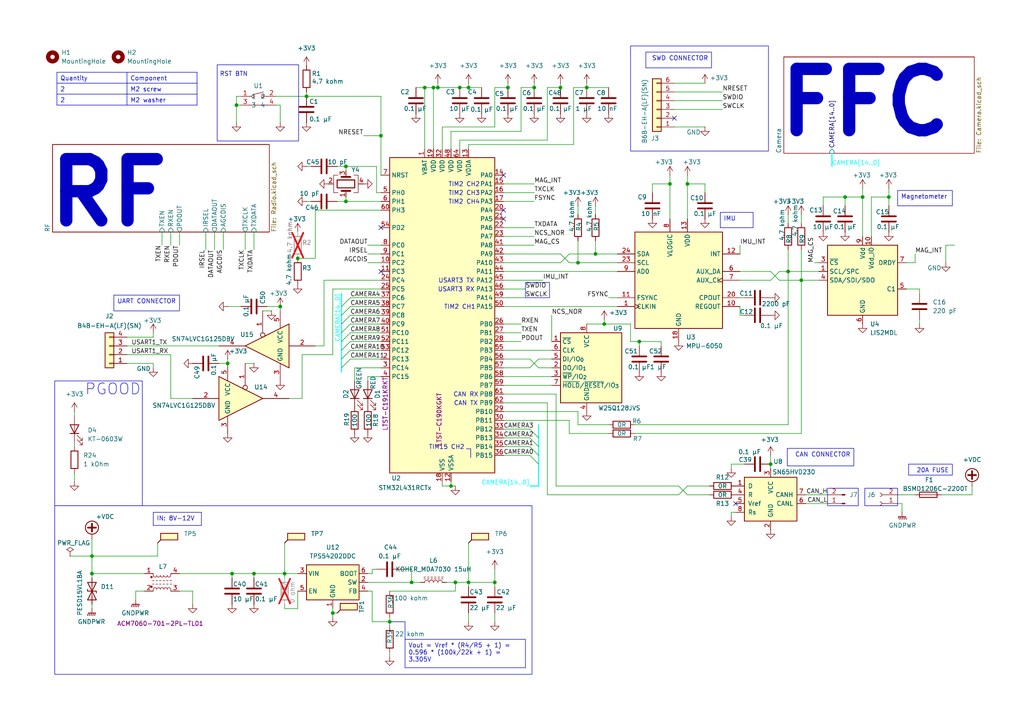
<source format=kicad_sch>
(kicad_sch (version 20250114) (generator "eeschema") (generator_version "9.0")
  (paper "A4")
  (title_block (title "FlightManagementUnit") (date "2025-06-11") (rev "0") (company "Daniel Enrique Pérez Díaz (steewBSD)"))
  (polyline (pts (xy 273.3146 174.4107) (xy 273.3233 174.4118) (xy 273.332 174.4135) (xy 273.3408 174.4158) (xy 273.3495 174.4188) (xy 273.3582 174.4225) (xy 273.3668 174.4269) (xy 273.3754 174.4319) (xy 273.3839 174.4376) (xy 273.3923 174.4439) (xy 273.4006 174.451) (xy 273.4088 174.4588) (xy 273.4143 174.4645) (xy 273.4195 174.4702) (xy 273.4243 174.476) (xy 273.4288 174.4818) (xy 273.4329 174.4877) (xy 273.4367 174.4935) (xy 273.4402 174.4995) (xy 273.4433 174.5054) (xy 273.4461 174.5114) (xy 273.4485 174.5174) (xy 273.4505 174.5234) (xy 273.4523 174.5294) (xy 273.4536 174.5355) (xy 273.4547 174.5416) (xy 273.4554 174.5477) (xy 273.4557 174.5539) (xy 273.4557 174.56) (xy 273.4554 174.5662) (xy 273.4547 174.5724) (xy 273.4536 174.5787) (xy 273.4523 174.5849) (xy 273.4505 174.5911) (xy 273.4485 174.5974) (xy 273.446 174.6037) (xy 273.4433 174.61) (xy 273.4402 174.6163) (xy 273.4367 174.6226) (xy 273.4329 174.629) (xy 273.4287 174.6353) (xy 273.4242 174.6417) (xy 273.4194 174.648) (xy 273.4142 174.6544) (xy 273.4094 174.6599) (xy 273.4043 174.6652) (xy 273.3992 174.6701) (xy 273.3939 174.6746) (xy 273.3885 174.6789) (xy 273.383 174.6828) (xy 273.3774 174.6865) (xy 273.3717 174.6898) (xy 273.3659 174.6927) (xy 273.36 174.6954) (xy 273.3541 174.6977) (xy 273.348 174.6997) (xy 273.3419 174.7014) (xy 273.3358 174.7027) (xy 273.3296 174.7038) (xy 273.3233 174.7045) (xy 273.317 174.7048) (xy 273.3106 174.7049) (xy 273.3043 174.7046) (xy 273.2979 174.704) (xy 273.2915 174.703) (xy 273.2851 174.7017) (xy 273.2787 174.7001) (xy 273.2723 174.6982) (xy 273.2659 174.6959) (xy 273.2595 174.6933) (xy 273.2532 174.6904) (xy 273.2469 174.6871) (xy 273.2406 174.6835) (xy 273.2344 174.6796) (xy 273.2282 174.6753) (xy 273.2221 174.6707) (xy 273.2108 174.6615) (xy 273.2006 174.6525) (xy 273.1915 174.6438) (xy 273.1834 174.6353) (xy 273.1798 174.6311) (xy 273.1764 174.6269) (xy 273.1733 174.6227) (xy 273.1705 174.6186) (xy 273.1679 174.6144) (xy 273.1655 174.6103) (xy 273.1635 174.6062) (xy 273.1616 174.602) (xy 273.16 174.5979) (xy 273.1587 174.5937) (xy 273.1576 174.5895) (xy 273.1567 174.5853) (xy 273.1561 174.5811) (xy 273.1557 174.5768) (xy 273.1555 174.5724) (xy 273.1556 174.568) (xy 273.1559 174.5636) (xy 273.1564 174.5591) (xy 273.1571 174.5545) (xy 273.1581 174.5498) (xy 273.1592 174.5451) (xy 273.1606 174.5403) (xy 273.164 174.5304) (xy 273.1687 174.5189) (xy 273.1737 174.5079) (xy 273.179 174.4975) (xy 273.1847 174.4877) (xy 273.1906 174.4784) (xy 273.1969 174.4697) (xy 273.2034 174.4616) (xy 273.2102 174.454) (xy 273.2172 174.4471) (xy 273.2245 174.4407) (xy 273.232 174.4349) (xy 273.2396 174.4297) (xy 273.2474 174.4252) (xy 273.2554 174.4212) (xy 273.2636 174.4178) (xy 273.2719 174.4151) (xy 273.2802 174.4129) (xy 273.2887 174.4114) (xy 273.2973 174.4106) (xy 273.3059 174.4103) (xy 273.3146 174.4107)) (stroke (width -0.0001) (type solid)) (fill (type color)))
  (rectangle (start 62.992 18.796) (end 86.614 40.894))
  (polyline (pts (xy 272.5439 169.8001) (xy 272.546 169.8014) (xy 272.5485 169.8041) (xy 272.5546 169.8132) (xy 272.562 169.8267) (xy 272.5702 169.844) (xy 272.5792 169.8643) (xy 272.5887 169.8872) (xy 272.6082 169.9376) (xy 272.6267 169.9901) (xy 272.6423 170.0394) (xy 272.6484 170.0612) (xy 272.6532 170.0803) (xy 272.6562 170.0961) (xy 272.6573 170.1078) (xy 272.6572 170.1091) (xy 272.657 170.1107) (xy 272.6566 170.1123) (xy 272.656 170.1141) (xy 272.6544 170.1182) (xy 272.6522 170.1226) (xy 272.6494 170.1276) (xy 272.6461 170.1329) (xy 272.6423 170.1385) (xy 272.6381 170.1445) (xy 272.6334 170.1507) (xy 272.6283 170.1571) (xy 272.6228 170.1637) (xy 272.6171 170.1704) (xy 272.611 170.1772) (xy 272.6047 170.184) (xy 272.5982 170.1907) (xy 272.5914 170.1974) (xy 272.5545 170.2367) (xy 272.514 170.2858) (xy 272.4704 170.3437) (xy 272.4244 170.4094) (xy 272.3765 170.4818) (xy 272.3273 170.5601) (xy 272.2773 170.6432) (xy 272.2271 170.7301) (xy 272.1773 170.8199) (xy 272.1284 170.9115) (xy 272.081 171.0039) (xy 272.0356 171.0962) (xy 271.9928 171.1873) (xy 271.9532 171.2763) (xy 271.9173 171.3621) (xy 271.8858 171.4439) (xy 271.8539 171.5362) (xy 271.8215 171.6412) (xy 271.7896 171.7547) (xy 271.7592 171.8726) (xy 271.7313 171.9907) (xy 271.7068 172.105) (xy 271.687 172.2112) (xy 271.6727 172.3054) (xy 271.6639 172.3812) (xy 271.657 172.4593) (xy 271.6517 172.5395) (xy 271.6483 172.6213) (xy 271.6464 172.7894) (xy 271.6514 172.9613) (xy 271.663 173.1351) (xy 271.6812 173.3086) (xy 271.7059 173.4799) (xy 271.737 173.6467) (xy 271.7573 173.7375) (xy 271.7803 173.8285) (xy 271.8058 173.9195) (xy 271.8339 174.0104) (xy 271.8644 174.1009) (xy 271.8973 174.191) (xy 271.9324 174.2803) (xy 271.9698 174.3688) (xy 272.0092 174.4561) (xy 272.0507 174.5423) (xy 272.0941 174.627) (xy 272.1394 174.7101) (xy 272.1864 174.7913) (xy 272.2352 174.8706) (xy 272.2856 174.9477) (xy 272.3376 175.0225) (xy 272.3965 175.103) (xy 272.4559 175.1811) (xy 272.5161 175.2569) (xy 272.5769 175.3304) (xy 272.6385 175.4017) (xy 272.7009 175.4708) (xy 272.7642 175.5378) (xy 272.8283 175.6026) (xy 272.8933 175.6654) (xy 272.9593 175.7262) (xy 273.0263 175.785) (xy 273.0943 175.8418) (xy 273.1634 175.8968) (xy 273.2337 175.9499) (xy 273.3051 176.0012) (xy 273.3778 176.0507) (xy 273.4419 176.0942) (xy 273.469 176.1135) (xy 273.493 176.1314) (xy 273.5141 176.148) (xy 273.5324 176.1637) (xy 273.5482 176.1786) (xy 273.5616 176.1928) (xy 273.5727 176.2067) (xy 273.5818 176.2203) (xy 273.589 176.2339) (xy 273.5945 176.2477) (xy 273.5985 176.2618) (xy 273.601 176.2766) (xy 273.6024 176.2921) (xy 273.6028 176.3086) (xy 273.6024 176.3217) (xy 273.6012 176.3343) (xy 273.5993 176.3466) (xy 273.5967 176.3584) (xy 273.5934 176.3697) (xy 273.5893 176.3806) (xy 273.5846 176.3911) (xy 273.5791 176.401) (xy 273.573 176.4106) (xy 273.5661 176.4196) (xy 273.5586 176.4281) (xy 273.5503 176.4362) (xy 273.5414 176.4437) (xy 273.5318 176.4508) (xy 273.5215 176.4574) (xy 273.5105 176.4634) (xy 273.5014 176.4678) (xy 273.4925 176.4716) (xy 273.4838 176.4747) (xy 273.4752 176.477) (xy 273.4709 176.478) (xy 273.4666 176.4787) (xy 273.4623 176.4793) (xy 273.4579 176.4797) (xy 273.4535 176.48) (xy 273.449 176.48) (xy 273.4445 176.4799) (xy 273.4399 176.4796) (xy 273.4352 176.4791) (xy 273.4304 176.4784) (xy 273.4204 176.4765) (xy 273.4099 176.4739) (xy 273.3988 176.4705) (xy 273.3869 176.4664) (xy 273.3743 176.4615) (xy 273.3607 176.4558) (xy 273.3462 176.4494) (xy 273.3282 176.4401) (xy 273.3053 176.4266) (xy 273.278 176.4092) (xy 273.2468 176.3883) (xy 273.1748 176.3376) (xy 273.0933 176.2773) (xy 273.0063 176.2106) (xy 272.9177 176.1404) (xy 272.8317 176.0698) (xy 272.7521 176.0017) (xy 272.6884 175.9435) (xy 272.6184 175.8755) (xy 272.5446 175.8002) (xy 272.4692 175.7201) (xy 272.3947 175.6379) (xy 272.3233 175.5559) (xy 272.2573 175.4768) (xy 272.1992 175.4031) (xy 272.1414 175.3228) (xy 272.0752 175.2235) (xy 272.0039 175.1108) (xy 271.9308 174.9899) (xy 271.8589 174.8663) (xy 271.7915 174.7455) (xy 271.7319 174.6327) (xy 271.6831 174.5334) (xy 271.6411 174.4401) (xy 271.6019 174.3467) (xy 271.5654 174.253) (xy 271.5316 174.1588) (xy 271.5005 174.064) (xy 271.4719 173.9684) (xy 271.4461 173.8721) (xy 271.4227 173.7747) (xy 271.4019 173.6762) (xy 271.3837 173.5764) (xy 271.3679 173.4752) (xy 271.3546 173.3725) (xy 271.3437 173.2682) (xy 271.3352 173.162) (xy 271.329 173.0539) (xy 271.3252 172.9438) (xy 271.3238 172.8186) (xy 271.3253 172.6955) (xy 271.33 172.5742) (xy 271.3378 172.4547) (xy 271.3488 172.3367) (xy 271.363 172.22) (xy 271.3804 172.1045) (xy 271.4011 171.99) (xy 271.4251 171.8763) (xy 271.4524 171.7632) (xy 271.4831 171.6506) (xy 271.5173 171.5382) (xy 271.5548 171.4259) (xy 271.5959 171.3136) (xy 271.6405 171.201) (xy 271.6886 171.0879) (xy 271.7382 170.9785) (xy 271.7911 170.868) (xy 271.8466 170.7577) (xy 271.9042 170.6486) (xy 271.9632 170.5419) (xy 272.0231 170.4385) (xy 272.0832 170.3397) (xy 272.143 170.2465) (xy 272.1683 170.2093) (xy 272.1956 170.171) (xy 272.2548 170.0931) (xy 272.3169 170.0167) (xy 272.3782 169.946) (xy 272.4353 169.8849) (xy 272.461 169.8592) (xy 272.4843 169.8375) (xy 272.5047 169.8202) (xy 272.5217 169.8079) (xy 272.5349 169.801) (xy 272.5399 169.7998) (xy 272.5439 169.8001)) (stroke (width -0.0001) (type solid)) (fill (type color)))
  (rectangle (start 240.03 141.605) (end 248.92 146.685))
  (rectangle (start 182.88 13.335) (end 222.885 43.815))
  (polyline (pts (xy 277.9955 167.0758) (xy 278.0047 167.0763) (xy 278.0148 167.0771) (xy 278.0259 167.0783) (xy 278.0634 167.0858) (xy 278.1141 167.1007) (xy 278.1765 167.1225) (xy 278.2493 167.1505) (xy 278.42 167.222) (xy 278.6142 167.3098) (xy 278.8202 167.4085) (xy 279.0261 167.5125) (xy 279.2203 167.6163) (xy 279.3909 167.7144) (xy 279.5377 167.8047) (xy 279.6709 167.8905) (xy 279.7939 167.9745) (xy 279.9104 168.0592) (xy 280.0237 168.1473) (xy 280.1376 168.2416) (xy 280.2554 168.3446) (xy 280.3808 168.459) (xy 280.4792 168.552) (xy 280.5703 168.6417) (xy 280.6559 168.73) (xy 280.7378 168.8189) (xy 280.8177 168.9105) (xy 280.8975 169.0066) (xy 280.9789 169.1095) (xy 281.0638 169.2209) (xy 281.1639 169.3567) (xy 281.2536 169.4829) (xy 281.3349 169.6028) (xy 281.4099 169.72) (xy 281.4807 169.8378) (xy 281.5496 169.9596) (xy 281.6186 170.089) (xy 281.6899 170.2293) (xy 281.8088 170.4786) (xy 281.8626 170.6) (xy 281.9129 170.7199) (xy 281.9598 170.8387) (xy 282.0034 170.9568) (xy 282.0438 171.0749) (xy 282.0813 171.1933) (xy 282.116 171.3126) (xy 282.148 171.4331) (xy 282.1774 171.5554) (xy 282.2044 171.68) (xy 282.2292 171.8072) (xy 282.2518 171.9377) (xy 282.2914 172.2101) (xy 282.3161 172.4373) (xy 282.325 172.5488) (xy 282.3314 172.6592) (xy 282.3354 172.7687) (xy 282.3371 172.8778) (xy 282.3363 172.9866) (xy 282.333 173.0953) (xy 282.3274 173.2043) (xy 282.3192 173.3137) (xy 282.3086 173.4239) (xy 282.2956 173.5352) (xy 282.262 173.7617) (xy 282.2183 173.9954) (xy 282.1958 174.099) (xy 282.17 174.205) (xy 282.1094 174.4223) (xy 282.0378 174.644) (xy 281.9567 174.8667) (xy 281.8673 175.0869) (xy 281.7709 175.3013) (xy 281.6689 175.5065) (xy 281.6161 175.6046) (xy 281.5624 175.6991) (xy 281.4652 175.8605) (xy 281.366 176.0153) (xy 281.2643 176.1641) (xy 281.1598 176.3074) (xy 281.052 176.446) (xy 280.9404 176.5803) (xy 280.8245 176.711) (xy 280.704 176.8386) (xy 280.6109 176.9323) (xy 280.5168 177.0231) (xy 280.4216 177.1111) (xy 280.3254 177.1963) (xy 280.2282 177.2786) (xy 280.13 177.358) (xy 280.0309 177.4346) (xy 279.9308 177.5083) (xy 279.8297 177.5791) (xy 279.7278 177.647) (xy 279.6249 177.712) (xy 279.5211 177.7741) (xy 279.4165 177.8332) (xy 279.3109 177.8893) (xy 279.2046 177.9425) (xy 279.0974 177.9928) (xy 279.0647 178.0072) (xy 279.0344 178.02) (xy 279.0064 178.031) (xy 278.9804 178.0403) (xy 278.9564 178.0479) (xy 278.9341 178.0538) (xy 278.9135 178.0581) (xy 278.8943 178.0607) (xy 278.8765 178.0617) (xy 278.8598 178.061) (xy 278.8442 178.0587) (xy 278.8295 178.0549) (xy 278.8155 178.0494) (xy 278.8021 178.0424) (xy 278.7891 178.0338) (xy 278.7763 178.0237) (xy 278.7696 178.0178) (xy 278.7635 178.012) (xy 278.7581 178.0065) (xy 278.7556 178.0037) (xy 278.7533 178.001) (xy 278.7511 177.9983) (xy 278.7491 177.9955) (xy 278.7472 177.9928) (xy 278.7454 177.99) (xy 278.7438 177.9871) (xy 278.7423 177.9843) (xy 278.7409 177.9813) (xy 278.7396 177.9783) (xy 278.7384 177.9752) (xy 278.7374 177.9721) (xy 278.7364 177.9688) (xy 278.7356 177.9654) (xy 278.7348 177.962) (xy 278.7342 177.9584) (xy 278.7336 177.9546) (xy 278.7331 177.9507) (xy 278.7324 177.9425) (xy 278.7321 177.9336) (xy 278.7319 177.9239) (xy 278.732 177.9134) (xy 278.7323 177.9059) (xy 278.7327 177.8984) (xy 278.7342 177.8829) (xy 278.7362 177.8675) (xy 278.7388 177.8525) (xy 278.7419 177.8385) (xy 278.7436 177.8319) (xy 278.7453 177.8257) (xy 278.7472 177.82) (xy 278.7491 177.8147) (xy 278.751 177.8101) (xy 278.753 177.806) (xy 278.7544 177.8037) (xy 278.7564 177.8012) (xy 278.7618 177.7956) (xy 278.7694 177.7891) (xy 278.7789 177.7817) (xy 278.7904 177.7736) (xy 278.8038 177.7647) (xy 278.8191 177.7551) (xy 278.8362 177.7447) (xy 278.8552 177.7336) (xy 278.8759 177.7218) (xy 278.8984 177.7094) (xy 278.9226 177.6963) (xy 278.9758 177.6683) (xy 279.0354 177.6381) (xy 279.1564 177.5752) (xy 279.2776 177.5077) (xy 279.3986 177.4358) (xy 279.519 177.3598) (xy 279.6385 177.2801) (xy 279.7566 177.197) (xy 279.8729 177.1108) (xy 279.987 177.0218) (xy 280.0985 176.9304) (xy 280.2071 176.8369) (xy 280.3122 176.7415) (xy 280.4135 176.6447) (xy 280.5107 176.5467) (xy 280.6033 176.4479) (xy 280.6908 176.3485) (xy 280.773 176.249) (xy 280.8495 176.1519) (xy 280.9166 176.0642) (xy 280.9771 175.9812) (xy 281.0343 175.8986) (xy 281.0911 175.8116) (xy 281.1507 175.7157) (xy 281.2161 175.6063) (xy 281.2904 175.479) (xy 281.354 175.3651) (xy 281.4154 175.2473) (xy 281.4744 175.1258) (xy 281.5311 175.0012) (xy 281.5852 174.8739) (xy 281.6365 174.7442) (xy 281.685 174.6127) (xy 281.7304 174.4798) (xy 281.7727 174.3459) (xy 281.8118 174.2114) (xy 281.8473 174.0767) (xy 281.8793 173.9424) (xy 281.9076 173.8087) (xy 281.932 173.6763) (xy 281.9524 173.5454) (xy 281.9687 173.4166) (xy 281.9788 173.297) (xy 281.9857 173.1559) (xy 281.9894 173.0008) (xy 281.99 172.8391) (xy 281.9874 172.6783) (xy 281.9818 172.5258) (xy 281.9731 172.389) (xy 281.9615 172.2754) (xy 281.9394 172.1202) (xy 281.9145 171.9705) (xy 281.8862 171.8244) (xy 281.8543 171.6802) (xy 281.8182 171.5361) (xy 281.7776 171.3902) (xy 281.732 171.2408) (xy 281.6809 171.086) (xy 281.6054 170.8748) (xy 281.5268 170.6758) (xy 281.4859 170.5801) (xy 281.4435 170.4862) (xy 281.3996 170.394) (xy 281.354 170.3029) (xy 281.3064 170.2126) (xy 281.2566 170.1228) (xy 281.2045 170.0329) (xy 281.1498 169.9428) (xy 281.0321 169.7599) (xy 280.9018 169.571) (xy 280.8227 169.4623) (xy 280.7413 169.3557) (xy 280.6577 169.2513) (xy 280.572 169.1491) (xy 280.4841 169.0492) (xy 280.3941 168.9514) (xy 280.302 168.856) (xy 280.2078 168.7628) (xy 280.1114 168.6719) (xy 280.0131 168.5833) (xy 279.9126 168.4971) (xy 279.8102 168.4132) (xy 279.7057 168.3316) (xy 279.5993 168.2525) (xy 279.4909 168.1757) (xy 279.3805 168.1014) (xy 279.2684 168.032) (xy 279.1284 167.9519) (xy 278.9701 167.8659) (xy 278.8028 167.779) (xy 278.6361 167.6957) (xy 278.4793 167.6211) (xy 278.3419 167.5598) (xy 278.2333 167.5167) (xy 278.1287 167.4784) (xy 278.0845 167.4611) (xy 278.0452 167.4448) (xy 278.0106 167.4293) (xy 277.9803 167.4143) (xy 277.954 167.3996) (xy 277.9315 167.385) (xy 277.9123 167.3703) (xy 277.8962 167.3552) (xy 277.8829 167.3395) (xy 277.8721 167.3231) (xy 277.8634 167.3056) (xy 277.8565 167.2869) (xy 277.8511 167.2667) (xy 277.8469 167.2449) (xy 277.8456 167.2363) (xy 277.8447 167.2283) (xy 277.8443 167.2209) (xy 277.8443 167.214) (xy 277.8445 167.2107) (xy 277.8448 167.2074) (xy 277.8453 167.2042) (xy 277.8459 167.2011) (xy 277.8467 167.198) (xy 277.8476 167.1949) (xy 277.8487 167.1919) (xy 277.85 167.1888) (xy 277.8514 167.1857) (xy 277.853 167.1826) (xy 277.8548 167.1795) (xy 277.8568 167.1763) (xy 277.8614 167.1698) (xy 277.8668 167.1629) (xy 277.873 167.1556) (xy 277.8802 167.1477) (xy 277.8883 167.1392) (xy 277.8975 167.13) (xy 277.9071 167.1204) (xy 277.9159 167.112) (xy 277.924 167.1046) (xy 277.9315 167.0982) (xy 277.9386 167.0927) (xy 277.942 167.0903) (xy 277.9454 167.0881) (xy 277.9487 167.0861) (xy 277.952 167.0843) (xy 277.9553 167.0827) (xy 277.9585 167.0813) (xy 277.9619 167.08) (xy 277.9652 167.079) (xy 277.9686 167.0781) (xy 277.9721 167.0773) (xy 277.9757 167.0767) (xy 277.9794 167.0763) (xy 277.9832 167.076) (xy 277.9871 167.0758) (xy 277.9955 167.0758)) (stroke (width -0.0001) (type solid)) (fill (type color)))
  (polyline (pts (xy 279.0262 174.4122) (xy 279.032 174.4126) (xy 279.0378 174.4135) (xy 279.0436 174.4147) (xy 279.0495 174.4163) (xy 279.0554 174.4183) (xy 279.0613 174.4207) (xy 279.0673 174.4235) (xy 279.0733 174.4267) (xy 279.0793 174.4303) (xy 279.0855 174.4343) (xy 279.0916 174.4387) (xy 279.0979 174.4435) (xy 279.1042 174.4486) (xy 279.1105 174.4542) (xy 279.1235 174.4665) (xy 279.1321 174.4757) (xy 279.1401 174.485) (xy 279.1472 174.4945) (xy 279.1537 174.5041) (xy 279.1594 174.5138) (xy 279.1644 174.5235) (xy 279.1687 174.5334) (xy 279.1723 174.5432) (xy 279.1752 174.553) (xy 279.1773 174.5628) (xy 279.1788 174.5726) (xy 279.1797 174.5822) (xy 279.1798 174.5918) (xy 279.1793 174.6012) (xy 279.1781 174.6104) (xy 279.1763 174.6194) (xy 279.1738 174.6282) (xy 279.1706 174.6368) (xy 279.1669 174.645) (xy 279.1625 174.653) (xy 279.1575 174.6606) (xy 279.1519 174.6679) (xy 279.1456 174.6748) (xy 279.1388 174.6813) (xy 279.1314 174.6873) (xy 279.1233 174.6929) (xy 279.1147 174.6979) (xy 279.1056 174.7025) (xy 279.0958 174.7065) (xy 279.0855 174.7099) (xy 279.0747 174.7127) (xy 279.0632 174.7149) (xy 279.0543 174.7162) (xy 279.0459 174.7172) (xy 279.0382 174.7177) (xy 279.0309 174.7178) (xy 279.024 174.7175) (xy 279.0206 174.7171) (xy 279.0173 174.7166) (xy 279.0141 174.7159) (xy 279.0108 174.7151) (xy 279.0076 174.7142) (xy 279.0045 174.7131) (xy 279.0013 174.7119) (xy 278.9981 174.7105) (xy 278.9916 174.7072) (xy 278.9849 174.7033) (xy 278.9779 174.6986) (xy 278.9705 174.6931) (xy 278.9626 174.6869) (xy 278.9542 174.6799) (xy 278.9451 174.672) (xy 278.938 174.6655) (xy 278.9313 174.6591) (xy 278.9251 174.6526) (xy 278.9193 174.646) (xy 278.9139 174.6395) (xy 278.909 174.6329) (xy 278.9045 174.6263) (xy 278.9004 174.6197) (xy 278.8968 174.613) (xy 278.8936 174.6063) (xy 278.8908 174.5996) (xy 278.8885 174.5929) (xy 278.8866 174.5862) (xy 278.8851 174.5795) (xy 278.8841 174.5728) (xy 278.8835 174.566) (xy 278.8833 174.5593) (xy 278.8836 174.5525) (xy 278.8843 174.5458) (xy 278.8855 174.539) (xy 278.887 174.5323) (xy 278.8891 174.5255) (xy 278.8915 174.5188) (xy 278.8944 174.5121) (xy 278.8977 174.5053) (xy 278.9015 174.4986) (xy 278.9056 174.4919) (xy 278.9103 174.4853) (xy 278.9153 174.4786) (xy 278.9208 174.472) (xy 278.9267 174.4653) (xy 278.9331 174.4587) (xy 278.9391 174.4529) (xy 278.9451 174.4474) (xy 278.951 174.4424) (xy 278.9569 174.4377) (xy 278.9628 174.4334) (xy 278.9686 174.4295) (xy 278.9744 174.426) (xy 278.9802 174.4229) (xy 278.986 174.4202) (xy 278.9918 174.4179) (xy 278.9975 174.4159) (xy 279.0032 174.4144) (xy 279.009 174.4133) (xy 279.0147 174.4125) (xy 279.0205 174.4122) (xy 279.0262 174.4122)) (stroke (width -0.0001) (type solid)) (fill (type color)))
  (polyline (pts (xy 277.1629 166.4575) (xy 277.173 166.4593) (xy 277.1832 166.4622) (xy 277.1933 166.4662) (xy 277.2036 166.4714) (xy 277.2138 166.4777) (xy 277.2241 166.4851) (xy 277.2345 166.4937) (xy 277.245 166.5035) (xy 277.2556 166.5145) (xy 277.2663 166.5266) (xy 277.2771 166.54) (xy 277.288 166.5545) (xy 277.299 166.5702) (xy 277.3102 166.5872) (xy 277.3216 166.6054) (xy 277.3331 166.6248) (xy 277.3448 166.6454) (xy 277.3688 166.6904) (xy 277.3937 166.7404) (xy 277.4204 166.7999) (xy 277.4443 166.8611) (xy 277.4653 166.9237) (xy 277.4833 166.9876) (xy 277.4983 167.0524) (xy 277.5104 167.1181) (xy 277.5195 167.1842) (xy 277.5256 167.2507) (xy 277.5286 167.3173) (xy 277.5287 167.3838) (xy 277.5257 167.4499) (xy 277.5196 167.5154) (xy 277.5105 167.5802) (xy 277.4982 167.644) (xy 277.4829 167.7065) (xy 277.4644 167.7675) (xy 277.4508 167.8064) (xy 277.4356 167.8458) (xy 277.4191 167.8853) (xy 277.4015 167.9245) (xy 277.3829 167.963) (xy 277.3638 168.0006) (xy 277.3441 168.0369) (xy 277.3241 168.0715) (xy 277.3041 168.1041) (xy 277.2842 168.1344) (xy 277.2647 168.1619) (xy 277.2458 168.1863) (xy 277.2276 168.2074) (xy 277.2103 168.2246) (xy 277.1943 168.2378) (xy 277.1797 168.2464) (xy 277.1641 168.2534) (xy 277.1575 168.2561) (xy 277.1515 168.2583) (xy 277.1459 168.2601) (xy 277.1407 168.2614) (xy 277.1382 168.2619) (xy 277.1358 168.2622) (xy 277.1334 168.2624) (xy 277.131 168.2625) (xy 277.1286 168.2625) (xy 277.1261 168.2624) (xy 277.1237 168.2622) (xy 277.1211 168.2618) (xy 277.1159 168.2608) (xy 277.1103 168.2592) (xy 277.1042 168.2573) (xy 277.0975 168.2548) (xy 277.0816 168.2486) (xy 277.0779 168.247) (xy 277.074 168.245) (xy 277.0701 168.2427) (xy 277.066 168.2402) (xy 277.0618 168.2374) (xy 277.0576 168.2343) (xy 277.0534 168.2311) (xy 277.0492 168.2276) (xy 277.0451 168.2241) (xy 277.0411 168.2204) (xy 277.0372 168.2166) (xy 277.0334 168.2127) (xy 277.0298 168.2088) (xy 277.0264 168.2049) (xy 277.0233 168.201) (xy 277.0205 168.1971) (xy 277.0166 168.1913) (xy 277.013 168.1854) (xy 277.0097 168.1795) (xy 277.0068 168.1736) (xy 277.0042 168.1675) (xy 277.0019 168.1615) (xy 276.9999 168.1553) (xy 276.9983 168.1491) (xy 276.997 168.1428) (xy 276.9961 168.1363) (xy 276.9954 168.1298) (xy 276.9951 168.1232) (xy 276.9952 168.1165) (xy 276.9955 168.1096) (xy 276.9963 168.1026) (xy 276.9973 168.0954) (xy 276.9987 168.0881) (xy 277.0004 168.0807) (xy 277.0025 168.0731) (xy 277.0049 168.0653) (xy 277.0077 168.0573) (xy 277.0108 168.0492) (xy 277.0181 168.0324) (xy 277.0268 168.0147) (xy 277.0369 167.9961) (xy 277.0484 167.9766) (xy 277.0613 167.9561) (xy 277.095 167.9018) (xy 277.1255 167.8476) (xy 277.1528 167.7935) (xy 277.1768 167.7394) (xy 277.1976 167.6854) (xy 277.2153 167.6313) (xy 277.2297 167.5773) (xy 277.2409 167.5233) (xy 277.2489 167.4693) (xy 277.2537 167.4152) (xy 277.2553 167.361) (xy 277.2537 167.3068) (xy 277.249 167.2524) (xy 277.241 167.198) (xy 277.2299 167.1434) (xy 277.2156 167.0887) (xy 277.1961 167.024) (xy 277.1772 166.9667) (xy 277.1585 166.9157) (xy 277.149 166.8922) (xy 277.1395 166.87) (xy 277.1297 166.8489) (xy 277.1197 166.8287) (xy 277.1094 166.8094) (xy 277.0988 166.7908) (xy 277.0878 166.7728) (xy 277.0763 166.7553) (xy 277.0643 166.7382) (xy 277.0517 166.7212) (xy 277.039 166.704) (xy 277.0279 166.6879) (xy 277.0186 166.6726) (xy 277.0109 166.6583) (xy 277.0077 166.6514) (xy 277.0049 166.6446) (xy 277.0025 166.638) (xy 277.0006 166.6316) (xy 276.999 166.6252) (xy 276.9979 166.619) (xy 276.9972 166.6129) (xy 276.997 166.6069) (xy 276.9971 166.6009) (xy 276.9977 166.595) (xy 276.9987 166.5891) (xy 277.0001 166.5833) (xy 277.0019 166.5775) (xy 277.0042 166.5717) (xy 277.0069 166.5658) (xy 277.0099 166.56) (xy 277.0134 166.5541) (xy 277.0174 166.5481) (xy 277.0217 166.5421) (xy 277.0265 166.536) (xy 277.0372 166.5235) (xy 277.0497 166.5105) (xy 277.0603 166.5004) (xy 277.0708 166.4912) (xy 277.0813 166.4832) (xy 277.0916 166.4762) (xy 277.1019 166.4703) (xy 277.1122 166.4654) (xy 277.1224 166.4616) (xy 277.1325 166.459) (xy 277.1427 166.4574) (xy 277.1528 166.4569) (xy 277.1629 166.4575)) (stroke (width -0.0001) (type solid)) (fill (type color)))
  (polyline (pts (xy 276.9922 172.3965) (xy 277.202 172.4041) (xy 277.3731 172.4184) (xy 277.5227 172.4404) (xy 277.6679 172.4711) (xy 277.8258 172.5115) (xy 277.979 172.5519) (xy 278.1076 172.5839) (xy 278.2172 172.6083) (xy 278.3136 172.6261) (xy 278.4022 172.6383) (xy 278.4887 172.6456) (xy 278.5787 172.6491) (xy 278.6779 172.6497) (xy 278.7699 172.6499) (xy 278.8468 172.6522) (xy 278.8805 172.6542) (xy 278.9116 172.6569) (xy 278.9403 172.6605) (xy 278.967 172.6648) (xy 278.992 172.67) (xy 279.0157 172.6762) (xy 279.0385 172.6833) (xy 279.0607 172.6916) (xy 279.0826 172.701) (xy 279.1046 172.7117) (xy 279.127 172.7235) (xy 279.1503 172.7368) (xy 279.1778 172.7542) (xy 279.2049 172.7738) (xy 279.2313 172.7954) (xy 279.2571 172.8188) (xy 279.282 172.8439) (xy 279.306 172.8706) (xy 279.3289 172.8987) (xy 279.3507 172.928) (xy 279.3713 172.9584) (xy 279.3905 172.9898) (xy 279.4082 173.022) (xy 279.4244 173.0548) (xy 279.4389 173.0882) (xy 279.4516 173.1218) (xy 279.4625 173.1557) (xy 279.4713 173.1896) (xy 279.473 173.1985) (xy 279.4747 173.2102) (xy 279.4778 173.241) (xy 279.4807 173.2806) (xy 279.4832 173.3275) (xy 279.4853 173.3801) (xy 279.4869 173.437) (xy 279.4879 173.4966) (xy 279.4883 173.5575) (xy 279.4882 173.6449) (xy 279.4876 173.7143) (xy 279.4861 173.7681) (xy 279.4837 173.8087) (xy 279.482 173.8249) (xy 279.4801 173.8387) (xy 279.4777 173.8504) (xy 279.475 173.8604) (xy 279.4719 173.869) (xy 279.4683 173.8764) (xy 279.4643 173.8829) (xy 279.4598 173.889) (xy 279.4308 173.9247) (xy 279.3445 173.8919) (xy 279.2869 173.8702) (xy 279.2639 173.8609) (xy 279.2538 173.8564) (xy 279.2445 173.8518) (xy 279.2359 173.847) (xy 279.2282 173.8421) (xy 279.2212 173.8369) (xy 279.2148 173.8313) (xy 279.2092 173.8252) (xy 279.2041 173.8186) (xy 279.1997 173.8114) (xy 279.1958 173.8035) (xy 279.1924 173.7948) (xy 279.1895 173.7853) (xy 279.187 173.7748) (xy 279.185 173.7633) (xy 279.1833 173.7507) (xy 279.1819 173.7368) (xy 279.1801 173.7053) (xy 279.1792 173.668) (xy 279.1789 173.6243) (xy 279.179 173.5152) (xy 279.1778 173.3986) (xy 279.1745 173.2972) (xy 279.1722 173.2555) (xy 279.1697 173.2217) (xy 279.1668 173.1971) (xy 279.1653 173.1887) (xy 279.1638 173.1831) (xy 279.1586 173.1711) (xy 279.152 173.1585) (xy 279.144 173.1454) (xy 279.1349 173.1319) (xy 279.1247 173.1182) (xy 279.1135 173.1043) (xy 279.1013 173.0903) (xy 279.0884 173.0764) (xy 279.0748 173.0627) (xy 279.0606 173.0492) (xy 279.046 173.0361) (xy 279.0309 173.0235) (xy 279.0156 173.0115) (xy 279.0001 173.0002) (xy 278.9845 172.9897) (xy 278.969 172.9802) (xy 278.9565 172.9729) (xy 278.9447 172.9665) (xy 278.9334 172.9609) (xy 278.9222 172.9559) (xy 278.9107 172.9516) (xy 278.9048 172.9497) (xy 278.8987 172.9479) (xy 278.8924 172.9462) (xy 278.8858 172.9447) (xy 278.8716 172.9419) (xy 278.8558 172.9396) (xy 278.838 172.9376) (xy 278.818 172.936) (xy 278.7953 172.9345) (xy 278.7696 172.9333) (xy 278.7407 172.9322) (xy 278.6714 172.9301) (xy 278.4489 172.924) (xy 278.4557 172.995) (xy 278.4595 173.0424) (xy 278.4647 173.1189) (xy 278.4708 173.214) (xy 278.4769 173.317) (xy 278.4824 173.4079) (xy 278.4851 173.4449) (xy 278.488 173.4768) (xy 278.4912 173.5039) (xy 278.4949 173.5265) (xy 278.4992 173.5452) (xy 278.5043 173.5602) (xy 278.5072 173.5664) (xy 278.5104 173.5718) (xy 278.5138 173.5766) (xy 278.5175 173.5806) (xy 278.5216 173.584) (xy 278.5259 173.5868) (xy 278.5306 173.589) (xy 278.5357 173.5907) (xy 278.5471 173.5929) (xy 278.5601 173.5936) (xy 278.5751 173.5932) (xy 278.592 173.5921) (xy 278.6021 173.5913) (xy 278.6109 173.5905) (xy 278.6185 173.5895) (xy 278.622 173.5888) (xy 278.6251 173.5881) (xy 278.6281 173.5872) (xy 278.6309 173.5862) (xy 278.6334 173.585) (xy 278.6357 173.5837) (xy 278.6379 173.5821) (xy 278.6399 173.5803) (xy 278.6417 173.5783) (xy 278.6434 173.5761) (xy 278.645 173.5735) (xy 278.6464 173.5707) (xy 278.6477 173.5675) (xy 278.649 173.5641) (xy 278.6501 173.5603) (xy 278.6512 173.5561) (xy 278.6522 173.5515) (xy 278.6532 173.5465) (xy 278.6551 173.5353) (xy 278.657 173.5222) (xy 278.661 173.49) (xy 278.6632 173.4685) (xy 278.6649 173.4448) (xy 278.6661 173.4197) (xy 278.6667 173.3939) (xy 278.6668 173.3683) (xy 278.6663 173.3436) (xy 278.6653 173.3206) (xy 278.6637 173.3001) (xy 278.6544 173.2081) (xy 278.7211 173.1968) (xy 278.7351 173.1948) (xy 278.75 173.1935) (xy 278.7657 173.1927) (xy 278.782 173.1924) (xy 278.7986 173.1927) (xy 278.8154 173.1935) (xy 278.8321 173.1947) (xy 278.8485 173.1964) (xy 278.8644 173.1986) (xy 278.8797 173.2011) (xy 278.894 173.204) (xy 278.9072 173.2072) (xy 278.9191 173.2108) (xy 278.9294 173.2147) (xy 278.938 173.2188) (xy 278.9447 173.2232) (xy 278.9458 173.2244) (xy 278.9469 173.226) (xy 278.948 173.2281) (xy 278.949 173.2306) (xy 278.9509 173.237) (xy 278.9527 173.2453) (xy 278.9543 173.2554) (xy 278.9558 173.2673) (xy 278.9571 173.2811) (xy 278.9583 173.2967) (xy 278.9593 173.3142) (xy 278.9602 173.3335) (xy 278.9609 173.3547) (xy 278.9615 173.3777) (xy 278.9621 173.4292) (xy 278.9622 173.4882) (xy 278.9613 173.7384) (xy 278.8374 173.765) (xy 278.8135 173.7709) (xy 278.7872 173.7788) (xy 278.759 173.7884) (xy 278.7293 173.7995) (xy 278.6987 173.8118) (xy 278.6676 173.8251) (xy 278.6061 173.8538) (xy 278.5489 173.8835) (xy 278.5231 173.8981) (xy 278.4999 173.9122) (xy 278.4797 173.9256) (xy 278.4631 173.938) (xy 278.4505 173.9493) (xy 278.4424 173.959) (xy 278.4411 173.9616) (xy 278.4395 173.9651) (xy 278.4377 173.9694) (xy 278.4358 173.9746) (xy 278.4316 173.987) (xy 278.427 174.002) (xy 278.4222 174.0189) (xy 278.4172 174.0374) (xy 278.4123 174.0569) (xy 278.4075 174.077) (xy 278.4042 174.0964) (xy 278.4013 174.1253) (xy 278.3988 174.1654) (xy 278.3967 174.2188) (xy 278.3936 174.3727) (xy 278.392 174.6022) (xy 278.3918 174.9224) (xy 278.393 175.3486) (xy 278.3995 176.5795) (xy 278.4069 178.2891) (xy 278.4045 179.0224) (xy 278.4029 179.0275) (xy 278.4007 179.0331) (xy 278.3943 179.0456) (xy 278.3858 179.0595) (xy 278.3753 179.0746) (xy 278.3631 179.0904) (xy 278.3497 179.1068) (xy 278.3352 179.1233) (xy 278.32 179.1397) (xy 278.3044 179.1557) (xy 278.2887 179.1708) (xy 278.2732 179.1848) (xy 278.2582 179.1975) (xy 278.244 179.2083) (xy 278.2309 179.2171) (xy 278.2192 179.2236) (xy 278.214 179.2258) (xy 278.2092 179.2273) (xy 278.205 179.2282) (xy 278.2006 179.2289) (xy 278.1958 179.2295) (xy 278.1908 179.2298) (xy 278.1857 179.23) (xy 278.1804 179.23) (xy 278.1749 179.2298) (xy 278.1695 179.2295) (xy 278.164 179.229) (xy 278.1585 179.2283) (xy 278.1531 179.2275) (xy 278.1478 179.2265) (xy 278.1426 179.2254) (xy 278.1377 179.2241) (xy 278.1329 179.2227) (xy 278.1285 179.2211) (xy 278.0866 179.2052) (xy 278.0856 176.9101) (xy 278.0808 175.1006) (xy 278.0746 174.7391) (xy 278.0704 174.6635) (xy 278.0652 174.6464) (xy 278.0628 174.6501) (xy 278.0595 174.6546) (xy 278.0509 174.666) (xy 278.0397 174.6801) (xy 278.0263 174.6964) (xy 278.0113 174.7143) (xy 277.9949 174.7333) (xy 277.9778 174.7529) (xy 277.9602 174.7726) (xy 277.8746 174.8674) (xy 277.8745 177.1785) (xy 277.8703 179.1898) (xy 277.8608 179.4693) (xy 277.853 179.5185) (xy 277.8426 179.5419) (xy 277.8381 179.5491) (xy 277.8333 179.5561) (xy 277.8285 179.5628) (xy 277.8235 179.5692) (xy 277.8184 179.5753) (xy 277.8131 179.5812) (xy 277.8078 179.5868) (xy 277.8023 179.592) (xy 277.7966 179.597) (xy 277.7909 179.6018) (xy 277.7851 179.6062) (xy 277.7791 179.6103) (xy 277.7731 179.6142) (xy 277.7669 179.6177) (xy 277.7607 179.621) (xy 277.7544 179.6239) (xy 277.748 179.6266) (xy 277.7415 179.6289) (xy 277.7349 179.631) (xy 277.7282 179.6327) (xy 277.7215 179.6342) (xy 277.7147 179.6353) (xy 277.7078 179.6361) (xy 277.7009 179.6366) (xy 277.6939 179.6368) (xy 277.6869 179.6367) (xy 277.6798 179.6363) (xy 277.6726 179.6356) (xy 277.6655 179.6345) (xy 277.6582 179.6331) (xy 277.651 179.6314) (xy 277.6437 179.6294) (xy 277.6191 179.6218) (xy 277.5984 179.6151) (xy 277.5837 179.61) (xy 277.5793 179.6083) (xy 277.5772 179.6072) (xy 277.572 178.9672) (xy 277.565 177.4332) (xy 277.5567 175.2626) (xy 277.4548 175.3382) (xy 277.3529 175.4138) (xy 277.3529 177.6286) (xy 277.3529 179.8435) (xy 277.2974 179.8989) (xy 277.286 179.9098) (xy 277.2748 179.9194) (xy 277.2637 179.9279) (xy 277.2582 179.9317) (xy 277.2526 179.9351) (xy 277.2471 179.9383) (xy 277.2416 179.9412) (xy 277.2361 179.9437) (xy 277.2306 179.946) (xy 277.2251 179.948) (xy 277.2195 179.9496) (xy 277.2139 179.951) (xy 277.2083 179.9521) (xy 277.2027 179.9529) (xy 277.1969 179.9534) (xy 277.1912 179.9536) (xy 277.1854 179.9535) (xy 277.1795 179.9532) (xy 277.1736 179.9525) (xy 277.1676 179.9516) (xy 277.1615 179.9503) (xy 277.1553 179.9488) (xy 277.149 179.947) (xy 277.1426 179.9449) (xy 277.1362 179.9425) (xy 277.1229 179.937) (xy 277.1091 179.9303) (xy 277.0626 179.9062) (xy 277.0516 177.8068) (xy 277.0402 175.5915) (xy 277.0397 175.4757) (xy 276.8522 175.4656) (xy 276.7452 175.4626) (xy 276.5841 175.4614) (xy 276.1703 175.4636) (xy 275.7508 175.4707) (xy 275.5827 175.4756) (xy 275.4658 175.4811) (xy 275.4321 175.4836) (xy 275.4038 175.4864) (xy 275.3805 175.4896) (xy 275.3707 175.4913) (xy 275.3621 175.4931) (xy 275.3546 175.495) (xy 275.3482 175.497) (xy 275.3429 175.4991) (xy 275.3386 175.5014) (xy 275.3353 175.5038) (xy 275.3331 175.5064) (xy 275.3317 175.5091) (xy 275.3313 175.512) (xy 275.3314 175.5132) (xy 275.3317 175.5146) (xy 275.3329 175.5181) (xy 275.3348 175.5223) (xy 275.3375 175.5273) (xy 275.3409 175.5328) (xy 275.3448 175.539) (xy 275.3494 175.5456) (xy 275.3546 175.5527) (xy 275.3602 175.5603) (xy 275.3663 175.5682) (xy 275.3728 175.5764) (xy 275.3798 175.5849) (xy 275.3871 175.5935) (xy 275.3946 175.6023) (xy 275.4025 175.6112) (xy 275.4106 175.6201) (xy 275.4899 175.7064) (xy 276.1781 175.7069) (xy 276.8664 175.7074) (xy 276.8542 175.7726) (xy 276.8517 175.8302) (xy 276.8492 175.9701) (xy 276.8445 176.4596) (xy 276.8381 178.0198) (xy 276.8342 180.2018) (xy 276.7984 180.2398) (xy 276.7918 180.2467) (xy 276.785 180.2532) (xy 276.7781 180.2594) (xy 276.7711 180.2652) (xy 276.764 180.2706) (xy 276.7569 180.2757) (xy 276.7496 180.2804) (xy 276.7423 180.2848) (xy 276.735 180.2887) (xy 276.7276 180.2923) (xy 276.7201 180.2956) (xy 276.7126 180.2985) (xy 276.7051 180.301) (xy 276.6976 180.3031) (xy 276.69 180.3049) (xy 276.6824 180.3063) (xy 276.6749 180.3073) (xy 276.6673 180.3079) (xy 276.6597 180.3082) (xy 276.6522 180.3081) (xy 276.6447 180.3076) (xy 276.6372 180.3067) (xy 276.6297 180.3054) (xy 276.6223 180.3038) (xy 276.615 180.3018) (xy 276.6077 180.2994) (xy 276.6004 180.2966) (xy 276.5933 180.2934) (xy 276.5862 180.2898) (xy 276.5792 180.2859) (xy 276.5723 180.2815) (xy 276.5655 180.2768) (xy 276.563 180.2746) (xy 276.5606 180.2716) (xy 276.5584 180.2674) (xy 276.5563 180.2618) (xy 276.5543 180.2543) (xy 276.5525 180.2447) (xy 276.5508 180.2326) (xy 276.5492 180.2176) (xy 276.5478 180.1995) (xy 276.5464 180.1779) (xy 276.5452 180.1524) (xy 276.5441 180.1227) (xy 276.5422 180.0495) (xy 276.5406 179.9555) (xy 276.5394 179.8379) (xy 276.5385 179.6942) (xy 276.5378 179.5216) (xy 276.5374 179.3173) (xy 276.5371 178.8032) (xy 276.5373 178.1303) (xy 276.5341 176.3406) (xy 276.5264 176.0686) (xy 276.5202 176.0238) (xy 276.5165 176.0162) (xy 276.5123 176.0153) (xy 276.5092 176.0163) (xy 276.5053 176.0173) (xy 276.5007 176.0182) (xy 276.4955 176.0192) (xy 276.4832 176.0209) (xy 276.4691 176.0223) (xy 276.4534 176.0236) (xy 276.4366 176.0245) (xy 276.4193 176.0251) (xy 276.4019 176.0253) (xy 276.3176 176.0253) (xy 276.3176 178.2929) (xy 276.3176 180.5604) (xy 276.2719 180.5998) (xy 276.2663 180.6044) (xy 276.2605 180.6087) (xy 276.2545 180.6127) (xy 276.2484 180.6164) (xy 276.2421 180.6199) (xy 276.2356 180.6231) (xy 276.229 180.626) (xy 276.2223 180.6286) (xy 276.2086 180.6329) (xy 276.1946 180.6362) (xy 276.1804 180.6382) (xy 276.166 180.6392) (xy 276.1516 180.639) (xy 276.1373 180.6377) (xy 276.1232 180.6352) (xy 276.1093 180.6315) (xy 276.1026 180.6293) (xy 276.0959 180.6267) (xy 276.0894 180.6239) (xy 276.083 180.6208) (xy 276.0767 180.6173) (xy 276.0706 180.6136) (xy 276.0647 180.6096) (xy 276.059 180.6054) (xy 276.059 180.6052) (xy 276.0161 180.5715) (xy 276.0161 178.2997) (xy 276.0161 176.028) (xy 275.9101 176.0225) (xy 275.804 176.017) (xy 275.8041 178.1231) (xy 275.7999 179.8898) (xy 275.7922 180.178) (xy 275.7862 180.2341) (xy 275.7785 180.2547) (xy 275.7729 180.26) (xy 275.7671 180.265) (xy 275.7611 180.2696) (xy 275.7549 180.2737) (xy 275.7486 180.2776) (xy 275.7421 180.281) (xy 275.7354 180.284) (xy 275.7286 180.2867) (xy 275.7217 180.289) (xy 275.7147 180.2909) (xy 275.7075 180.2924) (xy 275.7002 180.2936) (xy 275.6928 180.2943) (xy 275.6854 180.2947) (xy 275.6778 180.2948) (xy 275.6702 180.2944) (xy 275.6625 180.2937) (xy 275.6548 180.2926) (xy 275.647 180.2911) (xy 275.6391 180.2893) (xy 275.6312 180.2871) (xy 275.6233 180.2845) (xy 275.6154 180.2816) (xy 275.6075 180.2782) (xy 275.5996 180.2745) (xy 275.5917 180.2705) (xy 275.5838 180.266) (xy 275.5759 180.2612) (xy 275.568 180.2561) (xy 275.5602 180.2506) (xy 275.5525 180.2447) (xy 275.5448 180.2384) (xy 275.4949 180.1964) (xy 275.4906 178.0155) (xy 275.4828 176.2072) (xy 275.4748 175.8941) (xy 275.4691 175.8297) (xy 275.462 175.8054) (xy 275.4547 175.7973) (xy 275.4457 175.7887) (xy 275.4355 175.7798) (xy 275.4242 175.7708) (xy 275.412 175.7617) (xy 275.3994 175.7528) (xy 275.3864 175.7442) (xy 275.3735 175.7361) (xy 275.3608 175.7286) (xy 275.3486 175.7219) (xy 275.3372 175.7162) (xy 275.3269 175.7115) (xy 275.3179 175.7082) (xy 275.3104 175.7063) (xy 275.3073 175.7059) (xy 275.3048 175.706) (xy 275.3027 175.7065) (xy 275.3013 175.7074) (xy 275.299 175.752) (xy 275.2968 175.8755) (xy 275.2924 176.3252) (xy 275.2861 177.7953) (xy 275.2817 179.8725) (xy 275.24 179.8998) (xy 275.2322 179.9046) (xy 275.2241 179.9089) (xy 275.216 179.9128) (xy 275.2076 179.9161) (xy 275.1992 179.919) (xy 275.1906 179.9214) (xy 275.1819 179.9233) (xy 275.1732 179.9248) (xy 275.1644 179.9258) (xy 275.1556 179.9264) (xy 275.1468 179.9265) (xy 275.138 179.9262) (xy 275.1292 179.9254) (xy 275.1205 179.9242) (xy 275.1118 179.9226) (xy 275.1033 179.9205) (xy 275.0948 179.9181) (xy 275.0865 179.9152) (xy 275.0783 179.9119) (xy 275.0703 179.9082) (xy 275.0624 179.9042) (xy 275.0548 179.8997) (xy 275.0474 179.8949) (xy 275.0403 179.8896) (xy 275.0334 179.884) (xy 275.0268 179.8781) (xy 275.0205 179.8717) (xy 275.0145 179.865) (xy 275.0089 179.858) (xy 275.0037 179.8506) (xy 274.9988 179.8428) (xy 274.9943 179.8347) (xy 274.9906 179.8261) (xy 274.9873 179.815) (xy 274.9843 179.8006) (xy 274.9818 179.7824) (xy 274.9796 179.7597) (xy 274.9777 179.7317) (xy 274.9761 179.6979) (xy 274.9748 179.6576) (xy 274.9738 179.61) (xy 274.973 179.5545) (xy 274.9722 179.4173) (xy 274.9721 179.2406) (xy 274.9728 179.019) (xy 274.9742 176.8118) (xy 274.9727 175.9929) (xy 274.9687 175.5643) (xy 274.9648 175.4569) (xy 274.9592 175.3998) (xy 274.9515 175.3771) (xy 274.9413 175.373) (xy 274.9396 175.373) (xy 274.9377 175.3727) (xy 274.9335 175.3719) (xy 274.9286 175.3705) (xy 274.9232 175.3685) (xy 274.9173 175.3661) (xy 274.911 175.3633) (xy 274.9043 175.36) (xy 274.8972 175.3563) (xy 274.8899 175.3523) (xy 274.8823 175.3479) (xy 274.8746 175.3432) (xy 274.8668 175.3382) (xy 274.8589 175.333) (xy 274.8509 175.3275) (xy 274.8431 175.3219) (xy 274.8353 175.3161) (xy 274.7607 175.2591) (xy 274.7607 177.4183) (xy 274.7607 179.5775) (xy 274.7245 179.6028) (xy 274.7176 179.6073) (xy 274.7105 179.6113) (xy 274.7031 179.6148) (xy 274.6955 179.6179) (xy 274.6877 179.6205) (xy 274.6797 179.6227) (xy 274.6716 179.6244) (xy 274.6633 179.6257) (xy 274.6549 179.6265) (xy 274.6463 179.627) (xy 274.6378 179.627) (xy 274.6291 179.6266) (xy 274.6204 179.6258) (xy 274.6117 179.6245) (xy 274.6031 179.6229) (xy 274.5944 179.6209) (xy 274.5858 179.6185) (xy 274.5773 179.6157) (xy 274.5688 179.6125) (xy 274.5605 179.609) (xy 274.5523 179.6051) (xy 274.5443 179.6009) (xy 274.5365 179.5962) (xy 274.5288 179.5913) (xy 274.5214 179.586) (xy 274.5143 179.5803) (xy 274.5074 179.5743) (xy 274.5007 179.568) (xy 274.4944 179.5614) (xy 274.4885 179.5544) (xy 274.4828 179.5472) (xy 274.4776 179.5396) (xy 274.4753 179.5356) (xy 274.4732 179.5303) (xy 274.4712 179.5236) (xy 274.4693 179.515) (xy 274.4675 179.5042) (xy 274.4658 179.4909) (xy 274.4629 179.4556) (xy 274.4603 179.4064) (xy 274.4581 179.3408) (xy 274.4563 179.256) (xy 274.4548 179.1496) (xy 274.4536 179.0188) (xy 274.4527 178.8612) (xy 274.4515 178.4547) (xy 274.4511 177.9095) (xy 274.4512 177.2045) (xy 274.4518 175.157) (xy 275.0072 175.157) (xy 275.0072 175.1582) (xy 275.0074 175.1593) (xy 275.0076 175.1604) (xy 275.008 175.1615) (xy 275.0086 175.1625) (xy 275.0093 175.1635) (xy 275.0102 175.1644) (xy 275.0113 175.1653) (xy 275.0127 175.1662) (xy 275.0142 175.167) (xy 275.016 175.1678) (xy 275.018 175.1686) (xy 275.0203 175.1693) (xy 275.0228 175.1701) (xy 275.0257 175.1707) (xy 275.0288 175.1714) (xy 275.0323 175.172) (xy 275.0361 175.1725) (xy 275.0403 175.1731) (xy 275.0448 175.1736) (xy 275.0497 175.1741) (xy 275.0606 175.175) (xy 275.0732 175.1757) (xy 275.0876 175.1764) (xy 275.1038 175.1769) (xy 275.1221 175.1773) (xy 275.1424 175.1777) (xy 275.1649 175.1779) (xy 275.1898 175.178) (xy 275.2171 175.178) (xy 275.2469 175.178) (xy 275.2793 175.1778) (xy 275.3146 175.1776) (xy 275.3937 175.1768) (xy 275.4852 175.1758) (xy 275.5899 175.1745) (xy 275.7087 175.1729) (xy 275.9979 175.1702) (xy 276.2629 175.1698) (xy 276.4744 175.1718) (xy 276.603 175.1759) (xy 276.6958 175.181) (xy 276.7971 175.1849) (xy 276.9014 175.1875) (xy 277.0033 175.1887) (xy 277.0974 175.1886) (xy 277.1782 175.187) (xy 277.2403 175.184) (xy 277.2782 175.1796) (xy 277.2782 175.1795) (xy 277.2831 175.1784) (xy 277.2879 175.1771) (xy 277.2926 175.1757) (xy 277.2972 175.1741) (xy 277.3016 175.1725) (xy 277.3058 175.1707) (xy 277.3098 175.1689) (xy 277.3136 175.167) (xy 277.3171 175.165) (xy 277.3203 175.1631) (xy 277.3232 175.1611) (xy 277.3257 175.159) (xy 277.3279 175.157) (xy 277.3296 175.1551) (xy 277.3309 175.1531) (xy 277.3314 175.1522) (xy 277.3318 175.1512) (xy 277.3323 175.1478) (xy 277.3318 175.144) (xy 277.3303 175.1399) (xy 277.3278 175.1355) (xy 277.3245 175.1307) (xy 277.3202 175.1257) (xy 277.3151 175.1205) (xy 277.3092 175.115) (xy 277.2953 175.1036) (xy 277.2787 175.0915) (xy 277.2598 175.0792) (xy 277.239 175.0666) (xy 277.2166 175.0541) (xy 277.1929 175.0418) (xy 277.1682 175.0299) (xy 277.143 175.0187) (xy 277.1176 175.0083) (xy 277.0922 174.9989) (xy 277.0673 174.9907) (xy 277.0432 174.984) (xy 276.9823 174.9716) (xy 276.9042 174.9604) (xy 276.7061 174.942) (xy 276.4685 174.9291) (xy 276.2109 174.9219) (xy 275.9529 174.9209) (xy 275.7142 174.9262) (xy 275.5142 174.9382) (xy 275.4348 174.9468) (xy 275.3725 174.9573) (xy 275.3473 174.9635) (xy 275.3202 174.9717) (xy 275.2918 174.9816) (xy 275.2624 174.993) (xy 275.2326 175.0056) (xy 275.2029 175.0191) (xy 275.1736 175.0334) (xy 275.1452 175.0481) (xy 275.1182 175.0631) (xy 275.0932 175.0781) (xy 275.0704 175.0927) (xy 275.0504 175.1069) (xy 275.0337 175.1203) (xy 275.0207 175.1326) (xy 275.0118 175.1437) (xy 275.0091 175.1487) (xy 275.0076 175.1533) (xy 275.0073 175.1558) (xy 275.0072 175.157) (xy 274.4518 175.157) (xy 274.4519 174.9107) (xy 274.396 174.8525) (xy 274.384 174.8396) (xy 274.3716 174.8255) (xy 274.3591 174.8105) (xy 274.3468 174.7951) (xy 274.335 174.7798) (xy 274.3243 174.765) (xy 274.3148 174.7512) (xy 274.3107 174.7448) (xy 274.307 174.7389) (xy 274.274 174.6836) (xy 274.2646 174.7389) (xy 274.2606 174.9334) (xy 274.2566 175.4221) (xy 274.2506 176.9871) (xy 274.2437 178.5417) (xy 274.2387 179.0193) (xy 274.2335 179.2003) (xy 274.2327 179.2013) (xy 274.2318 179.2023) (xy 274.2307 179.2033) (xy 274.2295 179.2043) (xy 274.2281 179.2053) (xy 274.2265 179.2063) (xy 274.223 179.2082) (xy 274.2189 179.2099) (xy 274.2144 179.2116) (xy 274.2093 179.2132) (xy 274.2039 179.2146) (xy 274.1981 179.216) (xy 274.192 179.2171) (xy 274.1855 179.2182) (xy 274.1789 179.219) (xy 274.172 179.2197) (xy 274.165 179.2202) (xy 274.1578 179.2205) (xy 274.1506 179.2206) (xy 274.135 179.2202) (xy 274.12 179.2187) (xy 274.1055 179.2162) (xy 274.0916 179.2128) (xy 274.0849 179.2107) (xy 274.0783 179.2083) (xy 274.0718 179.2057) (xy 274.0655 179.2028) (xy 274.0592 179.1996) (xy 274.0531 179.1962) (xy 274.0471 179.1925) (xy 274.0412 179.1885) (xy 274.0298 179.1797) (xy 274.0188 179.1699) (xy 274.0081 179.1588) (xy 273.9978 179.1467) (xy 273.9879 179.1334) (xy 273.9783 179.1189) (xy 273.9689 179.1032) (xy 273.9599 179.0862) (xy 273.9568 179.0802) (xy 273.9539 179.0741) (xy 273.9513 179.0676) (xy 273.9488 179.0603) (xy 273.9464 179.0518) (xy 273.9443 179.0419) (xy 273.9423 179.03) (xy 273.9405 179.0159) (xy 273.9388 178.9992) (xy 273.9372 178.9794) (xy 273.9358 178.9562) (xy 273.9346 178.9293) (xy 273.9334 178.8983) (xy 273.9324 178.8627) (xy 273.9315 178.8223) (xy 273.9307 178.7767) (xy 273.93 178.7254) (xy 273.9294 178.6682) (xy 273.9285 178.5342) (xy 273.9279 178.3718) (xy 273.9277 178.178) (xy 273.9276 177.9499) (xy 273.9278 177.6844) (xy 273.9285 177.0295) (xy 273.9312 175.8509) (xy 273.939 175.1567) (xy 273.9463 174.9265) (xy 273.9568 174.7398) (xy 273.9892 174.3929) (xy 273.9902 174.3827) (xy 273.9908 174.3728) (xy 273.9912 174.3634) (xy 273.9913 174.3542) (xy 273.991 174.3454) (xy 273.9904 174.3367) (xy 273.9895 174.3282) (xy 273.9882 174.3199) (xy 273.9865 174.3117) (xy 273.9845 174.3034) (xy 273.9821 174.2952) (xy 273.9793 174.287) (xy 273.9761 174.2786) (xy 273.9726 174.2702) (xy 273.9686 174.2615) (xy 273.9642 174.2526) (xy 273.9608 174.2455) (xy 273.9573 174.2378) (xy 273.9539 174.2294) (xy 273.9505 174.2204) (xy 273.9439 174.2013) (xy 273.9376 174.1809) (xy 273.932 174.1599) (xy 273.9272 174.1389) (xy 273.9232 174.1186) (xy 273.9217 174.109) (xy 273.9204 174.0997) (xy 273.913 174.0432) (xy 273.9093 174.0189) (xy 273.9055 173.9971) (xy 273.9015 173.9776) (xy 273.8974 173.9603) (xy 273.893 173.9451) (xy 273.8884 173.9319) (xy 273.8834 173.9204) (xy 273.8781 173.9106) (xy 273.8723 173.9024) (xy 273.866 173.8956) (xy 273.8591 173.8901) (xy 273.8517 173.8858) (xy 273.8437 173.8825) (xy 273.8349 173.8801) (xy 273.8241 173.8774) (xy 273.81 173.8731) (xy 273.7935 173.8676) (xy 273.775 173.8611) (xy 273.7551 173.8538) (xy 273.7343 173.8459) (xy 273.7134 173.8375) (xy 273.6929 173.829) (xy 273.6811 173.8242) (xy 273.669 173.8196) (xy 273.6565 173.8151) (xy 273.6436 173.8109) (xy 273.6305 173.8069) (xy 273.6171 173.8031) (xy 273.5897 173.7963) (xy 273.5617 173.7904) (xy 273.5333 173.7855) (xy 273.505 173.7818) (xy 273.4909 173.7804) (xy 273.4769 173.7792) (xy 273.3587 173.771) (xy 273.3587 173.4901) (xy 273.3587 173.2092) (xy 273.4442 173.1989) (xy 273.4629 173.1969) (xy 273.4829 173.1949) (xy 273.5039 173.1932) (xy 273.5251 173.1916) (xy 273.5458 173.1904) (xy 273.5655 173.1894) (xy 273.5835 173.1888) (xy 273.5991 173.1885) (xy 273.6684 173.1884) (xy 273.67 173.3555) (xy 273.6712 173.4336) (xy 273.6722 173.4657) (xy 273.6736 173.4934) (xy 273.6755 173.5172) (xy 273.6781 173.5374) (xy 273.6816 173.5543) (xy 273.6859 173.5682) (xy 273.6885 173.5741) (xy 273.6913 173.5793) (xy 273.6944 173.584) (xy 273.6979 173.5881) (xy 273.7016 173.5918) (xy 273.7057 173.5949) (xy 273.7102 173.5976) (xy 273.715 173.5999) (xy 273.7258 173.6035) (xy 273.7382 173.6061) (xy 273.7525 173.6078) (xy 273.7686 173.609) (xy 273.8431 173.6139) (xy 273.8536 173.5375) (xy 273.8557 173.5201) (xy 273.8576 173.4999) (xy 273.8584 173.49) (xy 274.1656 173.49) (xy 274.1713 173.7916) (xy 274.174 173.9116) (xy 274.176 173.9611) (xy 274.1788 174.0049) (xy 274.1829 174.0437) (xy 274.1886 174.0786) (xy 274.1963 174.1104) (xy 274.2062 174.14) (xy 274.2121 174.1543) (xy 274.2188 174.1684) (xy 274.2343 174.1964) (xy 274.2533 174.225) (xy 274.2759 174.2551) (xy 274.3025 174.2875) (xy 274.3336 174.3231) (xy 274.4103 174.4078) (xy 274.4532 174.4556) (xy 274.49 174.4984) (xy 274.5065 174.5186) (xy 274.5219 174.5381) (xy 274.5363 174.5573) (xy 274.55 174.5762) (xy 274.5631 174.5952) (xy 274.5756 174.6144) (xy 274.5878 174.6341) (xy 274.5998 174.6544) (xy 274.6117 174.6756) (xy 274.6237 174.6978) (xy 274.6485 174.7461) (xy 274.6658 174.7804) (xy 274.6823 174.8123) (xy 274.6978 174.8412) (xy 274.7118 174.8665) (xy 274.7239 174.8873) (xy 274.7337 174.9031) (xy 274.7408 174.9131) (xy 274.7432 174.9157) (xy 274.7448 174.9165) (xy 274.7467 174.9161) (xy 274.7501 174.9149) (xy 274.7608 174.9101) (xy 274.7764 174.9025) (xy 274.7961 174.8925) (xy 274.8193 174.8804) (xy 274.8453 174.8665) (xy 274.8735 174.8511) (xy 274.9033 174.8347) (xy 274.9375 174.816) (xy 274.9712 174.7984) (xy 275.0045 174.7819) (xy 275.0375 174.7663) (xy 275.0701 174.7517) (xy 275.1025 174.7381) (xy 275.1347 174.7254) (xy 275.1669 174.7136) (xy 275.1989 174.7027) (xy 275.231 174.6927) (xy 275.2631 174.6835) (xy 275.2953 174.6752) (xy 275.3277 174.6677) (xy 275.3604 174.661) (xy 275.3934 174.655) (xy 275.4267 174.6498) (xy 275.5655 174.6298) (xy 275.5613 174.4467) (xy 275.5571 174.2635) (xy 275.6077 174.2163) (xy 275.6131 174.2114) (xy 275.6189 174.2065) (xy 275.6249 174.2017) (xy 275.6313 174.197) (xy 275.6379 174.1924) (xy 275.6446 174.188) (xy 275.6514 174.1837) (xy 275.6583 174.1796) (xy 275.6651 174.1758) (xy 275.672 174.1722) (xy 275.6787 174.1689) (xy 275.6852 174.1659) (xy 275.6916 174.1633) (xy 275.6977 174.1611) (xy 275.7035 174.1592) (xy 275.7089 174.1579) (xy 275.7595 174.1468) (xy 275.7492 174.0483) (xy 275.7471 174.0259) (xy 275.7452 173.9998) (xy 275.7434 173.9711) (xy 275.7419 173.9406) (xy 275.7397 173.8781) (xy 275.7391 173.848) (xy 275.7389 173.8198) (xy 275.7389 173.6898) (xy 275.7022 173.7164) (xy 275.6646 173.7432) (xy 275.6303 173.7664) (xy 275.6141 173.7767) (xy 275.5983 173.7865) (xy 275.5827 173.7956) (xy 275.5672 173.8042) (xy 275.5517 173.8124) (xy 275.5359 173.8203) (xy 275.5198 173.8279) (xy 275.5032 173.8353) (xy 275.4678 173.8499) (xy 275.4286 173.8647) (xy 275.3968 173.8757) (xy 275.3652 173.8852) (xy 275.3336 173.8933) (xy 275.302 173.8999) (xy 275.2705 173.905) (xy 275.2389 173.9088) (xy 275.2074 173.911) (xy 275.1757 173.9118) (xy 275.1439 173.9112) (xy 275.112 173.9092) (xy 275.0799 173.9057) (xy 275.0475 173.9007) (xy 275.015 173.8943) (xy 274.9822 173.8865) (xy 274.949 173.8772) (xy 274.9156 173.8664) (xy 274.8845 173.8555) (xy 274.8553 173.8445) (xy 274.8276 173.8333) (xy 274.8013 173.8217) (xy 274.7762 173.8096) (xy 274.7521 173.7968) (xy 274.7287 173.7833) (xy 274.7059 173.7688) (xy 274.6833 173.7533) (xy 274.6609 173.7366) (xy 274.6385 173.7185) (xy 274.6157 173.699) (xy 274.5924 173.6778) (xy 274.5684 173.6549) (xy 274.5434 173.63) (xy 274.5174 173.6032) (xy 274.4 173.4805) (xy 274.2828 173.4852) (xy 274.1656 173.49) (xy 273.8584 173.49) (xy 273.8594 173.4777) (xy 273.861 173.4542) (xy 273.8622 173.4301) (xy 273.8632 173.4061) (xy 273.8638 173.383) (xy 273.864 173.3675) (xy 274.7805 173.3675) (xy 274.7814 173.3706) (xy 274.7835 173.3742) (xy 274.7865 173.3783) (xy 274.7954 173.388) (xy 274.8078 173.3992) (xy 274.8231 173.4117) (xy 274.8409 173.4252) (xy 274.8608 173.4393) (xy 274.8824 173.4539) (xy 274.9052 173.4687) (xy 274.9288 173.4832) (xy 274.9527 173.4974) (xy 274.9766 173.5107) (xy 274.9999 173.5231) (xy 275.0222 173.5341) (xy 275.0432 173.5435) (xy 275.0623 173.551) (xy 275.0806 173.5571) (xy 275.0987 173.5622) (xy 275.1168 173.5663) (xy 275.1349 173.5694) (xy 275.1528 173.5715) (xy 275.1708 173.5726) (xy 275.1887 173.5727) (xy 275.2067 173.5718) (xy 275.2246 173.57) (xy 275.2426 173.5671) (xy 275.2606 173.5632) (xy 275.2787 173.5583) (xy 275.2968 173.5524) (xy 275.315 173.5455) (xy 275.3333 173.5376) (xy 275.3517 173.5287) (xy 275.3735 173.5171) (xy 275.3979 173.5032) (xy 275.4526 173.4698) (xy 275.5117 173.4314) (xy 275.5709 173.3911) (xy 275.6258 173.3519) (xy 275.6722 173.3168) (xy 275.6909 173.3016) (xy 275.7058 173.2886) (xy 275.7164 173.2782) (xy 275.7222 173.2706) (xy 275.7235 173.2681) (xy 275.7245 173.2658) (xy 275.7253 173.2636) (xy 275.7256 173.2626) (xy 275.7258 173.2616) (xy 275.726 173.2606) (xy 275.726 173.2596) (xy 275.726 173.2587) (xy 275.7259 173.2578) (xy 275.7256 173.2569) (xy 275.7253 173.2561) (xy 275.7249 173.2552) (xy 275.7244 173.2544) (xy 275.7237 173.2536) (xy 275.723 173.2529) (xy 275.7221 173.2522) (xy 275.7211 173.2514) (xy 275.7199 173.2507) (xy 275.7187 173.2501) (xy 275.7173 173.2494) (xy 275.7157 173.2488) (xy 275.714 173.2482) (xy 275.7122 173.2475) (xy 275.708 173.2464) (xy 275.7032 173.2453) (xy 275.6977 173.2442) (xy 275.6915 173.2432) (xy 275.6846 173.2423) (xy 275.6768 173.2413) (xy 275.6683 173.2404) (xy 275.6589 173.2395) (xy 275.6486 173.2387) (xy 275.6374 173.2378) (xy 275.6252 173.237) (xy 275.5979 173.2352) (xy 275.5664 173.2335) (xy 275.5304 173.2316) (xy 275.4897 173.2296) (xy 275.3639 173.2236) (xy 275.2671 173.22) (xy 275.2276 173.2193) (xy 275.193 173.2194) (xy 275.1624 173.2205) (xy 275.1352 173.2225) (xy 275.1103 173.2256) (xy 275.0872 173.2298) (xy 275.0649 173.2352) (xy 275.0427 173.2419) (xy 275.0197 173.25) (xy 274.9953 173.2596) (xy 274.9385 173.2834) (xy 274.9078 173.2968) (xy 274.8789 173.3099) (xy 274.8526 173.3225) (xy 274.8293 173.3341) (xy 274.8099 173.3445) (xy 274.7948 173.3534) (xy 274.7892 173.3571) (xy 274.7849 173.3603) (xy 274.782 173.3629) (xy 274.7806 173.3649) (xy 274.7805 173.3675) (xy 273.864 173.3675) (xy 273.864 173.3614) (xy 273.8644 173.3378) (xy 273.8654 173.3088) (xy 273.8671 173.2756) (xy 273.8694 173.2394) (xy 273.8752 173.162) (xy 273.8756 173.1578) (xy 274.1582 173.1578) (xy 274.1582 173.1707) (xy 274.1587 173.1846) (xy 274.1595 173.1991) (xy 274.1605 173.2138) (xy 274.1619 173.2282) (xy 274.1635 173.2419) (xy 274.1652 173.2545) (xy 274.1672 173.2654) (xy 274.1769 173.3139) (xy 274.2854 173.2637) (xy 274.3384 173.2386) (xy 274.4027 173.2072) (xy 274.4701 173.1735) (xy 274.5325 173.1415) (xy 274.7852 173.0111) (xy 274.8993 172.9527) (xy 275.289 172.9469) (xy 275.4467 172.9456) (xy 275.5811 172.9469) (xy 275.694 172.9509) (xy 275.7872 172.9578) (xy 275.8269 172.9623) (xy 275.8623 172.9677) (xy 275.8937 172.9739) (xy 275.9212 172.9809) (xy 275.9451 172.9887) (xy 275.9655 172.9975) (xy 275.9827 173.0071) (xy 275.9969 173.0176) (xy 276.0405 173.0551) (xy 276.0451 173.6818) (xy 276.0466 174.0012) (xy 276.0446 174.1949) (xy 276.042 174.2542) (xy 276.0383 174.2935) (xy 276.0332 174.3166) (xy 276.0302 174.3234) (xy 276.0268 174.3275) (xy 276.024 174.3295) (xy 276.0205 174.3317) (xy 276.0162 174.334) (xy 276.0113 174.3365) (xy 276.0057 174.339) (xy 275.9996 174.3415) (xy 275.993 174.3441) (xy 275.986 174.3468) (xy 275.9786 174.3494) (xy 275.9708 174.3521) (xy 275.9545 174.3572) (xy 275.9461 174.3597) (xy 275.9375 174.362) (xy 275.9289 174.3643) (xy 275.9203 174.3664) (xy 275.8367 174.3863) (xy 275.8367 174.4802) (xy 275.8367 174.5742) (xy 276.1791 174.5742) (xy 276.5215 174.5742) (xy 276.5215 174.4782) (xy 276.5215 174.3822) (xy 276.4455 174.3708) (xy 276.4295 174.3683) (xy 276.4131 174.3653) (xy 276.3969 174.3621) (xy 276.3811 174.3587) (xy 276.3664 174.3553) (xy 276.3532 174.3519) (xy 276.3419 174.3486) (xy 276.333 174.3456) (xy 276.2965 174.3317) (xy 276.2965 173.8655) (xy 276.5884 173.8655) (xy 276.5893 173.9443) (xy 276.5914 174.0168) (xy 276.5949 174.0744) (xy 276.5971 174.0949) (xy 276.5996 174.1085) (xy 276.6016 174.115) (xy 276.6039 174.1212) (xy 276.6064 174.127) (xy 276.6077 174.1297) (xy 276.6092 174.1323) (xy 276.6107 174.1349) (xy 276.6123 174.1374) (xy 276.614 174.1398) (xy 276.6158 174.1421) (xy 276.6176 174.1444) (xy 276.6196 174.1466) (xy 276.6217 174.1487) (xy 276.6239 174.1507) (xy 276.6262 174.1527) (xy 276.6287 174.1547) (xy 276.6312 174.1566) (xy 276.6339 174.1584) (xy 276.6397 174.162) (xy 276.646 174.1655) (xy 276.6528 174.1688) (xy 276.6603 174.172) (xy 276.6684 174.1752) (xy 276.6772 174.1783) (xy 276.6997 174.1861) (xy 276.7195 174.1933) (xy 276.7366 174.2004) (xy 276.7443 174.204) (xy 276.7513 174.2076) (xy 276.7579 174.2115) (xy 276.7638 174.2155) (xy 276.7693 174.2197) (xy 276.7743 174.2243) (xy 276.7789 174.2292) (xy 276.7829 174.2344) (xy 276.7866 174.2401) (xy 276.7899 174.2463) (xy 276.7928 174.253) (xy 276.7953 174.2603) (xy 276.7975 174.2682) (xy 276.7994 174.2767) (xy 276.8011 174.286) (xy 276.8024 174.296) (xy 276.8036 174.3069) (xy 276.8045 174.3186) (xy 276.8058 174.3447) (xy 276.8064 174.3749) (xy 276.8068 174.4486) (xy 276.8068 174.6475) (xy 276.9394 174.6596) (xy 276.9796 174.664) (xy 277.0201 174.67) (xy 277.0607 174.6775) (xy 277.1013 174.6865) (xy 277.1419 174.697) (xy 277.1824 174.7089) (xy 277.2226 174.7221) (xy 277.2625 174.7367) (xy 277.3019 174.7526) (xy 277.3408 174.7697) (xy 277.379 174.7881) (xy 277.4164 174.8076) (xy 277.453 174.8283) (xy 277.4887 174.8501) (xy 277.5233 174.8729) (xy 277.5567 174.8968) (xy 277.5634 174.9017) (xy 277.57 174.9063) (xy 277.5765 174.9107) (xy 277.5828 174.9148) (xy 277.589 174.9186) (xy 277.5948 174.9221) (xy 277.6004 174.9252) (xy 277.6057 174.928) (xy 277.6106 174.9304) (xy 277.6152 174.9324) (xy 277.6192 174.934) (xy 277.6229 174.9351) (xy 277.626 174.9358) (xy 277.6285 174.936) (xy 277.6296 174.936) (xy 277.6305 174.9358) (xy 277.6313 174.9354) (xy 277.6319 174.935) (xy 277.633 174.9334) (xy 277.6343 174.9309) (xy 277.6357 174.9275) (xy 277.6372 174.9233) (xy 277.6389 174.9182) (xy 277.6406 174.9125) (xy 277.6444 174.899) (xy 277.6484 174.8832) (xy 277.6525 174.8657) (xy 277.6566 174.8467) (xy 277.6606 174.8269) (xy 277.6662 174.8002) (xy 277.6725 174.7744) (xy 277.6798 174.7494) (xy 277.688 174.7249) (xy 277.6973 174.7008) (xy 277.7078 174.677) (xy 277.7195 174.6531) (xy 277.7327 174.6292) (xy 277.7473 174.6049) (xy 277.7636 174.5801) (xy 277.7815 174.5546) (xy 277.8012 174.5283) (xy 277.8228 174.501) (xy 277.8464 174.4725) (xy 277.8721 174.4426) (xy 277.9001 174.4111) (xy 277.9881 174.3122) (xy 278.0239 174.2702) (xy 278.0546 174.2322) (xy 278.0806 174.197) (xy 278.092 174.1803) (xy 278.1023 174.1639) (xy 278.1117 174.1479) (xy 278.12 174.132) (xy 278.1275 174.1162) (xy 278.1341 174.1003) (xy 278.1399 174.0843) (xy 278.1449 174.0679) (xy 278.1491 174.0512) (xy 278.1527 174.034) (xy 278.1556 174.0162) (xy 278.1579 173.9977) (xy 278.1609 173.9579) (xy 278.162 173.9139) (xy 278.1615 173.8648) (xy 278.1574 173.7474) (xy 278.1468 173.4994) (xy 278.0774 173.489) (xy 278.0569 173.4862) (xy 278.0378 173.4844) (xy 278.0199 173.4837) (xy 278.0113 173.4838) (xy 278.003 173.4842) (xy 277.9948 173.4849) (xy 277.9868 173.486) (xy 277.9789 173.4874) (xy 277.971 173.4892) (xy 277.9633 173.4914) (xy 277.9555 173.4939) (xy 277.9478 173.4969) (xy 277.94 173.5004) (xy 277.9321 173.5043) (xy 277.9242 173.5086) (xy 277.9161 173.5134) (xy 277.9078 173.5187) (xy 277.8907 173.5309) (xy 277.8725 173.5451) (xy 277.853 173.5617) (xy 277.832 173.5805) (xy 277.8092 173.6019) (xy 277.7844 173.6259) (xy 277.7566 173.6524) (xy 277.7293 173.6772) (xy 277.7023 173.7003) (xy 277.6755 173.7218) (xy 277.6488 173.7419) (xy 277.6221 173.7604) (xy 277.5952 173.7777) (xy 277.568 173.7936) (xy 277.5403 173.8083) (xy 277.5121 173.8218) (xy 277.4832 173.8343) (xy 277.4535 173.8457) (xy 277.4228 173.8563) (xy 277.391 173.8659) (xy 277.3581 173.8748) (xy 277.3237 173.883) (xy 277.2865 173.8909) (xy 277.2698 173.8941) (xy 277.2542 173.8968) (xy 277.2393 173.8989) (xy 277.225 173.9006) (xy 277.2111 173.9018) (xy 277.1974 173.9026) (xy 277.1837 173.9028) (xy 277.1697 173.9027) (xy 277.1552 173.902) (xy 277.1401 173.9009) (xy 277.1241 173.8994) (xy 277.107 173.8974) (xy 277.0688 173.8923) (xy 277.0405 173.8876) (xy 277.0123 173.882) (xy 276.9842 173.8754) (xy 276.9563 173.8679) (xy 276.9287 173.8596) (xy 276.9016 173.8503) (xy 276.875 173.8403) (xy 276.8489 173.8295) (xy 276.8235 173.818) (xy 276.7989 173.8057) (xy 276.7752 173.7929) (xy 276.7523 173.7794) (xy 276.7306 173.7653) (xy 276.7099 173.7507) (xy 276.6905 173.7356) (xy 276.6724 173.7201) (xy 276.6591 173.7082) (xy 276.6464 173.6972) (xy 276.6345 173.6872) (xy 276.6238 173.6785) (xy 276.6146 173.6713) (xy 276.6071 173.6658) (xy 276.6041 173.6638) (xy 276.6017 173.6624) (xy 276.5998 173.6615) (xy 276.5986 173.6612) (xy 276.5973 173.6623) (xy 276.5961 173.6656) (xy 276.594 173.6783) (xy 276.5908 173.7238) (xy 276.5889 173.7891) (xy 276.5884 173.8655) (xy 276.2965 173.8655) (xy 276.2965 173.7014) (xy 276.2965 173.2522) (xy 276.6356 173.2522) (xy 276.6367 173.2552) (xy 276.6399 173.2594) (xy 276.6522 173.2712) (xy 276.6715 173.2872) (xy 276.6967 173.3067) (xy 276.7613 173.3533) (xy 276.838 173.4059) (xy 276.919 173.459) (xy 276.9963 173.5074) (xy 277.0311 173.5282) (xy 277.0621 173.5459) (xy 277.0881 173.5597) (xy 277.1084 173.569) (xy 277.1138 173.571) (xy 277.1195 173.5726) (xy 277.1323 173.5751) (xy 277.1465 173.5764) (xy 277.1619 173.5767) (xy 277.1785 173.576) (xy 277.1959 173.5743) (xy 277.2141 173.5716) (xy 277.2328 173.568) (xy 277.252 173.5635) (xy 277.2713 173.5582) (xy 277.2907 173.5521) (xy 277.3099 173.5452) (xy 277.3288 173.5376) (xy 277.3473 173.5294) (xy 277.365 173.5204) (xy 277.382 173.5108) (xy 277.4009 173.4992) (xy 277.4206 173.4864) (xy 277.4404 173.473) (xy 277.4599 173.4593) (xy 277.4783 173.4459) (xy 277.4951 173.433) (xy 277.5099 173.4211) (xy 277.5219 173.4106) (xy 277.5725 173.3638) (xy 277.4474 173.3008) (xy 277.4176 173.2861) (xy 277.3897 173.2729) (xy 277.3633 173.2612) (xy 277.3384 173.2508) (xy 277.3147 173.2419) (xy 277.292 173.2342) (xy 277.2702 173.2279) (xy 277.2491 173.2227) (xy 277.2285 173.2188) (xy 277.2081 173.2161) (xy 277.1879 173.2145) (xy 277.1677 173.214) (xy 277.1471 173.2145) (xy 277.1262 173.216) (xy 277.1046 173.2185) (xy 277.0822 173.222) (xy 277.0594 173.2252) (xy 277.0311 173.2283) (xy 276.9986 173.231) (xy 276.9629 173.2334) (xy 276.9251 173.2353) (xy 276.8865 173.2367) (xy 276.848 173.2376) (xy 276.8109 173.2379) (xy 276.7756 173.2381) (xy 276.7428 173.2389) (xy 276.713 173.2402) (xy 276.6871 173.2419) (xy 276.6656 173.2441) (xy 276.6494 173.2465) (xy 276.6435 173.2479) (xy 276.6392 173.2493) (xy 276.6365 173.2507) (xy 276.6358 173.2515) (xy 276.6356 173.2522) (xy 276.2965 173.2522) (xy 276.2965 173.0711) (xy 276.3397 173.0232) (xy 276.3468 173.0155) (xy 276.3536 173.0086) (xy 276.357 173.0055) (xy 276.3604 173.0025) (xy 276.3639 172.9997) (xy 276.3673 172.997) (xy 276.3709 172.9945) (xy 276.3746 172.9921) (xy 276.3784 172.9899) (xy 276.3824 172.9877) (xy 276.3866 172.9857) (xy 276.391 172.9838) (xy 276.3956 172.982) (xy 276.4005 172.9803) (xy 276.4056 172.9787) (xy 276.4111 172.9772) (xy 276.4169 172.9757) (xy 276.4231 172.9742) (xy 276.4297 172.9729) (xy 276.4367 172.9715) (xy 276.452 172.9689) (xy 276.4693 172.9664) (xy 276.4887 172.9639) (xy 276.5105 172.9613) (xy 276.5349 172.9585) (xy 276.5735 172.9553) (xy 276.6251 172.9524) (xy 276.6873 172.95) (xy 276.7581 172.9482) (xy 276.8351 172.9469) (xy 276.9161 172.9462) (xy 276.9988 172.9462) (xy 277.0811 172.9469) (xy 277.4752 172.952) (xy 277.6087 173.0209) (xy 277.6378 173.0363) (xy 277.6693 173.0534) (xy 277.7356 173.0907) (xy 277.7996 173.1283) (xy 277.8282 173.1457) (xy 277.8532 173.1615) (xy 277.8773 173.1767) (xy 277.9031 173.1927) (xy 277.9298 173.2088) (xy 277.9566 173.2246) (xy 277.9828 173.2397) (xy 278.0075 173.2536) (xy 278.03 173.2658) (xy 278.0493 173.2759) (xy 278.1343 173.3187) (xy 278.1593 173.2343) (xy 278.1658 173.2121) (xy 278.1713 173.1923) (xy 278.1757 173.1748) (xy 278.179 173.1592) (xy 278.181 173.1454) (xy 278.1816 173.1391) (xy 278.1818 173.1332) (xy 278.1817 173.1276) (xy 278.1813 173.1223) (xy 278.1805 173.1173) (xy 278.1794 173.1125) (xy 278.1779 173.108) (xy 278.1761 173.1036) (xy 278.1738 173.0995) (xy 278.1712 173.0954) (xy 278.1682 173.0915) (xy 278.1648 173.0877) (xy 278.161 173.0839) (xy 278.1567 173.0802) (xy 278.147 173.0727) (xy 278.1355 173.065) (xy 278.1222 173.0568) (xy 278.107 173.0481) (xy 278.0887 173.0375) (xy 278.0664 173.0241) (xy 278.013 172.9912) (xy 277.9539 172.9537) (xy 277.8959 172.916) (xy 277.8661 172.8971) (xy 277.8327 172.8771) (xy 277.7967 172.8565) (xy 277.7594 172.8361) (xy 277.7217 172.8164) (xy 277.685 172.798) (xy 277.6503 172.7815) (xy 277.6187 172.7677) (xy 277.4752 172.7074) (xy 276.9698 172.7074) (xy 276.4644 172.7074) (xy 276.3368 172.7604) (xy 276.2851 172.7814) (xy 276.2629 172.7896) (xy 276.2427 172.7965) (xy 276.2241 172.802) (xy 276.2068 172.806) (xy 276.1904 172.8087) (xy 276.1746 172.8101) (xy 276.1589 172.81) (xy 276.1431 172.8086) (xy 276.1267 172.806) (xy 276.1094 172.802) (xy 276.0908 172.7967) (xy 276.0707 172.7901) (xy 276.0486 172.7823) (xy 276.0241 172.7732) (xy 275.9921 172.7618) (xy 275.9597 172.7514) (xy 275.9265 172.7422) (xy 275.8921 172.734) (xy 275.8563 172.7267) (xy 275.8187 172.7205) (xy 275.779 172.7152) (xy 275.7368 172.7108) (xy 275.6919 172.7073) (xy 275.6439 172.7047) (xy 275.5925 172.7029) (xy 275.5373 172.7019) (xy 275.478 172.7017) (xy 275.4144 172.7022) (xy 275.2725 172.7054) (xy 275.1032 172.7117) (xy 275.0346 172.7154) (xy 274.9757 172.7196) (xy 274.926 172.7243) (xy 274.8846 172.7296) (xy 274.8509 172.7355) (xy 274.8243 172.742) (xy 274.8017 172.7492) (xy 274.7774 172.7578) (xy 274.7515 172.7679) (xy 274.724 172.7793) (xy 274.6649 172.8058) (xy 274.601 172.837) (xy 274.5334 172.8724) (xy 274.4629 172.9116) (xy 274.3905 172.9539) (xy 274.3171 172.999) (xy 274.2667 173.031) (xy 274.2282 173.0563) (xy 274.213 173.0669) (xy 274.2002 173.0764) (xy 274.1896 173.0851) (xy 274.1809 173.0931) (xy 274.174 173.1006) (xy 274.1687 173.1079) (xy 274.1647 173.1151) (xy 274.1619 173.1225) (xy 274.1601 173.1303) (xy 274.159 173.1386) (xy 274.1584 173.1477) (xy 274.1582 173.1578) (xy 273.8756 173.1578) (xy 273.8786 173.1232) (xy 273.8823 173.0858) (xy 273.8859 173.0503) (xy 273.8888 173.0169) (xy 273.8912 172.9862) (xy 273.8929 172.9591) (xy 273.8939 172.9363) (xy 273.8942 172.9187) (xy 273.8937 172.9068) (xy 273.8931 172.9033) (xy 273.8924 172.9015) (xy 273.8916 172.9011) (xy 273.8903 172.9008) (xy 273.8861 172.9004) (xy 273.8797 172.9002) (xy 273.8713 172.9003) (xy 273.849 172.9013) (xy 273.8201 172.9032) (xy 273.7856 172.9059) (xy 273.7464 172.9095) (xy 273.7036 172.9138) (xy 273.658 172.9188) (xy 273.6077 172.9248) (xy 273.5614 172.9312) (xy 273.5189 172.9381) (xy 273.4799 172.9454) (xy 273.4443 172.9534) (xy 273.4117 172.9622) (xy 273.3819 172.9717) (xy 273.3546 172.9823) (xy 273.3297 172.9939) (xy 273.3069 173.0066) (xy 273.2858 173.0206) (xy 273.2664 173.036) (xy 273.2483 173.0528) (xy 273.2313 173.0712) (xy 273.2152 173.0913) (xy 273.1997 173.1132) (xy 273.1467 173.1921) (xy 273.1453 173.4307) (xy 273.1434 173.5719) (xy 273.1413 173.6303) (xy 273.1383 173.6812) (xy 273.134 173.7251) (xy 273.1282 173.7626) (xy 273.1208 173.7942) (xy 273.1114 173.8203) (xy 273.106 173.8315) (xy 273.0999 173.8415) (xy 273.0933 173.8504) (xy 273.086 173.8583) (xy 273.0781 173.8652) (xy 273.0696 173.8712) (xy 273.0603 173.8764) (xy 273.0503 173.8808) (xy 273.0279 173.8875) (xy 273.0023 173.8919) (xy 272.9732 173.8944) (xy 272.9403 173.8956) (xy 272.8451 173.8976) (xy 272.8406 173.5976) (xy 272.8397 173.4819) (xy 272.8409 173.3851) (xy 272.8446 173.3038) (xy 272.8476 173.268) (xy 272.8514 173.2348) (xy 272.856 173.2039) (xy 272.8616 173.1747) (xy 272.8681 173.147) (xy 272.8756 173.1203) (xy 272.8843 173.0941) (xy 272.894 173.0681) (xy 272.9172 173.0149) (xy 272.9295 172.9897) (xy 272.9426 172.9654) (xy 272.9565 172.9419) (xy 272.9711 172.9193) (xy 272.9865 172.8976) (xy 273.0028 172.8766) (xy 273.0199 172.8564) (xy 273.0379 172.837) (xy 273.0568 172.8182) (xy 273.0766 172.8002) (xy 273.0974 172.7829) (xy 273.1191 172.7661) (xy 273.1419 172.75) (xy 273.1657 172.7345) (xy 273.1905 172.7196) (xy 273.2164 172.7052) (xy 273.3342 172.6423) (xy 273.6146 172.6475) (xy 273.7227 172.6482) (xy 273.7732 172.6473) (xy 273.8221 172.6455) (xy 273.87 172.6427) (xy 273.9177 172.6387) (xy 273.9658 172.6336) (xy 274.015 172.6271) (xy 274.0658 172.6192) (xy 274.1189 172.6098) (xy 274.1751 172.5989) (xy 274.2348 172.5862) (xy 274.3678 172.5555) (xy 274.5231 172.517) (xy 274.6453 172.4868) (xy 274.7003 172.4744) (xy 274.7537 172.4636) (xy 274.8074 172.4542) (xy 274.8633 172.4461) (xy 274.9233 172.4392) (xy 274.9893 172.4333) (xy 275.0631 172.4283) (xy 275.1467 172.4239) (xy 275.242 172.4201) (xy 275.3508 172.4168) (xy 275.6165 172.4107) (xy 275.959 172.4044) (xy 276.7265 172.3947) (xy 276.9922 172.3965)) (stroke (width -0.0001) (type solid)) (fill (type color)))
  (polyline (pts (xy 279.0856 173.9135) (xy 279.1101 173.915) (xy 279.1335 173.9174) (xy 279.1557 173.9208) (xy 279.1887 173.9282) (xy 279.2212 173.9378) (xy 279.253 173.9497) (xy 279.2842 173.9639) (xy 279.3146 173.9802) (xy 279.3443 173.9987) (xy 279.3733 174.0193) (xy 279.4013 174.042) (xy 279.4285 174.0668) (xy 279.4548 174.0936) (xy 279.4801 174.1223) (xy 279.5043 174.1529) (xy 279.5275 174.1855) (xy 279.5496 174.2199) (xy 279.5705 174.2561) (xy 279.5902 174.294) (xy 279.6066 174.3282) (xy 279.6134 174.3432) (xy 279.6193 174.3573) (xy 279.6244 174.3706) (xy 279.6287 174.3836) (xy 279.6323 174.3965) (xy 279.6352 174.4096) (xy 279.6376 174.4233) (xy 279.6394 174.4377) (xy 279.6408 174.4532) (xy 279.6418 174.4701) (xy 279.6424 174.4887) (xy 279.6427 174.5093) (xy 279.6428 174.5576) (xy 279.6413 174.6076) (xy 279.6375 174.6551) (xy 279.6312 174.7003) (xy 279.6223 174.7433) (xy 279.6109 174.784) (xy 279.5969 174.8227) (xy 279.5801 174.8593) (xy 279.5607 174.8941) (xy 279.5384 174.927) (xy 279.5133 174.9582) (xy 279.4853 174.9878) (xy 279.4543 175.0158) (xy 279.4203 175.0423) (xy 279.3832 175.0675) (xy 279.343 175.0914) (xy 279.2996 175.1142) (xy 279.2833 175.1221) (xy 279.268 175.1292) (xy 279.2535 175.1356) (xy 279.2397 175.1413) (xy 279.2264 175.1464) (xy 279.2133 175.1508) (xy 279.2004 175.1547) (xy 279.1874 175.1581) (xy 279.1741 175.161) (xy 279.1604 175.1635) (xy 279.1461 175.1656) (xy 279.131 175.1673) (xy 279.115 175.1688) (xy 279.0978 175.17) (xy 279.0592 175.1717) (xy 279.0316 175.1724) (xy 279.0043 175.1725) (xy 278.978 175.1721) (xy 278.9533 175.1711) (xy 278.9309 175.1697) (xy 278.9117 175.1679) (xy 278.8963 175.1657) (xy 278.8902 175.1644) (xy 278.8854 175.1631) (xy 278.8617 175.1546) (xy 278.8377 175.1447) (xy 278.8136 175.1334) (xy 278.7894 175.1209) (xy 278.7652 175.1071) (xy 278.7413 175.0923) (xy 278.7177 175.0765) (xy 278.6945 175.0599) (xy 278.672 175.0424) (xy 278.6501 175.0242) (xy 278.6291 175.0055) (xy 278.6092 174.9863) (xy 278.5903 174.9666) (xy 278.5727 174.9467) (xy 278.5564 174.9266) (xy 278.5417 174.9063) (xy 278.5223 174.875) (xy 278.5051 174.8406) (xy 278.49 174.8037) (xy 278.4771 174.7645) (xy 278.4664 174.7234) (xy 278.4579 174.6809) (xy 278.4517 174.6373) (xy 278.4478 174.5931) (xy 278.4461 174.5485) (xy 278.4462 174.5471) (xy 278.737 174.5471) (xy 278.7376 174.5687) (xy 278.7395 174.5902) (xy 278.7428 174.6117) (xy 278.7473 174.6329) (xy 278.7531 174.6539) (xy 278.7602 174.6745) (xy 278.7686 174.6948) (xy 278.7782 174.7146) (xy 278.7891 174.7338) (xy 278.8012 174.7524) (xy 278.8145 174.7704) (xy 278.8291 174.7875) (xy 278.8449 174.8039) (xy 278.8619 174.8193) (xy 278.8801 174.8337) (xy 278.8995 174.8471) (xy 278.9201 174.8594) (xy 278.9418 174.8704) (xy 278.9566 174.8767) (xy 278.9719 174.882) (xy 278.9876 174.8862) (xy 279.0038 174.8896) (xy 279.0204 174.8919) (xy 279.0371 174.8933) (xy 279.0541 174.8937) (xy 279.0711 174.8932) (xy 279.0881 174.8917) (xy 279.105 174.8893) (xy 279.1218 174.886) (xy 279.1383 174.8817) (xy 279.1545 174.8765) (xy 279.1703 174.8703) (xy 279.1855 174.8633) (xy 279.2002 174.8553) (xy 279.2128 174.8476) (xy 279.2249 174.8395) (xy 279.2364 174.8309) (xy 279.2475 174.822) (xy 279.258 174.8128) (xy 279.268 174.8031) (xy 279.2775 174.7932) (xy 279.2865 174.7828) (xy 279.2949 174.7722) (xy 279.3028 174.7612) (xy 279.3102 174.7499) (xy 279.317 174.7384) (xy 279.3233 174.7265) (xy 279.329 174.7144) (xy 279.3342 174.702) (xy 279.3388 174.6893) (xy 279.3429 174.6764) (xy 279.3464 174.6633) (xy 279.3493 174.65) (xy 279.3517 174.6364) (xy 279.3535 174.6227) (xy 279.3547 174.6087) (xy 279.3553 174.5946) (xy 279.3554 174.5803) (xy 279.3548 174.5659) (xy 279.3537 174.5513) (xy 279.3519 174.5365) (xy 279.3496 174.5217) (xy 279.3467 174.5067) (xy 279.3431 174.4917) (xy 279.339 174.4765) (xy 279.3342 174.4613) (xy 279.3268 174.4406) (xy 279.3186 174.4207) (xy 279.3097 174.4017) (xy 279.3001 174.3836) (xy 279.2898 174.3664) (xy 279.2788 174.3501) (xy 279.2672 174.3346) (xy 279.2551 174.3202) (xy 279.2424 174.3066) (xy 279.2291 174.294) (xy 279.2154 174.2823) (xy 279.2012 174.2716) (xy 279.1866 174.2619) (xy 279.1717 174.2533) (xy 279.1563 174.2456) (xy 279.1406 174.2389) (xy 279.1247 174.2333) (xy 279.1084 174.2287) (xy 279.0919 174.2251) (xy 279.0753 174.2227) (xy 279.0584 174.2213) (xy 279.0414 174.221) (xy 279.0243 174.2219) (xy 279.0072 174.2238) (xy 278.99 174.2269) (xy 278.9727 174.2311) (xy 278.9555 174.2365) (xy 278.9384 174.2431) (xy 278.9213 174.2508) (xy 278.9044 174.2597) (xy 278.8876 174.2699) (xy 278.8709 174.2812) (xy 278.8523 174.2958) (xy 278.835 174.3113) (xy 278.8192 174.3277) (xy 278.8049 174.345) (xy 278.7919 174.363) (xy 278.7803 174.3817) (xy 278.7701 174.401) (xy 278.7613 174.4208) (xy 278.7539 174.4411) (xy 278.7478 174.4618) (xy 278.7431 174.4828) (xy 278.7397 174.5041) (xy 278.7377 174.5256) (xy 278.737 174.5471) (xy 278.4462 174.5471) (xy 278.4468 174.5039) (xy 278.4499 174.4599) (xy 278.4554 174.4166) (xy 278.4632 174.3746) (xy 278.4735 174.3342) (xy 278.4862 174.2958) (xy 278.5014 174.2597) (xy 278.5119 174.239) (xy 278.5238 174.2179) (xy 278.5371 174.1967) (xy 278.5515 174.1755) (xy 278.567 174.1544) (xy 278.5834 174.1335) (xy 278.6005 174.1131) (xy 278.6183 174.0933) (xy 278.6366 174.0742) (xy 278.6553 174.056) (xy 278.6742 174.0388) (xy 278.6931 174.0227) (xy 278.7121 174.008) (xy 278.7308 173.9947) (xy 278.7492 173.9829) (xy 278.7672 173.973) (xy 278.7864 173.964) (xy 278.8072 173.9556) (xy 278.8294 173.9479) (xy 278.8529 173.9409) (xy 278.8774 173.9346) (xy 278.9027 173.9291) (xy 278.9286 173.9243) (xy 278.955 173.9203) (xy 278.9815 173.9172) (xy 279.008 173.9149) (xy 279.0344 173.9135) (xy 279.0603 173.9131) (xy 279.0856 173.9135)) (stroke (width -0.0001) (type solid)) (fill (type color)))
  (polyline (pts (xy 272.7265 171.8679) (xy 272.7305 171.8682) (xy 272.7347 171.8686) (xy 272.7391 171.8693) (xy 272.7436 171.87) (xy 272.7483 171.8709) (xy 272.753 171.872) (xy 272.7578 171.8732) (xy 272.7626 171.8745) (xy 272.7673 171.8759) (xy 272.772 171.8774) (xy 272.7766 171.879) (xy 272.781 171.8807) (xy 272.7853 171.8824) (xy 272.7893 171.8842) (xy 272.7931 171.8861) (xy 272.8027 171.8915) (xy 272.8132 171.8982) (xy 272.8242 171.906) (xy 272.8357 171.9148) (xy 272.8475 171.9243) (xy 272.8593 171.9344) (xy 272.8709 171.9448) (xy 272.8821 171.9554) (xy 272.8928 171.9659) (xy 272.9027 171.9762) (xy 272.9117 171.9861) (xy 272.9194 171.9954) (xy 272.9258 172.0039) (xy 272.9306 172.0113) (xy 272.9337 172.0176) (xy 272.9345 172.0202) (xy 272.9347 172.0224) (xy 272.9346 172.0234) (xy 272.9343 172.0246) (xy 272.9338 172.026) (xy 272.9331 172.0276) (xy 272.9311 172.0312) (xy 272.9285 172.0355) (xy 272.9251 172.0403) (xy 272.9211 172.0457) (xy 272.9166 172.0516) (xy 272.9114 172.0579) (xy 272.9058 172.0646) (xy 272.8997 172.0717) (xy 272.8932 172.079) (xy 272.8863 172.0866) (xy 272.879 172.0943) (xy 272.8714 172.1022) (xy 272.8636 172.1102) (xy 272.8555 172.1183) (xy 272.8247 172.15) (xy 272.7973 172.1814) (xy 272.7849 172.197) (xy 272.7734 172.2125) (xy 272.7627 172.228) (xy 272.7528 172.2435) (xy 272.7437 172.259) (xy 272.7355 172.2745) (xy 272.7282 172.2901) (xy 272.7216 172.3057) (xy 272.7159 172.3214) (xy 272.711 172.3372) (xy 272.7069 172.3531) (xy 272.7036 172.3691) (xy 272.7012 172.3852) (xy 272.6995 172.4015) (xy 272.6987 172.418) (xy 272.6987 172.4347) (xy 272.6994 172.4516) (xy 272.701 172.4688) (xy 272.7033 172.4862) (xy 272.7065 172.5038) (xy 272.7104 172.5217) (xy 272.7151 172.54) (xy 272.7206 172.5585) (xy 272.7269 172.5774) (xy 272.7418 172.6163) (xy 272.7597 172.6566) (xy 272.8205 172.7852) (xy 272.7493 172.8564) (xy 272.7347 172.8703) (xy 272.7203 172.8828) (xy 272.7062 172.8938) (xy 272.6923 172.9033) (xy 272.6788 172.9113) (xy 272.6721 172.9148) (xy 272.6656 172.9178) (xy 272.6591 172.9205) (xy 272.6527 172.9228) (xy 272.6463 172.9248) (xy 272.6401 172.9263) (xy 272.634 172.9275) (xy 272.628 172.9283) (xy 272.6221 172.9287) (xy 272.6163 172.9287) (xy 272.6106 172.9284) (xy 272.605 172.9276) (xy 272.5995 172.9265) (xy 272.5942 172.925) (xy 272.5889 172.9231) (xy 272.5838 172.9208) (xy 272.5789 172.9181) (xy 272.574 172.9151) (xy 272.5693 172.9117) (xy 272.5647 172.9078) (xy 272.5603 172.9036) (xy 272.556 172.899) (xy 272.5463 172.8871) (xy 272.5365 172.8734) (xy 272.5266 172.858) (xy 272.5167 172.8412) (xy 272.507 172.823) (xy 272.4974 172.8037) (xy 272.488 172.7834) (xy 272.479 172.7624) (xy 272.4703 172.7407) (xy 272.462 172.7185) (xy 272.4543 172.6961) (xy 272.4472 172.6736) (xy 272.4407 172.6511) (xy 272.435 172.6289) (xy 272.4301 172.6071) (xy 272.4261 172.5858) (xy 272.4219 172.5578) (xy 272.419 172.5287) (xy 272.4172 172.4987) (xy 272.4166 172.4681) (xy 272.417 172.437) (xy 272.4185 172.4056) (xy 272.4211 172.3741) (xy 272.4247 172.3426) (xy 272.4293 172.3115) (xy 272.4349 172.2808) (xy 272.4415 172.2507) (xy 272.4489 172.2214) (xy 272.4573 172.1932) (xy 272.4666 172.1662) (xy 272.4767 172.1405) (xy 272.4877 172.1164) (xy 272.4983 172.0963) (xy 272.5106 172.0755) (xy 272.5244 172.0544) (xy 272.5394 172.0332) (xy 272.5553 172.0121) (xy 272.572 171.9915) (xy 272.5892 171.9716) (xy 272.6065 171.9526) (xy 272.6238 171.9349) (xy 272.6409 171.9187) (xy 272.6573 171.9043) (xy 272.673 171.8918) (xy 272.6877 171.8817) (xy 272.701 171.8742) (xy 272.7071 171.8714) (xy 272.7128 171.8694) (xy 272.718 171.8682) (xy 272.7228 171.8678) (xy 272.7265 171.8679)) (stroke (width -0.0001) (type solid)) (fill (type color)))
  (polyline (pts (xy 272.415 171.45) (xy 272.4273 171.4529) (xy 272.4395 171.4563) (xy 272.4514 171.4605) (xy 272.4631 171.4652) (xy 272.4744 171.4706) (xy 272.4855 171.4765) (xy 272.4961 171.4829) (xy 272.5064 171.4899) (xy 272.5162 171.4973) (xy 272.5255 171.5052) (xy 272.5343 171.5135) (xy 272.5426 171.5223) (xy 272.5502 171.5314) (xy 272.5572 171.5408) (xy 272.5636 171.5506) (xy 272.5692 171.5606) (xy 272.5742 171.5708) (xy 272.5763 171.5757) (xy 272.5781 171.5805) (xy 272.5797 171.5852) (xy 272.581 171.5899) (xy 272.5819 171.5945) (xy 272.5826 171.5991) (xy 272.583 171.6037) (xy 272.5831 171.6082) (xy 272.5829 171.6129) (xy 272.5823 171.6176) (xy 272.5814 171.6224) (xy 272.5801 171.6272) (xy 272.5785 171.6322) (xy 272.5765 171.6374) (xy 272.5741 171.6427) (xy 272.5714 171.6482) (xy 272.5683 171.6538) (xy 272.5647 171.6598) (xy 272.5608 171.6659) (xy 272.5564 171.6723) (xy 272.5516 171.679) (xy 272.5464 171.686) (xy 272.5346 171.7011) (xy 272.521 171.7176) (xy 272.5055 171.7357) (xy 272.4879 171.7556) (xy 272.4527 171.7974) (xy 272.42 171.8406) (xy 272.3896 171.8852) (xy 272.3618 171.9311) (xy 272.3364 171.9784) (xy 272.3135 172.0269) (xy 272.2931 172.0767) (xy 272.2752 172.1277) (xy 272.2598 172.1799) (xy 272.2469 172.2333) (xy 272.2365 172.2878) (xy 272.2287 172.3435) (xy 272.2234 172.4002) (xy 272.2206 172.458) (xy 272.2205 172.5169) (xy 272.2229 172.5767) (xy 272.228 172.6462) (xy 272.2312 172.6777) (xy 272.2349 172.7075) (xy 272.2391 172.7359) (xy 272.244 172.7633) (xy 272.2497 172.7899) (xy 272.2562 172.816) (xy 272.2637 172.8421) (xy 272.2721 172.8683) (xy 272.2817 172.8951) (xy 272.2924 172.9227) (xy 272.3044 172.9515) (xy 272.3178 172.9817) (xy 272.3489 173.0479) (xy 272.4191 173.1926) (xy 272.3515 173.2557) (xy 272.3362 173.2693) (xy 272.3211 173.2812) (xy 272.3062 173.2916) (xy 272.2916 173.3003) (xy 272.2843 173.3041) (xy 272.2771 173.3075) (xy 272.27 173.3105) (xy 272.2629 173.3131) (xy 272.2559 173.3153) (xy 272.249 173.317) (xy 272.2422 173.3184) (xy 272.2354 173.3194) (xy 272.2287 173.32) (xy 272.222 173.3202) (xy 272.2155 173.32) (xy 272.209 173.3194) (xy 272.2026 173.3184) (xy 272.1963 173.3169) (xy 272.1901 173.3151) (xy 272.1839 173.3129) (xy 272.1779 173.3103) (xy 272.1719 173.3072) (xy 272.1661 173.3038) (xy 272.1603 173.3) (xy 272.1547 173.2958) (xy 272.1491 173.2911) (xy 272.1436 173.2861) (xy 272.1383 173.2806) (xy 272.129 173.2693) (xy 272.1187 173.2541) (xy 272.1075 173.2354) (xy 272.0956 173.2136) (xy 272.0833 173.1891) (xy 272.0705 173.1624) (xy 272.0576 173.1339) (xy 272.0447 173.1039) (xy 272.0195 173.0414) (xy 272.0076 173.0096) (xy 271.9964 172.9781) (xy 271.9861 172.9472) (xy 271.9768 172.9173) (xy 271.9687 172.8889) (xy 271.9621 172.8623) (xy 271.9593 172.8496) (xy 271.9567 172.8356) (xy 271.9518 172.8042) (xy 271.9476 172.7687) (xy 271.944 172.7297) (xy 271.9411 172.6879) (xy 271.9389 172.6441) (xy 271.9376 172.5987) (xy 271.9371 172.5526) (xy 271.9379 172.4905) (xy 271.9405 172.4298) (xy 271.9449 172.3704) (xy 271.9511 172.3122) (xy 271.9593 172.2551) (xy 271.9693 172.1991) (xy 271.9812 172.1439) (xy 271.9951 172.0897) (xy 272.0109 172.0362) (xy 272.0287 171.9834) (xy 272.0485 171.9313) (xy 272.0703 171.8796) (xy 272.0942 171.8285) (xy 272.1201 171.7777) (xy 272.1482 171.7271) (xy 272.1783 171.6768) (xy 272.1989 171.6441) (xy 272.2184 171.6142) (xy 272.2367 171.5872) (xy 272.2541 171.5627) (xy 272.2705 171.5409) (xy 272.2862 171.5217) (xy 272.301 171.5048) (xy 272.3152 171.4903) (xy 272.3289 171.4782) (xy 272.342 171.4682) (xy 272.3547 171.4603) (xy 272.3671 171.4545) (xy 272.3792 171.4506) (xy 272.3912 171.4486) (xy 272.4031 171.4485) (xy 272.415 171.45)) (stroke (width -0.0001) (type solid)) (fill (type color)))
  (polyline (pts (xy 276.651 171.1489) (xy 276.8062 171.1597) (xy 276.9553 171.1743) (xy 277.1704 171.2005) (xy 277.387 171.2302) (xy 277.6033 171.2632) (xy 277.8174 171.2992) (xy 278.0276 171.3379) (xy 278.232 171.3788) (xy 278.4289 171.4218) (xy 278.6165 171.4665) (xy 278.6879 171.4838) (xy 278.7619 171.501) (xy 278.8298 171.516) (xy 278.8828 171.5269) (xy 278.9037 171.5313) (xy 278.9236 171.5362) (xy 278.9419 171.5416) (xy 278.9582 171.5471) (xy 278.9655 171.5499) (xy 278.9721 171.5527) (xy 278.978 171.5555) (xy 278.983 171.5582) (xy 278.9873 171.5608) (xy 278.9906 171.5634) (xy 278.993 171.5658) (xy 278.9944 171.5681) (xy 278.9948 171.5693) (xy 278.9951 171.5707) (xy 278.9956 171.5739) (xy 278.9957 171.5777) (xy 278.9956 171.582) (xy 278.9953 171.5868) (xy 278.9947 171.5921) (xy 278.9939 171.5978) (xy 278.9928 171.6038) (xy 278.9916 171.6102) (xy 278.9901 171.6168) (xy 278.9884 171.6237) (xy 278.9866 171.6307) (xy 278.9845 171.6378) (xy 278.9823 171.645) (xy 278.9799 171.6522) (xy 278.9774 171.6595) (xy 278.972 171.6754) (xy 278.9661 171.6941) (xy 278.9601 171.7147) (xy 278.9541 171.7367) (xy 278.9483 171.7594) (xy 278.9428 171.782) (xy 278.9379 171.804) (xy 278.9336 171.8245) (xy 278.9278 171.8534) (xy 278.9252 171.8653) (xy 278.9226 171.8756) (xy 278.9202 171.8844) (xy 278.9177 171.8919) (xy 278.9151 171.898) (xy 278.9125 171.903) (xy 278.9111 171.905) (xy 278.9096 171.9068) (xy 278.9081 171.9083) (xy 278.9065 171.9095) (xy 278.9049 171.9106) (xy 278.9032 171.9114) (xy 278.9013 171.9119) (xy 278.8994 171.9123) (xy 278.8953 171.9125) (xy 278.8907 171.9121) (xy 278.8856 171.911) (xy 278.8799 171.9095) (xy 278.7651 171.8777) (xy 278.6219 171.8408) (xy 278.2875 171.76) (xy 277.9511 171.6846) (xy 277.8054 171.6543) (xy 277.6872 171.6318) (xy 277.5056 171.6017) (xy 277.3318 171.5769) (xy 277.1604 171.557) (xy 276.9862 171.5417) (xy 276.8039 171.5305) (xy 276.608 171.5231) (xy 276.3934 171.519) (xy 276.1546 171.5179) (xy 275.9378 171.5188) (xy 275.7511 171.5214) (xy 275.5867 171.5262) (xy 275.4369 171.5337) (xy 275.2937 171.5443) (xy 275.1494 171.5586) (xy 274.9961 171.577) (xy 274.8259 171.6) (xy 274.662 171.6248) (xy 274.4976 171.6533) (xy 274.3317 171.6855) (xy 274.1635 171.7217) (xy 273.9924 171.7622) (xy 273.8173 171.807) (xy 273.6375 171.8563) (xy 273.4523 171.9104) (xy 273.4493 171.9112) (xy 273.4464 171.9117) (xy 273.4434 171.912) (xy 273.4405 171.9121) (xy 273.4377 171.9119) (xy 273.4349 171.9115) (xy 273.4322 171.9109) (xy 273.4297 171.9102) (xy 273.4272 171.9092) (xy 273.425 171.908) (xy 273.4229 171.9067) (xy 273.4209 171.9052) (xy 273.42 171.9044) (xy 273.4192 171.9035) (xy 273.4184 171.9026) (xy 273.4177 171.9016) (xy 273.4171 171.9007) (xy 273.4165 171.8996) (xy 273.416 171.8986) (xy 273.4155 171.8975) (xy 273.4131 171.8903) (xy 273.4092 171.8778) (xy 273.3982 171.8401) (xy 273.3839 171.7899) (xy 273.368 171.7324) (xy 273.3286 171.5889) (xy 273.3721 171.5718) (xy 273.4171 171.5561) (xy 273.4803 171.537) (xy 273.5597 171.5149) (xy 273.6535 171.4904) (xy 273.7597 171.464) (xy 273.8763 171.4361) (xy 274.0014 171.4073) (xy 274.133 171.3781) (xy 274.5059 171.3038) (xy 274.8812 171.2428) (xy 275.2548 171.1956) (xy 275.6226 171.1622) (xy 275.9807 171.1432) (xy 276.3248 171.1386) (xy 276.651 171.1489)) (stroke (width -0.0001) (type solid)) (fill (type color)))
  (polyline (pts (xy 276.7881 166.7662) (xy 276.7904 166.7664) (xy 276.7927 166.7667) (xy 276.795 166.7671) (xy 276.7974 166.7677) (xy 276.7999 166.7685) (xy 276.8025 166.7694) (xy 276.8079 166.7716) (xy 276.8137 166.7745) (xy 276.8202 166.7778) (xy 276.8273 166.7818) (xy 276.8409 166.7902) (xy 276.8543 166.8) (xy 276.8675 166.8113) (xy 276.8805 166.8238) (xy 276.8932 166.8377) (xy 276.9056 166.8526) (xy 276.9177 166.8687) (xy 276.9296 166.8859) (xy 276.9521 166.9231) (xy 276.9731 166.9637) (xy 276.9924 167.0072) (xy 277.0097 167.053) (xy 277.0249 167.1006) (xy 277.0378 167.1496) (xy 277.0482 167.1993) (xy 277.056 167.2493) (xy 277.0609 167.299) (xy 277.0627 167.3479) (xy 277.0614 167.3954) (xy 277.0595 167.4185) (xy 277.0567 167.4411) (xy 277.0491 167.4848) (xy 277.0392 167.5281) (xy 277.0272 167.5707) (xy 277.0134 167.6122) (xy 276.9978 167.6523) (xy 276.9809 167.6908) (xy 276.9626 167.7271) (xy 276.9433 167.7611) (xy 276.9231 167.7923) (xy 276.9023 167.8205) (xy 276.881 167.8452) (xy 276.8595 167.8662) (xy 276.8379 167.8832) (xy 276.8272 167.89) (xy 276.8165 167.8957) (xy 276.8059 167.9002) (xy 276.7955 167.9034) (xy 276.7851 167.9054) (xy 276.775 167.9061) (xy 276.7693 167.9059) (xy 276.7634 167.9054) (xy 276.7572 167.9046) (xy 276.7508 167.9034) (xy 276.7443 167.902) (xy 276.7378 167.9003) (xy 276.7312 167.8983) (xy 276.7246 167.8962) (xy 276.7181 167.8938) (xy 276.7117 167.8911) (xy 276.7055 167.8884) (xy 276.6994 167.8854) (xy 276.6937 167.8823) (xy 276.6883 167.8791) (xy 276.6832 167.8757) (xy 276.6785 167.8723) (xy 276.6733 167.8679) (xy 276.6683 167.8633) (xy 276.6637 167.8586) (xy 276.6595 167.8537) (xy 276.6556 167.8486) (xy 276.652 167.8434) (xy 276.6488 167.838) (xy 276.6459 167.8324) (xy 276.6434 167.8267) (xy 276.6413 167.8208) (xy 276.6395 167.8148) (xy 276.638 167.8086) (xy 276.6369 167.8023) (xy 276.6361 167.7958) (xy 276.6357 167.7892) (xy 276.6356 167.7825) (xy 276.6359 167.7756) (xy 276.6365 167.7686) (xy 276.6375 167.7615) (xy 276.6388 167.7542) (xy 276.6405 167.7468) (xy 276.6425 167.7393) (xy 276.6448 167.7317) (xy 276.6476 167.724) (xy 276.6506 167.7161) (xy 276.654 167.7082) (xy 276.6578 167.7001) (xy 276.6619 167.6919) (xy 276.6663 167.6837) (xy 276.6711 167.6753) (xy 276.6763 167.6668) (xy 276.6818 167.6583) (xy 276.6952 167.6374) (xy 276.7074 167.6177) (xy 276.7183 167.5987) (xy 276.728 167.5805) (xy 276.7366 167.5627) (xy 276.7441 167.5451) (xy 276.7506 167.5275) (xy 276.7562 167.5097) (xy 276.7609 167.4916) (xy 276.7648 167.4728) (xy 276.7679 167.4532) (xy 276.7703 167.4325) (xy 276.7721 167.4107) (xy 276.7733 167.3873) (xy 276.7739 167.3623) (xy 276.7741 167.3355) (xy 276.7738 167.2916) (xy 276.7732 167.2727) (xy 276.7724 167.2555) (xy 276.771 167.2395) (xy 276.7692 167.2245) (xy 276.7668 167.21) (xy 276.7636 167.1958) (xy 276.7597 167.1815) (xy 276.755 167.1668) (xy 276.7493 167.1514) (xy 276.7426 167.1348) (xy 276.7348 167.1168) (xy 276.7259 167.0971) (xy 276.704 167.051) (xy 276.6811 167.003) (xy 276.6642 166.9663) (xy 276.6579 166.9516) (xy 276.6529 166.9389) (xy 276.6492 166.9279) (xy 276.6467 166.9185) (xy 276.6454 166.9103) (xy 276.6453 166.903) (xy 276.6461 166.8965) (xy 276.648 166.8903) (xy 276.6508 166.8843) (xy 276.6545 166.8782) (xy 276.6643 166.8645) (xy 276.6677 166.8602) (xy 276.6713 166.8557) (xy 276.6753 166.851) (xy 276.6796 166.8461) (xy 276.6889 166.8362) (xy 276.6989 166.8261) (xy 276.7092 166.8162) (xy 276.7195 166.8068) (xy 276.7247 166.8023) (xy 276.7297 166.7982) (xy 276.7345 166.7942) (xy 276.7392 166.7906) (xy 276.7465 166.7853) (xy 276.7531 166.7806) (xy 276.7591 166.7766) (xy 276.7646 166.7732) (xy 276.7672 166.7718) (xy 276.7698 166.7705) (xy 276.7722 166.7694) (xy 276.7746 166.7685) (xy 276.7769 166.7677) (xy 276.7792 166.7671) (xy 276.7814 166.7667) (xy 276.7836 166.7664) (xy 276.7859 166.7662) (xy 276.7881 166.7662)) (stroke (width -0.0001) (type solid)) (fill (type color)))
  (polyline (pts (xy 276.1802 166.9274) (xy 276.2042 166.9286) (xy 276.2279 166.9308) (xy 276.2511 166.9341) (xy 276.2735 166.9385) (xy 276.2949 166.944) (xy 276.3152 166.9506) (xy 276.3341 166.9583) (xy 276.3503 166.9662) (xy 276.3661 166.9748) (xy 276.3813 166.9842) (xy 276.396 166.9943) (xy 276.4101 167.0051) (xy 276.4238 167.0166) (xy 276.4368 167.0287) (xy 276.4493 167.0414) (xy 276.4613 167.0546) (xy 276.4726 167.0684) (xy 276.4833 167.0827) (xy 276.4934 167.0975) (xy 276.5028 167.1127) (xy 276.5116 167.1283) (xy 276.5198 167.1443) (xy 276.5272 167.1606) (xy 276.534 167.1773) (xy 276.5401 167.1943) (xy 276.5454 167.2115) (xy 276.5501 167.2289) (xy 276.554 167.2466) (xy 276.5571 167.2644) (xy 276.5595 167.2824) (xy 276.561 167.3004) (xy 276.5618 167.3186) (xy 276.5618 167.3368) (xy 276.561 167.355) (xy 276.5593 167.3731) (xy 276.5568 167.3913) (xy 276.5534 167.4093) (xy 276.5492 167.4273) (xy 276.544 167.4451) (xy 276.5379 167.4624) (xy 276.5302 167.4803) (xy 276.5212 167.4987) (xy 276.5108 167.5173) (xy 276.4994 167.5361) (xy 276.4869 167.5547) (xy 276.4736 167.5732) (xy 276.4595 167.5913) (xy 276.4448 167.6088) (xy 276.4297 167.6257) (xy 276.4142 167.6416) (xy 276.3986 167.6565) (xy 276.3828 167.6702) (xy 276.3672 167.6826) (xy 276.3517 167.6933) (xy 276.3366 167.7024) (xy 276.3348 167.7035) (xy 276.333 167.7048) (xy 276.3312 167.7062) (xy 276.3294 167.7077) (xy 276.3276 167.7095) (xy 276.3259 167.7114) (xy 276.3242 167.7135) (xy 276.3225 167.7157) (xy 276.3208 167.7181) (xy 276.3191 167.7206) (xy 276.3158 167.7262) (xy 276.3126 167.7323) (xy 276.3094 167.7391) (xy 276.3063 167.7465) (xy 276.3034 167.7544) (xy 276.3005 167.7629) (xy 276.2977 167.772) (xy 276.295 167.7816) (xy 276.2924 167.7918) (xy 276.2899 167.8025) (xy 276.2876 167.8137) (xy 276.2835 167.8326) (xy 276.2793 167.8497) (xy 276.275 167.8647) (xy 276.2708 167.8774) (xy 276.2688 167.8827) (xy 276.2668 167.8873) (xy 276.2649 167.8911) (xy 276.2631 167.8942) (xy 276.2614 167.8963) (xy 276.2599 167.8976) (xy 276.2591 167.8979) (xy 276.2584 167.8979) (xy 276.2578 167.8977) (xy 276.2572 167.8972) (xy 276.2565 167.8966) (xy 276.2556 167.896) (xy 276.2533 167.8946) (xy 276.2504 167.8932) (xy 276.2467 167.8917) (xy 276.2425 167.8901) (xy 276.2377 167.8884) (xy 276.2325 167.8867) (xy 276.2267 167.885) (xy 276.2205 167.8832) (xy 276.214 167.8815) (xy 276.1999 167.878) (xy 276.185 167.8747) (xy 276.1772 167.8731) (xy 276.1694 167.8716) (xy 276.1528 167.8683) (xy 276.1378 167.865) (xy 276.1242 167.8615) (xy 276.1121 167.8579) (xy 276.1012 167.854) (xy 276.0914 167.8497) (xy 276.0828 167.845) (xy 276.0789 167.8425) (xy 276.0752 167.8399) (xy 276.0718 167.8371) (xy 276.0686 167.8342) (xy 276.0655 167.8312) (xy 276.0627 167.828) (xy 276.0601 167.8246) (xy 276.0576 167.821) (xy 276.0531 167.8133) (xy 276.0493 167.8048) (xy 276.0459 167.7955) (xy 276.0428 167.7851) (xy 276.0401 167.7738) (xy 276.0386 167.7678) (xy 276.0366 167.7618) (xy 276.0343 167.7559) (xy 276.0315 167.7501) (xy 276.0283 167.7443) (xy 276.0247 167.7386) (xy 276.0206 167.7329) (xy 276.0162 167.7274) (xy 276.0113 167.7218) (xy 276.006 167.7164) (xy 276.0004 167.711) (xy 275.9942 167.7057) (xy 275.9877 167.7004) (xy 275.9808 167.6952) (xy 275.9734 167.6901) (xy 275.9656 167.685) (xy 275.9536 167.6771) (xy 275.942 167.6688) (xy 275.9306 167.66) (xy 275.9196 167.6509) (xy 275.909 167.6413) (xy 275.8987 167.6314) (xy 275.8887 167.6211) (xy 275.8792 167.6104) (xy 275.87 167.5994) (xy 275.8611 167.5881) (xy 275.8527 167.5764) (xy 275.8446 167.5644) (xy 275.837 167.5522) (xy 275.8297 167.5397) (xy 275.8229 167.5269) (xy 275.8164 167.5138) (xy 275.8104 167.5005) (xy 275.8048 167.487) (xy 275.7949 167.4593) (xy 275.7907 167.4452) (xy 275.7868 167.4309) (xy 275.7835 167.4165) (xy 275.7805 167.4019) (xy 275.7781 167.3871) (xy 275.7761 167.3723) (xy 275.7747 167.3573) (xy 275.7737 167.3422) (xy 275.7732 167.3271) (xy 275.7732 167.3119) (xy 275.7737 167.2966) (xy 275.7742 167.2878) (xy 276.0371 167.2878) (xy 276.0372 167.2927) (xy 276.0376 167.2974) (xy 276.0382 167.3021) (xy 276.0391 167.3068) (xy 276.0402 167.3113) (xy 276.0415 167.3158) (xy 276.0431 167.3201) (xy 276.0449 167.3244) (xy 276.047 167.3285) (xy 276.0493 167.3326) (xy 276.0519 167.3364) (xy 276.0546 167.3402) (xy 276.0576 167.3438) (xy 276.0609 167.3473) (xy 276.0643 167.3506) (xy 276.068 167.3537) (xy 276.0719 167.3566) (xy 276.0761 167.3594) (xy 276.0804 167.362) (xy 276.085 167.3643) (xy 276.0935 167.3684) (xy 276.1012 167.3719) (xy 276.1081 167.375) (xy 276.1143 167.3774) (xy 276.12 167.3794) (xy 276.1227 167.3801) (xy 276.1254 167.3808) (xy 276.1279 167.3813) (xy 276.1304 167.3817) (xy 276.1329 167.3819) (xy 276.1353 167.382) (xy 276.1378 167.382) (xy 276.1402 167.3819) (xy 276.1427 167.3816) (xy 276.1452 167.3812) (xy 276.1478 167.3806) (xy 276.1505 167.38) (xy 276.1561 167.3782) (xy 276.1622 167.376) (xy 276.1689 167.3733) (xy 276.1764 167.37) (xy 276.1847 167.3663) (xy 276.1925 167.3624) (xy 276.1999 167.3581) (xy 276.2069 167.3534) (xy 276.2135 167.3484) (xy 276.2196 167.343) (xy 276.2253 167.3374) (xy 276.2306 167.3314) (xy 276.2354 167.3252) (xy 276.2397 167.3188) (xy 276.2437 167.3123) (xy 276.2471 167.3055) (xy 276.2501 167.2986) (xy 276.2527 167.2916) (xy 276.2548 167.2846) (xy 276.2564 167.2775) (xy 276.2576 167.2703) (xy 276.2583 167.2632) (xy 276.2585 167.2561) (xy 276.2582 167.2491) (xy 276.2574 167.2422) (xy 276.2562 167.2354) (xy 276.2544 167.2287) (xy 276.2522 167.2222) (xy 276.2494 167.216) (xy 276.2462 167.2099) (xy 276.2425 167.2041) (xy 276.2382 167.1986) (xy 276.2334 167.1935) (xy 276.2281 167.1886) (xy 276.2223 167.1842) (xy 276.216 167.1801) (xy 276.2091 167.1765) (xy 276.204 167.1742) (xy 276.1988 167.1721) (xy 276.1936 167.1704) (xy 276.1884 167.1689) (xy 276.1832 167.1677) (xy 276.1779 167.1667) (xy 276.1727 167.166) (xy 276.1674 167.1655) (xy 276.1622 167.1654) (xy 276.157 167.1654) (xy 276.1518 167.1658) (xy 276.1466 167.1664) (xy 276.1414 167.1672) (xy 276.1363 167.1683) (xy 276.1312 167.1696) (xy 276.1262 167.1712) (xy 276.1212 167.1731) (xy 276.1162 167.1751) (xy 276.1113 167.1774) (xy 276.1065 167.18) (xy 276.1018 167.1828) (xy 276.0971 167.1858) (xy 276.0925 167.1891) (xy 276.088 167.1926) (xy 276.0836 167.1963) (xy 276.0793 167.2002) (xy 276.0751 167.2044) (xy 276.071 167.2088) (xy 276.0671 167.2135) (xy 276.0632 167.2183) (xy 276.0595 167.2234) (xy 276.0559 167.2286) (xy 276.0529 167.2335) (xy 276.0501 167.2384) (xy 276.0476 167.2433) (xy 276.0454 167.2483) (xy 276.0434 167.2532) (xy 276.0418 167.2582) (xy 276.0403 167.2632) (xy 276.0392 167.2682) (xy 276.0383 167.2731) (xy 276.0376 167.2781) (xy 276.0372 167.283) (xy 276.0371 167.2878) (xy 275.7742 167.2878) (xy 275.7747 167.2813) (xy 275.7775 167.259) (xy 275.7822 167.2363) (xy 275.7886 167.2132) (xy 275.7968 167.19) (xy 275.8064 167.1669) (xy 275.8176 167.144) (xy 275.83 167.1214) (xy 275.8436 167.0995) (xy 275.8583 167.0783) (xy 275.874 167.058) (xy 275.8905 167.0388) (xy 275.9078 167.0209) (xy 275.9257 167.0044) (xy 275.9441 166.9896) (xy 275.9629 166.9765) (xy 275.9819 166.9654) (xy 275.9999 166.957) (xy 276.0194 166.9496) (xy 276.0401 166.9432) (xy 276.062 166.9379) (xy 276.0847 166.9337) (xy 276.108 166.9305) (xy 276.1319 166.9284) (xy 276.156 166.9274) (xy 276.1802 166.9274)) (stroke (width -0.0001) (type solid)) (fill (type color)))
  (polyline (pts (xy 274.4056 167.7922) (xy 274.4126 167.7929) (xy 274.4196 167.7941) (xy 274.4264 167.7957) (xy 274.4331 167.7977) (xy 274.4396 167.8002) (xy 274.4461 167.8031) (xy 274.4523 167.8064) (xy 274.4585 167.81) (xy 274.4644 167.814) (xy 274.4701 167.8183) (xy 274.4757 167.8229) (xy 274.481 167.8279) (xy 274.4862 167.8332) (xy 274.491 167.8387) (xy 274.4957 167.8445) (xy 274.5001 167.8505) (xy 274.5042 167.8568) (xy 274.508 167.8633) (xy 274.5116 167.87) (xy 274.5148 167.8769) (xy 274.5177 167.884) (xy 274.5203 167.8912) (xy 274.5226 167.8986) (xy 274.5245 167.9061) (xy 274.5261 167.9137) (xy 274.5273 167.9214) (xy 274.5281 167.9291) (xy 274.5285 167.937) (xy 274.5285 167.9449) (xy 274.5281 167.9528) (xy 274.5272 167.9608) (xy 274.5258 167.9698) (xy 274.5242 167.9784) (xy 274.5222 167.9869) (xy 274.5198 167.995) (xy 274.5171 168.003) (xy 274.514 168.0107) (xy 274.5104 168.0183) (xy 274.5063 168.0257) (xy 274.5018 168.033) (xy 274.4967 168.0401) (xy 274.4911 168.0471) (xy 274.4849 168.0541) (xy 274.4781 168.061) (xy 274.4707 168.0679) (xy 274.4626 168.0747) (xy 274.4539 168.0816) (xy 274.4444 168.0884) (xy 274.4342 168.0953) (xy 274.4232 168.1023) (xy 274.4115 168.1094) (xy 274.3989 168.1166) (xy 274.3854 168.1239) (xy 274.3559 168.1389) (xy 274.3226 168.1547) (xy 274.2854 168.1715) (xy 274.244 168.1893) (xy 274.1982 168.2083) (xy 274.0303 168.2798) (xy 273.8685 168.3537) (xy 273.7128 168.43) (xy 273.5632 168.5088) (xy 273.4196 168.59) (xy 273.282 168.6737) (xy 273.1502 168.76) (xy 273.0244 168.8488) (xy 272.9927 168.8713) (xy 272.9588 168.894) (xy 272.9238 168.9164) (xy 272.8887 168.9378) (xy 272.8546 168.9575) (xy 272.8225 168.975) (xy 272.7934 168.9896) (xy 272.7804 168.9957) (xy 272.7685 169.0007) (xy 272.7269 169.0179) (xy 272.69 169.0336) (xy 272.6573 169.0483) (xy 272.6286 169.0624) (xy 272.6035 169.076) (xy 272.5817 169.0896) (xy 272.5628 169.1035) (xy 272.5544 169.1107) (xy 272.5465 169.118) (xy 272.5393 169.1256) (xy 272.5326 169.1335) (xy 272.5264 169.1417) (xy 272.5206 169.1502) (xy 272.5152 169.1591) (xy 272.5102 169.1685) (xy 272.5012 169.1887) (xy 272.4931 169.2112) (xy 272.4856 169.2363) (xy 272.4785 169.2642) (xy 272.4713 169.2954) (xy 272.4695 169.3009) (xy 272.4662 169.3079) (xy 272.4614 169.3165) (xy 272.4553 169.3264) (xy 272.4478 169.3377) (xy 272.4392 169.3501) (xy 272.4295 169.3636) (xy 272.4187 169.3781) (xy 272.3944 169.4094) (xy 272.3671 169.4431) (xy 272.3374 169.4785) (xy 272.3059 169.5145) (xy 272.2291 169.6028) (xy 272.1536 169.694) (xy 272.0795 169.7877) (xy 272.0071 169.8836) (xy 271.9366 169.9814) (xy 271.868 170.0809) (xy 271.8017 170.1817) (xy 271.7376 170.2837) (xy 271.6761 170.3864) (xy 271.6173 170.4897) (xy 271.5613 170.5932) (xy 271.5084 170.6967) (xy 271.4587 170.7999) (xy 271.4124 170.9024) (xy 271.3697 171.0041) (xy 271.3307 171.1046) (xy 271.2861 171.228) (xy 271.2449 171.3493) (xy 271.207 171.4686) (xy 271.1724 171.5862) (xy 271.1411 171.7023) (xy 271.113 171.817) (xy 271.088 171.9308) (xy 271.0662 172.0437) (xy 271.0475 172.156) (xy 271.0319 172.2679) (xy 271.0193 172.3796) (xy 271.0096 172.4915) (xy 271.0029 172.6035) (xy 270.999 172.7162) (xy 270.9981 172.8295) (xy 270.9999 172.9438) (xy 271.0066 173.1147) (xy 271.0168 173.2725) (xy 271.0312 173.4204) (xy 271.0502 173.5616) (xy 271.0743 173.6995) (xy 271.104 173.8373) (xy 271.1399 173.9783) (xy 271.1824 174.1257) (xy 271.2315 174.2745) (xy 271.2912 174.4342) (xy 271.3594 174.5999) (xy 271.4339 174.7669) (xy 271.5124 174.9303) (xy 271.5926 175.0853) (xy 271.6724 175.2272) (xy 271.7114 175.2916) (xy 271.7495 175.351) (xy 271.8003 175.4257) (xy 271.8545 175.5016) (xy 271.9116 175.5785) (xy 271.9714 175.6558) (xy 272.0976 175.8103) (xy 272.2301 175.9619) (xy 272.3659 176.1075) (xy 272.4342 176.177) (xy 272.5023 176.2438) (xy 272.5698 176.3075) (xy 272.6363 176.3678) (xy 272.7016 176.4241) (xy 272.7651 176.4761) (xy 272.8281 176.5244) (xy 272.8979 176.5751) (xy 272.974 176.6277) (xy 273.0558 176.6817) (xy 273.1426 176.7369) (xy 273.2338 176.7928) (xy 273.3289 176.849) (xy 273.4272 176.9052) (xy 273.457 176.9227) (xy 273.4839 176.94) (xy 273.5081 176.9572) (xy 273.5191 176.9658) (xy 273.5294 176.9744) (xy 273.539 176.9831) (xy 273.548 176.9917) (xy 273.5563 177.0004) (xy 273.5639 177.0091) (xy 273.5708 177.0178) (xy 273.577 177.0266) (xy 273.5826 177.0354) (xy 273.5875 177.0443) (xy 273.5918 177.0532) (xy 273.5954 177.0622) (xy 273.5983 177.0713) (xy 273.6006 177.0805) (xy 273.6022 177.0897) (xy 273.6032 177.0991) (xy 273.6036 177.1085) (xy 273.6033 177.1181) (xy 273.6024 177.1278) (xy 273.6009 177.1376) (xy 273.5987 177.1475) (xy 273.5959 177.1576) (xy 273.5925 177.1678) (xy 273.5884 177.1781) (xy 273.5838 177.1886) (xy 273.5785 177.1993) (xy 273.5735 177.2085) (xy 273.5682 177.2172) (xy 273.5627 177.2252) (xy 273.5569 177.2328) (xy 273.5509 177.2397) (xy 273.5445 177.2461) (xy 273.5379 177.252) (xy 273.531 177.2573) (xy 273.5237 177.262) (xy 273.5162 177.2662) (xy 273.5083 177.2698) (xy 273.5001 177.2728) (xy 273.4915 177.2753) (xy 273.4826 177.2773) (xy 273.4733 177.2787) (xy 273.4637 177.2795) (xy 273.4537 177.2798) (xy 273.4433 177.2795) (xy 273.4325 177.2787) (xy 273.4213 177.2773) (xy 273.4096 177.2754) (xy 273.3976 177.2729) (xy 273.3851 177.2698) (xy 273.3722 177.2663) (xy 273.3588 177.2621) (xy 273.3449 177.2574) (xy 273.3306 177.2522) (xy 273.3159 177.2464) (xy 273.3006 177.2401) (xy 273.2848 177.2332) (xy 273.2518 177.2178) (xy 273.2003 177.1918) (xy 273.1459 177.1621) (xy 273.0891 177.129) (xy 273.0301 177.0928) (xy 272.9693 177.0538) (xy 272.907 177.0122) (xy 272.7796 176.9222) (xy 272.6507 176.825) (xy 272.5232 176.7226) (xy 272.3999 176.6171) (xy 272.3407 176.5639) (xy 272.2837 176.5107) (xy 272.2273 176.4559) (xy 272.1702 176.3984) (xy 272.0548 176.276) (xy 271.9391 176.1453) (xy 271.8247 176.0084) (xy 271.7132 175.8673) (xy 271.6063 175.7239) (xy 271.5055 175.5802) (xy 271.4578 175.5089) (xy 271.4124 175.4382) (xy 271.3665 175.3632) (xy 271.3204 175.2834) (xy 271.2283 175.1113) (xy 271.1382 174.9269) (xy 271.0522 174.735) (xy 270.9724 174.5402) (xy 270.9007 174.3475) (xy 270.8393 174.1617) (xy 270.8131 174.0728) (xy 270.7903 173.9875) (xy 270.7719 173.9099) (xy 270.7547 173.8267) (xy 270.7237 173.6467) (xy 270.6979 173.4544) (xy 270.6779 173.2565) (xy 270.6643 173.0598) (xy 270.6576 172.871) (xy 270.6585 172.697) (xy 270.6619 172.6176) (xy 270.6674 172.5444) (xy 270.6844 172.3826) (xy 270.7048 172.2243) (xy 270.7285 172.0694) (xy 270.7558 171.9176) (xy 270.7865 171.7685) (xy 270.8209 171.6219) (xy 270.8591 171.4776) (xy 270.901 171.3353) (xy 270.9468 171.1947) (xy 270.9965 171.0557) (xy 271.0503 170.9178) (xy 271.1082 170.7808) (xy 271.1703 170.6446) (xy 271.2367 170.5088) (xy 271.3074 170.3732) (xy 271.3826 170.2374) (xy 271.4661 170.0961) (xy 271.5538 169.9573) (xy 271.6457 169.8211) (xy 271.7416 169.6878) (xy 271.8414 169.5575) (xy 271.9449 169.4302) (xy 272.0521 169.3061) (xy 272.1629 169.1854) (xy 272.277 169.0681) (xy 272.3944 168.9545) (xy 272.5149 168.8446) (xy 272.6385 168.7386) (xy 272.765 168.6366) (xy 272.8942 168.5388) (xy 273.026 168.4452) (xy 273.1604 168.356) (xy 273.2254 168.316) (xy 273.2998 168.2731) (xy 273.4701 168.1817) (xy 273.658 168.0878) (xy 273.8503 167.9974) (xy 274.0338 167.9165) (xy 274.1952 167.8513) (xy 274.2634 167.8265) (xy 274.3212 167.8078) (xy 274.3667 167.796) (xy 274.3985 167.7919) (xy 274.4056 167.7922)) (stroke (width -0.0001) (type solid)) (fill (type color)))
  (polyline (pts (xy 279.4144 169.2778) (xy 279.4372 169.2793) (xy 279.4559 169.282) (xy 279.4704 169.2861) (xy 279.4802 169.2916) (xy 279.4814 169.2927) (xy 279.4827 169.2939) (xy 279.4851 169.2966) (xy 279.4875 169.2996) (xy 279.4898 169.3029) (xy 279.492 169.3066) (xy 279.494 169.3104) (xy 279.4959 169.3145) (xy 279.4977 169.3187) (xy 279.4993 169.3231) (xy 279.5007 169.3276) (xy 279.502 169.3321) (xy 279.503 169.3367) (xy 279.5038 169.3414) (xy 279.5044 169.346) (xy 279.5048 169.3505) (xy 279.5049 169.355) (xy 279.5041 169.3657) (xy 279.5018 169.3827) (xy 279.4922 169.4356) (xy 279.4764 169.5137) (xy 279.4541 169.6173) (xy 279.3905 169.9007) (xy 279.3011 170.2864) (xy 279.2534 170.4933) (xy 279.2215 170.636) (xy 279.218 170.6517) (xy 279.2144 170.6662) (xy 279.2109 170.6794) (xy 279.2072 170.6914) (xy 279.2036 170.7021) (xy 279.1999 170.7115) (xy 279.1961 170.7197) (xy 279.1924 170.7266) (xy 279.1885 170.7323) (xy 279.1847 170.7367) (xy 279.1828 170.7384) (xy 279.1809 170.7398) (xy 279.1789 170.7408) (xy 279.177 170.7416) (xy 279.175 170.742) (xy 279.1731 170.7421) (xy 279.1711 170.7419) (xy 279.1691 170.7414) (xy 279.1672 170.7405) (xy 279.1652 170.7394) (xy 279.1632 170.7378) (xy 279.1612 170.736) (xy 279.1612 170.7361) (xy 279.1491 170.7309) (xy 279.1202 170.7221) (xy 279.0187 170.6951) (xy 278.6869 170.6143) (xy 278.271 170.5183) (xy 277.8764 170.4323) (xy 277.8381 170.4249) (xy 277.7879 170.416) (xy 277.66 170.3953) (xy 277.5099 170.3729) (xy 277.3547 170.3513) (xy 277.08 170.3144) (xy 276.9372 170.2944) (xy 276.8883 170.2865) (xy 276.8883 170.124) (xy 276.8883 169.9615) (xy 277.1328 169.8727) (xy 277.5514 169.7238) (xy 277.7245 169.6654) (xy 277.8809 169.6154) (xy 278.0263 169.5719) (xy 278.1665 169.5333) (xy 278.3069 169.4978) (xy 278.4534 169.4635) (xy 278.703 169.4057) (xy 278.9367 169.349) (xy 279.0313 169.3269) (xy 279.1232 169.3086) (xy 279.2099 169.2943) (xy 279.2889 169.2842) (xy 279.3579 169.2786) (xy 279.3878 169.2776) (xy 279.4144 169.2778)) (stroke (width -0.0001) (type solid)) (fill (type color)))
  (polyline (pts (xy 276.5569 171.773) (xy 276.7556 171.7776) (xy 276.9046 171.7858) (xy 277.0393 171.7991) (xy 277.1946 171.8175) (xy 277.363 171.84) (xy 277.5371 171.8653) (xy 277.7095 171.8923) (xy 277.8727 171.9199) (xy 278.0193 171.9471) (xy 278.142 171.9726) (xy 278.3446 172.0175) (xy 278.486 172.0477) (xy 278.5313 172.058) (xy 278.584 172.0718) (xy 278.6402 172.0879) (xy 278.6963 172.1051) (xy 278.7482 172.1222) (xy 278.7923 172.1379) (xy 278.8245 172.1511) (xy 278.8351 172.1563) (xy 278.8413 172.1604) (xy 278.8422 172.1622) (xy 278.8427 172.1653) (xy 278.8424 172.1752) (xy 278.8408 172.1894) (xy 278.8378 172.2072) (xy 278.8288 172.2508) (xy 278.8168 172.3005) (xy 278.8033 172.3506) (xy 278.7897 172.3955) (xy 278.7833 172.4142) (xy 278.7774 172.4296) (xy 278.7723 172.4408) (xy 278.768 172.4473) (xy 278.7651 172.4486) (xy 278.7598 172.4493) (xy 278.7425 172.4489) (xy 278.7164 172.4462) (xy 278.6822 172.4413) (xy 278.5915 172.4252) (xy 278.4748 172.4016) (xy 278.3363 172.3714) (xy 278.1804 172.3355) (xy 278.0115 172.2948) (xy 277.8339 172.2503) (xy 277.6789 172.2138) (xy 277.6008 172.198) (xy 277.5216 172.1837) (xy 277.4404 172.1708) (xy 277.3566 172.1594) (xy 277.2696 172.1493) (xy 277.1786 172.1405) (xy 276.9821 172.1264) (xy 276.7618 172.1168) (xy 276.5122 172.1111) (xy 276.228 172.1089) (xy 275.9054 172.1101) (xy 275.624 172.1157) (xy 275.3754 172.1263) (xy 275.1511 172.1429) (xy 274.9427 172.1662) (xy 274.7418 172.197) (xy 274.5399 172.2359) (xy 274.3287 172.2839) (xy 274.069 172.3459) (xy 273.8669 172.3928) (xy 273.7175 172.4256) (xy 273.6163 172.4455) (xy 273.6076 172.4469) (xy 273.5997 172.448) (xy 273.5925 172.4488) (xy 273.5859 172.4493) (xy 273.5799 172.4495) (xy 273.5745 172.4494) (xy 273.5695 172.4489) (xy 273.5651 172.448) (xy 273.561 172.4468) (xy 273.5574 172.4451) (xy 273.5541 172.4431) (xy 273.5511 172.4407) (xy 273.5483 172.4379) (xy 273.5457 172.4346) (xy 273.5433 172.4309) (xy 273.541 172.4268) (xy 273.5372 172.4187) (xy 273.5323 172.4067) (xy 273.5263 172.3914) (xy 273.5196 172.3734) (xy 273.5123 172.3532) (xy 273.5047 172.3315) (xy 273.4969 172.3088) (xy 273.4893 172.2858) (xy 273.4826 172.2651) (xy 273.4771 172.2465) (xy 273.4725 172.2299) (xy 273.4691 172.2151) (xy 273.4668 172.202) (xy 273.4656 172.1906) (xy 273.4654 172.1855) (xy 273.4655 172.1808) (xy 273.4659 172.1764) (xy 273.4666 172.1724) (xy 273.4676 172.1687) (xy 273.4689 172.1653) (xy 273.4705 172.1622) (xy 273.4724 172.1595) (xy 273.4746 172.157) (xy 273.4771 172.1548) (xy 273.48 172.1529) (xy 273.4831 172.1512) (xy 273.4866 172.1498) (xy 273.4904 172.1486) (xy 273.499 172.1467) (xy 273.5089 172.1457) (xy 273.5201 172.1453) (xy 273.5233 172.145) (xy 273.5282 172.1442) (xy 273.5426 172.1414) (xy 273.5625 172.137) (xy 273.587 172.1312) (xy 273.6154 172.1242) (xy 273.6469 172.1162) (xy 273.6806 172.1073) (xy 273.7157 172.0978) (xy 273.9065 172.0471) (xy 274.0836 172.0032) (xy 274.2543 171.9649) (xy 274.4259 171.9307) (xy 274.6057 171.8994) (xy 274.8008 171.8696) (xy 275.0185 171.84) (xy 275.2661 171.8091) (xy 275.4085 171.7967) (xy 275.6025 171.7866) (xy 275.8312 171.7789) (xy 276.0778 171.7739) (xy 276.3253 171.7719) (xy 276.5569 171.773)) (stroke (width -0.0001) (type solid)) (fill (type color)))
  (polyline (pts (xy 273.388 173.9257) (xy 273.4252 173.9295) (xy 273.4608 173.9353) (xy 273.495 173.9432) (xy 273.5278 173.9532) (xy 273.5594 173.9653) (xy 273.5899 173.9795) (xy 273.6194 173.9961) (xy 273.6479 174.0149) (xy 273.6757 174.036) (xy 273.7029 174.0596) (xy 273.7294 174.0855) (xy 273.7556 174.114) (xy 273.7814 174.145) (xy 273.7979 174.1661) (xy 273.8129 174.1863) (xy 273.8263 174.2055) (xy 273.8384 174.2241) (xy 273.8491 174.2423) (xy 273.8585 174.2601) (xy 273.8666 174.2778) (xy 273.8736 174.2956) (xy 273.8796 174.3137) (xy 273.8845 174.3322) (xy 273.8884 174.3514) (xy 273.8915 174.3714) (xy 273.8938 174.3924) (xy 273.8953 174.4147) (xy 273.8961 174.4383) (xy 273.8963 174.4636) (xy 273.8957 174.4944) (xy 273.894 174.5254) (xy 273.8912 174.5564) (xy 273.8873 174.5874) (xy 273.8825 174.6182) (xy 273.8767 174.6488) (xy 273.8699 174.6789) (xy 273.8623 174.7085) (xy 273.8537 174.7375) (xy 273.8444 174.7657) (xy 273.8342 174.793) (xy 273.8232 174.8193) (xy 273.8115 174.8445) (xy 273.7991 174.8685) (xy 273.7861 174.8911) (xy 273.7723 174.9123) (xy 273.76 174.9298) (xy 273.7479 174.9462) (xy 273.7358 174.9616) (xy 273.7237 174.9761) (xy 273.7115 174.9899) (xy 273.699 175.0029) (xy 273.6861 175.0153) (xy 273.6728 175.0271) (xy 273.659 175.0385) (xy 273.6445 175.0496) (xy 273.6292 175.0604) (xy 273.6131 175.0709) (xy 273.596 175.0814) (xy 273.5779 175.0919) (xy 273.5585 175.1025) (xy 273.5379 175.1132) (xy 273.5189 175.1218) (xy 273.4972 175.1295) (xy 273.4734 175.1363) (xy 273.4476 175.1422) (xy 273.4202 175.1472) (xy 273.3916 175.1512) (xy 273.3621 175.1543) (xy 273.3321 175.1564) (xy 273.3017 175.1576) (xy 273.2715 175.1577) (xy 273.2417 175.1567) (xy 273.2126 175.1548) (xy 273.1846 175.1517) (xy 273.158 175.1476) (xy 273.1332 175.1424) (xy 273.1104 175.136) (xy 273.1021 175.1331) (xy 273.0929 175.1295) (xy 273.083 175.1252) (xy 273.0725 175.1203) (xy 273.0614 175.1148) (xy 273.0499 175.1089) (xy 273.026 175.0956) (xy 273.0014 175.081) (xy 272.9769 175.0655) (xy 272.9532 175.0494) (xy 272.9419 175.0412) (xy 272.9311 175.0331) (xy 272.9166 175.0218) (xy 272.903 175.0109) (xy 272.8904 175.0003) (xy 272.8786 174.9899) (xy 272.8675 174.9795) (xy 272.8572 174.9692) (xy 272.8474 174.9587) (xy 272.8381 174.948) (xy 272.8292 174.9371) (xy 272.8206 174.9257) (xy 272.8123 174.9139) (xy 272.8042 174.9014) (xy 272.7961 174.8882) (xy 272.7881 174.8743) (xy 272.78 174.8594) (xy 272.7717 174.8436) (xy 272.7533 174.8071) (xy 272.7458 174.7914) (xy 272.7393 174.7768) (xy 272.7338 174.763) (xy 272.7292 174.7495) (xy 272.7254 174.7359) (xy 272.7223 174.7218) (xy 272.7199 174.7068) (xy 272.718 174.6906) (xy 272.7167 174.6726) (xy 272.7157 174.6525) (xy 272.7151 174.63) (xy 272.7148 174.6045) (xy 272.7146 174.5432) (xy 272.7147 174.5337) (xy 272.9836 174.5337) (xy 272.9847 174.5554) (xy 272.9878 174.5778) (xy 272.9929 174.6008) (xy 272.9997 174.6241) (xy 273.0081 174.6476) (xy 273.018 174.6709) (xy 273.0293 174.6938) (xy 273.0419 174.7161) (xy 273.0554 174.7376) (xy 273.07 174.758) (xy 273.0853 174.7771) (xy 273.1013 174.7947) (xy 273.1178 174.8105) (xy 273.1347 174.8243) (xy 273.1519 174.8359) (xy 273.1605 174.8408) (xy 273.1691 174.845) (xy 273.1754 174.8476) (xy 273.1823 174.8501) (xy 273.1898 174.8523) (xy 273.1979 174.8544) (xy 273.2065 174.8563) (xy 273.2156 174.8579) (xy 273.2251 174.8594) (xy 273.2351 174.8607) (xy 273.2455 174.8618) (xy 273.2563 174.8626) (xy 273.2675 174.8633) (xy 273.279 174.8638) (xy 273.2908 174.864) (xy 273.3029 174.864) (xy 273.3152 174.8638) (xy 273.3278 174.8633) (xy 273.3584 174.8616) (xy 273.3719 174.8605) (xy 273.3844 174.8591) (xy 273.3959 174.8575) (xy 273.4067 174.8556) (xy 273.4168 174.8534) (xy 273.4263 174.8508) (xy 273.4353 174.8479) (xy 273.444 174.8445) (xy 273.4524 174.8406) (xy 273.4607 174.8363) (xy 273.469 174.8314) (xy 273.4774 174.826) (xy 273.486 174.82) (xy 273.4949 174.8134) (xy 273.5101 174.8013) (xy 273.524 174.7891) (xy 273.5367 174.7767) (xy 273.5426 174.7704) (xy 273.5482 174.764) (xy 273.5535 174.7575) (xy 273.5586 174.7509) (xy 273.5634 174.7442) (xy 273.568 174.7374) (xy 273.5722 174.7304) (xy 273.5762 174.7233) (xy 273.58 174.716) (xy 273.5835 174.7085) (xy 273.5868 174.7009) (xy 273.5898 174.6931) (xy 273.5927 174.6851) (xy 273.5952 174.6768) (xy 273.5976 174.6684) (xy 273.5997 174.6597) (xy 273.6033 174.6416) (xy 273.6062 174.6224) (xy 273.6082 174.6021) (xy 273.6095 174.5806) (xy 273.6101 174.5578) (xy 273.6097 174.535) (xy 273.6082 174.5123) (xy 273.6056 174.4898) (xy 273.602 174.4677) (xy 273.5974 174.4459) (xy 273.5918 174.4247) (xy 273.5853 174.4042) (xy 273.578 174.3845) (xy 273.5698 174.3657) (xy 273.5609 174.3478) (xy 273.5512 174.3312) (xy 273.5409 174.3157) (xy 273.53 174.3017) (xy 273.5185 174.2891) (xy 273.5064 174.2781) (xy 273.4939 174.2689) (xy 273.4849 174.2634) (xy 273.4752 174.2582) (xy 273.4543 174.2492) (xy 273.4314 174.2419) (xy 273.407 174.2361) (xy 273.3813 174.2319) (xy 273.3546 174.2293) (xy 273.3274 174.2282) (xy 273.2998 174.2287) (xy 273.2723 174.2308) (xy 273.2451 174.2343) (xy 273.2186 174.2394) (xy 273.1931 174.2459) (xy 273.1688 174.2539) (xy 273.1463 174.2634) (xy 273.1256 174.2743) (xy 273.1161 174.2803) (xy 273.1073 174.2867) (xy 273.0952 174.2967) (xy 273.0834 174.3082) (xy 273.0718 174.321) (xy 273.0607 174.3349) (xy 273.0499 174.3497) (xy 273.0397 174.3655) (xy 273.0301 174.3818) (xy 273.0212 174.3987) (xy 273.013 174.416) (xy 273.0057 174.4335) (xy 272.9993 174.451) (xy 272.9939 174.4684) (xy 272.9895 174.4855) (xy 272.9863 174.5022) (xy 272.9843 174.5183) (xy 272.9836 174.5337) (xy 272.7147 174.5337) (xy 272.7149 174.4846) (xy 272.7158 174.4378) (xy 272.7167 174.4179) (xy 272.718 174.4001) (xy 272.7196 174.3839) (xy 272.7217 174.3691) (xy 272.7242 174.3553) (xy 272.7273 174.3422) (xy 272.731 174.3296) (xy 272.7353 174.317) (xy 272.7403 174.3043) (xy 272.7461 174.291) (xy 272.76 174.2617) (xy 272.7691 174.2438) (xy 272.7788 174.2264) (xy 272.7891 174.2093) (xy 272.8 174.1926) (xy 272.8113 174.1763) (xy 272.8232 174.1604) (xy 272.8356 174.145) (xy 272.8485 174.13) (xy 272.8618 174.1154) (xy 272.8756 174.1013) (xy 272.9046 174.0745) (xy 272.9351 174.0496) (xy 272.9673 174.0268) (xy 273.0008 174.006) (xy 273.0357 173.9874) (xy 273.0717 173.9711) (xy 273.1089 173.957) (xy 273.1278 173.9509) (xy 273.147 173.9454) (xy 273.1663 173.9405) (xy 273.1859 173.9363) (xy 273.2056 173.9327) (xy 273.2255 173.9297) (xy 273.2456 173.9274) (xy 273.2658 173.9258) (xy 273.3084 173.9239) (xy 273.3491 173.9238) (xy 273.388 173.9257)) (stroke (width -0.0001) (type solid)) (fill (type color)))
  (polyline (pts (xy 272.9524 169.2943) (xy 273.0127 169.3008) (xy 273.1716 169.3251) (xy 273.3714 169.3622) (xy 273.5993 169.4095) (xy 273.8427 169.4642) (xy 274.0892 169.5235) (xy 274.326 169.5847) (xy 274.5406 169.6452) (xy 274.6228 169.67) (xy 274.7031 169.6951) (xy 274.7847 169.7216) (xy 274.8704 169.7506) (xy 274.9634 169.7829) (xy 275.0668 169.8198) (xy 275.3166 169.9114) (xy 275.4569 169.9633) (xy 275.4552 170.0719) (xy 275.4552 170.0948) (xy 275.4557 170.1182) (xy 275.4566 170.1415) (xy 275.458 170.1641) (xy 275.4599 170.1852) (xy 275.462 170.2043) (xy 275.4644 170.2206) (xy 275.4671 170.2334) (xy 275.4806 170.2864) (xy 275.4005 170.2864) (xy 275.3663 170.2877) (xy 275.3206 170.2913) (xy 275.2 170.305) (xy 275.0488 170.3259) (xy 274.8773 170.3522) (xy 274.6955 170.3825) (xy 274.5135 170.415) (xy 274.3417 170.4481) (xy 274.1901 170.4803) (xy 273.701 170.5898) (xy 273.6492 170.6024) (xy 273.58 170.6209) (xy 273.4152 170.6682) (xy 273.2586 170.7162) (xy 273.1995 170.7357) (xy 273.1619 170.7496) (xy 273.16 170.7503) (xy 273.158 170.7507) (xy 273.1571 170.7508) (xy 273.1561 170.7508) (xy 273.1552 170.7507) (xy 273.1543 170.7505) (xy 273.1534 170.7503) (xy 273.1524 170.7499) (xy 273.1515 170.7495) (xy 273.1506 170.7489) (xy 273.1497 170.7483) (xy 273.1488 170.7475) (xy 273.1479 170.7467) (xy 273.147 170.7457) (xy 273.1452 170.7434) (xy 273.1433 170.7407) (xy 273.1415 170.7375) (xy 273.1396 170.7337) (xy 273.1376 170.7295) (xy 273.1357 170.7247) (xy 273.1337 170.7193) (xy 273.1316 170.7133) (xy 273.1294 170.7067) (xy 273.1272 170.6995) (xy 273.125 170.6916) (xy 273.1226 170.683) (xy 273.1201 170.6737) (xy 273.1176 170.6637) (xy 273.1121 170.6415) (xy 273.1062 170.6161) (xy 273.0997 170.5874) (xy 273.0926 170.5552) (xy 273.0849 170.5193) (xy 273.0264 170.253) (xy 272.9596 169.9593) (xy 272.8961 169.6891) (xy 272.8478 169.4935) (xy 272.8397 169.462) (xy 272.833 169.4339) (xy 272.8276 169.409) (xy 272.8237 169.3871) (xy 272.8212 169.3681) (xy 272.8203 169.3517) (xy 272.8204 169.3444) (xy 272.8209 169.3378) (xy 272.8218 169.3317) (xy 272.8232 169.3261) (xy 272.8249 169.3211) (xy 272.8271 169.3165) (xy 272.8298 169.3125) (xy 272.8328 169.3089) (xy 272.8364 169.3057) (xy 272.8404 169.3029) (xy 272.8448 169.3005) (xy 272.8497 169.2985) (xy 272.8551 169.2967) (xy 272.861 169.2953) (xy 272.8743 169.2933) (xy 272.8896 169.2923) (xy 272.907 169.292) (xy 272.9524 169.2943)) (stroke (width -0.0001) (type solid)) (fill (type color)))
  (rectangle (start 15.875 146.685) (end 154.305 195.58))
  (polyline (pts (xy 276.6626 170.4859) (xy 276.6681 170.4862) (xy 276.6738 170.4868) (xy 276.68 170.4876) (xy 276.6865 170.4885) (xy 276.6934 170.4897) (xy 276.7008 170.4911) (xy 276.7086 170.4927) (xy 276.7257 170.4966) (xy 276.7449 170.5012) (xy 276.7665 170.5067) (xy 276.7905 170.5131) (xy 276.8087 170.5172) (xy 276.8357 170.5224) (xy 276.8702 170.5284) (xy 276.9108 170.535) (xy 277.0051 170.5493) (xy 277.1084 170.5635) (xy 277.3097 170.5909) (xy 277.4976 170.6188) (xy 277.6777 170.6483) (xy 277.8561 170.6806) (xy 278.0386 170.7168) (xy 278.231 170.7579) (xy 278.4393 170.8051) (xy 278.6693 170.8595) (xy 278.7919 170.8895) (xy 278.8941 170.9155) (xy 278.977 170.938) (xy 279.0417 170.9572) (xy 279.0893 170.9736) (xy 279.1071 170.9808) (xy 279.1209 170.9874) (xy 279.1311 170.9934) (xy 279.1376 170.999) (xy 279.1407 171.0041) (xy 279.1405 171.0088) (xy 279.1382 171.016) (xy 279.1345 171.0289) (xy 279.124 171.0693) (xy 279.1104 171.1242) (xy 279.0953 171.1876) (xy 279.0848 171.2315) (xy 279.0757 171.2666) (xy 279.0677 171.2938) (xy 279.064 171.3046) (xy 279.0604 171.3137) (xy 279.057 171.3213) (xy 279.0536 171.3273) (xy 279.0503 171.3318) (xy 279.047 171.3351) (xy 279.0436 171.3371) (xy 279.0402 171.338) (xy 279.0366 171.3378) (xy 279.0329 171.3367) (xy 279.0167 171.3308) (xy 278.9902 171.3225) (xy 278.9527 171.3116) (xy 278.9036 171.2977) (xy 278.7673 171.2606) (xy 278.5757 171.2096) (xy 278.247 171.1296) (xy 277.9034 171.0591) (xy 277.5517 170.9987) (xy 277.1984 170.9494) (xy 276.8503 170.9119) (xy 276.5139 170.887) (xy 276.196 170.8757) (xy 275.9032 170.8787) (xy 275.7146 170.8883) (xy 275.5159 170.9034) (xy 275.309 170.9236) (xy 275.0958 170.9488) (xy 274.8781 170.9787) (xy 274.6577 171.013) (xy 274.4367 171.0516) (xy 274.2168 171.0941) (xy 274.0981 171.1194) (xy 273.9735 171.1481) (xy 273.8471 171.1791) (xy 273.7232 171.2112) (xy 273.606 171.2433) (xy 273.4998 171.2743) (xy 273.4088 171.3031) (xy 273.3372 171.3284) (xy 273.3172 171.3362) (xy 273.3092 171.3391) (xy 273.3023 171.3413) (xy 273.2993 171.3421) (xy 273.2965 171.3428) (xy 273.2939 171.3432) (xy 273.2915 171.3433) (xy 273.2893 171.3433) (xy 273.2873 171.343) (xy 273.2854 171.3424) (xy 273.2837 171.3416) (xy 273.2821 171.3405) (xy 273.2806 171.3391) (xy 273.2792 171.3374) (xy 273.2779 171.3354) (xy 273.2767 171.3332) (xy 273.2755 171.3306) (xy 273.2743 171.3276) (xy 273.2731 171.3244) (xy 273.2707 171.3168) (xy 273.2682 171.3078) (xy 273.2623 171.285) (xy 273.2433 171.2119) (xy 273.228 171.1509) (xy 273.2164 171.1011) (xy 273.2081 171.0616) (xy 273.2031 171.0314) (xy 273.2011 171.0097) (xy 273.2012 171.0017) (xy 273.202 170.9955) (xy 273.2034 170.9909) (xy 273.2056 170.9878) (xy 273.2156 170.9829) (xy 273.2378 170.9753) (xy 273.3143 170.953) (xy 273.4265 170.9231) (xy 273.5658 170.8877) (xy 273.8914 170.8092) (xy 274.0606 170.7702) (xy 274.2227 170.7344) (xy 274.3649 170.7047) (xy 274.513 170.6756) (xy 274.8159 170.621) (xy 275.11 170.5744) (xy 275.2471 170.5552) (xy 275.374 170.5394) (xy 275.5416 170.5194) (xy 275.6496 170.5054) (xy 275.6598 170.504) (xy 275.6692 170.503) (xy 275.6781 170.5025) (xy 275.6865 170.5024) (xy 275.6946 170.5028) (xy 275.7024 170.5037) (xy 275.7102 170.5052) (xy 275.7179 170.5073) (xy 275.7259 170.5101) (xy 275.7341 170.5136) (xy 275.7427 170.5178) (xy 275.7519 170.5228) (xy 275.7617 170.5286) (xy 275.7723 170.5353) (xy 275.7838 170.5428) (xy 275.7963 170.5513) (xy 275.8154 170.5641) (xy 275.8336 170.5757) (xy 275.8513 170.5863) (xy 275.8686 170.596) (xy 275.8856 170.6046) (xy 275.9026 170.6125) (xy 275.9196 170.6195) (xy 275.937 170.6258) (xy 275.9548 170.6313) (xy 275.9733 170.6363) (xy 275.9926 170.6407) (xy 276.0129 170.6445) (xy 276.0343 170.6479) (xy 276.0571 170.6509) (xy 276.0814 170.6536) (xy 276.1074 170.656) (xy 276.1403 170.6578) (xy 276.1738 170.6579) (xy 276.2079 170.6564) (xy 276.2422 170.6532) (xy 276.2765 170.6484) (xy 276.3107 170.6421) (xy 276.3446 170.6344) (xy 276.3779 170.6254) (xy 276.4103 170.615) (xy 276.4418 170.6034) (xy 276.4721 170.5906) (xy 276.501 170.5766) (xy 276.5282 170.5616) (xy 276.5536 170.5456) (xy 276.5769 170.5287) (xy 276.598 170.5109) (xy 276.6048 170.5049) (xy 276.6081 170.5022) (xy 276.6114 170.4997) (xy 276.6147 170.4974) (xy 276.618 170.4953) (xy 276.6213 170.4935) (xy 276.6247 170.4918) (xy 276.6283 170.4903) (xy 276.6319 170.489) (xy 276.6357 170.488) (xy 276.6396 170.4871) (xy 276.6437 170.4864) (xy 276.6481 170.486) (xy 276.6526 170.4857) (xy 276.6575 170.4857) (xy 276.6626 170.4859)) (stroke (width -0.0001) (type solid)) (fill (type color)))
  (rectangle (start 15.875 110.49) (end 41.275 146.685))
  (polyline (pts (xy 279.5765 171.8857) (xy 279.586 171.8866) (xy 279.5956 171.8881) (xy 279.6051 171.8902) (xy 279.6147 171.8928) (xy 279.6243 171.8959) (xy 279.6338 171.8996) (xy 279.6433 171.9038) (xy 279.6527 171.9086) (xy 279.6621 171.9139) (xy 279.6713 171.9198) (xy 279.6804 171.9263) (xy 279.6894 171.9333) (xy 279.6982 171.9409) (xy 279.7146 171.9565) (xy 279.7304 171.973) (xy 279.7455 171.9905) (xy 279.76 172.0088) (xy 279.7738 172.0279) (xy 279.787 172.0478) (xy 279.8113 172.0896) (xy 279.8328 172.1341) (xy 279.8515 172.1807) (xy 279.8672 172.2292) (xy 279.88 172.2792) (xy 279.8896 172.3304) (xy 279.896 172.3824) (xy 279.8992 172.4348) (xy 279.8991 172.4874) (xy 279.8956 172.5398) (xy 279.8887 172.5916) (xy 279.8781 172.6425) (xy 279.864 172.6921) (xy 279.8541 172.7211) (xy 279.8444 172.7478) (xy 279.8347 172.7722) (xy 279.8249 172.7944) (xy 279.8151 172.8144) (xy 279.8051 172.8323) (xy 279.795 172.8482) (xy 279.7847 172.8621) (xy 279.774 172.8741) (xy 279.7631 172.8843) (xy 279.7517 172.8927) (xy 279.74 172.8993) (xy 279.7277 172.9043) (xy 279.7149 172.9077) (xy 279.7016 172.9096) (xy 279.6876 172.91) (xy 279.675 172.9095) (xy 279.6622 172.9088) (xy 279.6497 172.9077) (xy 279.6378 172.9064) (xy 279.6268 172.9049) (xy 279.6171 172.9033) (xy 279.609 172.9015) (xy 279.6056 172.9006) (xy 279.6028 172.8997) (xy 279.5946 172.8965) (xy 279.5868 172.893) (xy 279.5795 172.8892) (xy 279.5726 172.8852) (xy 279.5662 172.881) (xy 279.5602 172.8765) (xy 279.5547 172.8717) (xy 279.5497 172.8667) (xy 279.545 172.8614) (xy 279.5409 172.8558) (xy 279.5371 172.85) (xy 279.5339 172.844) (xy 279.531 172.8376) (xy 279.5286 172.831) (xy 279.5267 172.8242) (xy 279.5252 172.817) (xy 279.5242 172.8096) (xy 279.5236 172.802) (xy 279.5235 172.794) (xy 279.5238 172.7858) (xy 279.5245 172.7774) (xy 279.5257 172.7686) (xy 279.5274 172.7596) (xy 279.5295 172.7503) (xy 279.532 172.7408) (xy 279.535 172.731) (xy 279.5384 172.7209) (xy 279.5423 172.7105) (xy 279.5466 172.6998) (xy 279.5514 172.6889) (xy 279.5566 172.6777) (xy 279.5623 172.6662) (xy 279.5665 172.6575) (xy 279.5707 172.648) (xy 279.5749 172.6378) (xy 279.579 172.6271) (xy 279.5869 172.6044) (xy 279.5942 172.5805) (xy 279.6008 172.5562) (xy 279.6063 172.5322) (xy 279.6086 172.5205) (xy 279.6106 172.5092) (xy 279.6122 172.4983) (xy 279.6135 172.488) (xy 279.6158 172.4614) (xy 279.617 172.4361) (xy 279.617 172.4119) (xy 279.6159 172.3888) (xy 279.6135 172.3665) (xy 279.6098 172.345) (xy 279.6048 172.3241) (xy 279.5985 172.3038) (xy 279.5908 172.2839) (xy 279.5816 172.2643) (xy 279.5709 172.2449) (xy 279.5588 172.2256) (xy 279.545 172.2062) (xy 279.5297 172.1866) (xy 279.5127 172.1668) (xy 279.494 172.1465) (xy 279.4774 172.129) (xy 279.4628 172.1133) (xy 279.4502 172.0992) (xy 279.4394 172.0865) (xy 279.4305 172.075) (xy 279.4267 172.0696) (xy 279.4233 172.0645) (xy 279.4203 172.0595) (xy 279.4178 172.0547) (xy 279.4156 172.0501) (xy 279.4138 172.0456) (xy 279.4124 172.0411) (xy 279.4114 172.0368) (xy 279.4107 172.0324) (xy 279.4104 172.0281) (xy 279.4104 172.0238) (xy 279.4107 172.0195) (xy 279.4114 172.015) (xy 279.4124 172.0105) (xy 279.4137 172.0059) (xy 279.4152 172.0011) (xy 279.4193 171.991) (xy 279.4243 171.9801) (xy 279.4304 171.968) (xy 279.4354 171.959) (xy 279.4408 171.9506) (xy 279.4466 171.9426) (xy 279.4527 171.9351) (xy 279.4592 171.9282) (xy 279.4661 171.9218) (xy 279.4732 171.9158) (xy 279.4807 171.9104) (xy 279.4884 171.9056) (xy 279.4964 171.9012) (xy 279.5046 171.8974) (xy 279.513 171.894) (xy 279.5216 171.8913) (xy 279.5305 171.889) (xy 279.5394 171.8873) (xy 279.5485 171.8861) (xy 279.5578 171.8854) (xy 279.5671 171.8853) (xy 279.5765 171.8857)) (stroke (width -0.0001) (type solid)) (fill (type color)))
  (polyline (pts (xy 276.1993 169.5253) (xy 276.2238 169.5271) (xy 276.2487 169.5302) (xy 276.2741 169.5347) (xy 276.2952 169.5393) (xy 276.3157 169.5446) (xy 276.3357 169.5506) (xy 276.3551 169.5573) (xy 276.3739 169.5646) (xy 276.3921 169.5725) (xy 276.4097 169.5811) (xy 276.4268 169.5903) (xy 276.4432 169.6001) (xy 276.459 169.6106) (xy 276.4741 169.6216) (xy 276.4887 169.6332) (xy 276.5026 169.6454) (xy 276.5158 169.6582) (xy 276.5284 169.6715) (xy 276.5404 169.6855) (xy 276.5516 169.6999) (xy 276.5622 169.7149) (xy 276.5721 169.7304) (xy 276.5813 169.7465) (xy 276.5899 169.763) (xy 276.5977 169.7801) (xy 276.6048 169.7977) (xy 276.6112 169.8157) (xy 276.6168 169.8342) (xy 276.6218 169.8532) (xy 276.626 169.8727) (xy 276.6294 169.8926) (xy 276.6321 169.913) (xy 276.634 169.9338) (xy 276.6352 169.955) (xy 276.6356 169.9766) (xy 276.6347 170.0118) (xy 276.6319 170.0456) (xy 276.6273 170.0778) (xy 276.6208 170.1087) (xy 276.6125 170.1381) (xy 276.6022 170.1661) (xy 276.5901 170.1927) (xy 276.576 170.2179) (xy 276.56 170.2419) (xy 276.542 170.2645) (xy 276.5221 170.2858) (xy 276.5002 170.3058) (xy 276.4764 170.3246) (xy 276.4505 170.3421) (xy 276.4227 170.3584) (xy 276.3928 170.3736) (xy 276.3644 170.3862) (xy 276.3361 170.3973) (xy 276.3079 170.4068) (xy 276.2799 170.4149) (xy 276.2521 170.4214) (xy 276.2245 170.4263) (xy 276.1972 170.4297) (xy 276.1702 170.4316) (xy 276.1436 170.4319) (xy 276.1174 170.4306) (xy 276.0915 170.4279) (xy 276.0662 170.4235) (xy 276.0413 170.4177) (xy 276.0169 170.4102) (xy 275.9931 170.4013) (xy 275.9699 170.3907) (xy 275.9378 170.3738) (xy 275.9078 170.3559) (xy 275.8799 170.337) (xy 275.8668 170.3272) (xy 275.8542 170.317) (xy 275.8421 170.3067) (xy 275.8305 170.296) (xy 275.8195 170.2851) (xy 275.809 170.2739) (xy 275.799 170.2624) (xy 275.7895 170.2507) (xy 275.7805 170.2387) (xy 275.7721 170.2264) (xy 275.7642 170.2138) (xy 275.7568 170.201) (xy 275.7499 170.1879) (xy 275.7435 170.1745) (xy 275.7377 170.1608) (xy 275.7323 170.1468) (xy 275.7275 170.1325) (xy 275.7231 170.1179) (xy 275.7193 170.1031) (xy 275.716 170.0879) (xy 275.7132 170.0725) (xy 275.7109 170.0567) (xy 275.7091 170.0407) (xy 275.7078 170.0243) (xy 275.7071 170.003) (xy 275.9894 170.003) (xy 275.9896 170.009) (xy 275.99 170.0148) (xy 275.9907 170.0205) (xy 275.9917 170.0258) (xy 275.9947 170.0375) (xy 275.9986 170.0486) (xy 276.0033 170.0593) (xy 276.0088 170.0695) (xy 276.015 170.0792) (xy 276.0219 170.0883) (xy 276.0294 170.097) (xy 276.0376 170.1051) (xy 276.0462 170.1127) (xy 276.0554 170.1197) (xy 276.065 170.1262) (xy 276.0751 170.132) (xy 276.0855 170.1373) (xy 276.0962 170.142) (xy 276.1072 170.146) (xy 276.1185 170.1494) (xy 276.1299 170.1522) (xy 276.1415 170.1543) (xy 276.1532 170.1557) (xy 276.165 170.1565) (xy 276.1767 170.1566) (xy 276.1885 170.156) (xy 276.2001 170.1546) (xy 276.2117 170.1525) (xy 276.2231 170.1497) (xy 276.2343 170.1462) (xy 276.2452 170.1418) (xy 276.2558 170.1367) (xy 276.2661 170.1308) (xy 276.276 170.1241) (xy 276.2855 170.1166) (xy 276.2945 170.1083) (xy 276.3049 170.0974) (xy 276.314 170.0867) (xy 276.3182 170.0813) (xy 276.322 170.076) (xy 276.3256 170.0707) (xy 276.3288 170.0654) (xy 276.3318 170.06) (xy 276.3345 170.0546) (xy 276.3369 170.0492) (xy 276.339 170.0437) (xy 276.3408 170.0381) (xy 276.3423 170.0325) (xy 276.3436 170.0268) (xy 276.3445 170.0209) (xy 276.3452 170.015) (xy 276.3456 170.009) (xy 276.3457 170.0028) (xy 276.3456 169.9965) (xy 276.3452 169.9901) (xy 276.3445 169.9835) (xy 276.3435 169.9767) (xy 276.3423 169.9698) (xy 276.3408 169.9626) (xy 276.339 169.9553) (xy 276.3346 169.94) (xy 276.3292 169.9238) (xy 276.3228 169.9066) (xy 276.3194 169.8989) (xy 276.3155 169.8915) (xy 276.3109 169.8844) (xy 276.3058 169.8776) (xy 276.3001 169.8711) (xy 276.294 169.8649) (xy 276.2874 169.8589) (xy 276.2804 169.8533) (xy 276.273 169.8481) (xy 276.2652 169.8431) (xy 276.2572 169.8385) (xy 276.2488 169.8343) (xy 276.2402 169.8304) (xy 276.2313 169.8269) (xy 276.2223 169.8237) (xy 276.213 169.821) (xy 276.2037 169.8187) (xy 276.1943 169.8167) (xy 276.1848 169.8152) (xy 276.1753 169.8141) (xy 276.1658 169.8135) (xy 276.1563 169.8132) (xy 276.1469 169.8135) (xy 276.1376 169.8142) (xy 276.1284 169.8154) (xy 276.1194 169.817) (xy 276.1106 169.8191) (xy 276.102 169.8218) (xy 276.0937 169.8249) (xy 276.0857 169.8286) (xy 276.078 169.8328) (xy 276.0707 169.8375) (xy 276.066 169.841) (xy 276.0613 169.8449) (xy 276.0567 169.849) (xy 276.0522 169.8535) (xy 276.0434 169.8633) (xy 276.0351 169.874) (xy 276.0273 169.8856) (xy 276.02 169.8979) (xy 276.0134 169.9107) (xy 276.0074 169.9239) (xy 276.0022 169.9374) (xy 275.9978 169.9509) (xy 275.9943 169.9644) (xy 275.9916 169.9777) (xy 275.99 169.9906) (xy 275.9894 170.003) (xy 275.7071 170.003) (xy 275.7067 169.9907) (xy 275.7072 169.9629) (xy 275.7092 169.9361) (xy 275.7125 169.9103) (xy 275.7173 169.8853) (xy 275.7235 169.8612) (xy 275.7312 169.8378) (xy 275.7404 169.8151) (xy 275.7512 169.793) (xy 275.7636 169.7715) (xy 275.7777 169.7504) (xy 275.7933 169.7299) (xy 275.8107 169.7097) (xy 275.8298 169.6898) (xy 275.8506 169.6702) (xy 275.8733 169.6508) (xy 275.8977 169.6315) (xy 275.921 169.6145) (xy 275.9441 169.599) (xy 275.9671 169.5851) (xy 275.99 169.5726) (xy 276.0128 169.5616) (xy 276.0357 169.5521) (xy 276.0585 169.544) (xy 276.0815 169.5373) (xy 276.1046 169.5321) (xy 276.1279 169.5283) (xy 276.1514 169.5259) (xy 276.1752 169.5249) (xy 276.1993 169.5253)) (stroke (width -0.0001) (type solid)) (fill (type color)))
  (rectangle (start 152.4 81.915) (end 159.385 86.36))
  (polyline (pts (xy 279.9413 171.446) (xy 279.9459 171.4465) (xy 279.9505 171.4473) (xy 279.955 171.4484) (xy 279.9595 171.4498) (xy 279.964 171.4515) (xy 279.9684 171.4534) (xy 279.9729 171.4557) (xy 279.9774 171.4583) (xy 279.9818 171.4611) (xy 279.9863 171.4643) (xy 279.9909 171.4678) (xy 279.9955 171.4716) (xy 280.0048 171.4801) (xy 280.0145 171.4899) (xy 280.0245 171.5009) (xy 280.0718 171.5587) (xy 280.1165 171.6211) (xy 280.1585 171.6876) (xy 280.1975 171.7577) (xy 280.2335 171.831) (xy 280.2663 171.9069) (xy 280.2958 171.9851) (xy 280.3218 172.065) (xy 280.3442 172.1462) (xy 280.3628 172.2282) (xy 280.3775 172.3104) (xy 280.3882 172.3926) (xy 280.3946 172.4741) (xy 280.3968 172.5544) (xy 280.3945 172.6332) (xy 280.3875 172.71) (xy 280.3834 172.7407) (xy 280.3785 172.7717) (xy 280.3664 172.8346) (xy 280.3516 172.8978) (xy 280.3342 172.9608) (xy 280.3144 173.0229) (xy 280.2924 173.0833) (xy 280.2685 173.1414) (xy 280.2559 173.1694) (xy 280.2428 173.1965) (xy 280.2294 173.2229) (xy 280.2166 173.2463) (xy 280.2044 173.2668) (xy 280.1927 173.2844) (xy 280.1869 173.2921) (xy 280.1812 173.2992) (xy 280.1755 173.3056) (xy 280.1698 173.3113) (xy 280.164 173.3164) (xy 280.1583 173.3208) (xy 280.1524 173.3246) (xy 280.1465 173.3277) (xy 280.1405 173.3302) (xy 280.1344 173.3321) (xy 280.1282 173.3335) (xy 280.1217 173.3342) (xy 280.1152 173.3343) (xy 280.1084 173.3339) (xy 280.1013 173.3329) (xy 280.0941 173.3314) (xy 280.0866 173.3293) (xy 280.0788 173.3267) (xy 280.0707 173.3235) (xy 280.0623 173.3199) (xy 280.0444 173.311) (xy 280.0251 173.3003) (xy 280.0189 173.2966) (xy 280.0127 173.2925) (xy 280.0064 173.2881) (xy 280.0001 173.2833) (xy 279.9938 173.2784) (xy 279.9875 173.2732) (xy 279.9814 173.2679) (xy 279.9754 173.2624) (xy 279.9697 173.2568) (xy 279.9641 173.2513) (xy 279.9589 173.2457) (xy 279.954 173.2401) (xy 279.9494 173.2346) (xy 279.9453 173.2293) (xy 279.9417 173.2241) (xy 279.9385 173.2191) (xy 279.9337 173.2109) (xy 279.9297 173.2033) (xy 279.9279 173.1997) (xy 279.9264 173.1962) (xy 279.925 173.1927) (xy 279.9239 173.1892) (xy 279.923 173.1856) (xy 279.9224 173.182) (xy 279.922 173.1782) (xy 279.9218 173.1743) (xy 279.9219 173.1702) (xy 279.9223 173.1659) (xy 279.923 173.1613) (xy 279.9239 173.1563) (xy 279.9252 173.1511) (xy 279.9267 173.1454) (xy 279.9285 173.1393) (xy 279.9307 173.1328) (xy 279.9332 173.1257) (xy 279.936 173.1182) (xy 279.9392 173.11) (xy 279.9427 173.1013) (xy 279.9507 173.0818) (xy 279.9603 173.0595) (xy 279.9842 173.0049) (xy 280.0172 172.9282) (xy 280.031 172.8945) (xy 280.0432 172.8632) (xy 280.0537 172.834) (xy 280.0628 172.8062) (xy 280.0706 172.7796) (xy 280.077 172.7535) (xy 280.0824 172.7277) (xy 280.0867 172.7014) (xy 280.0901 172.6745) (xy 280.0926 172.6462) (xy 280.0945 172.6163) (xy 280.0957 172.5842) (xy 280.0966 172.5117) (xy 280.0959 172.4558) (xy 280.0934 172.4017) (xy 280.089 172.3495) (xy 280.0827 172.2988) (xy 280.0743 172.2495) (xy 280.064 172.2014) (xy 280.0514 172.1543) (xy 280.0367 172.1082) (xy 280.0198 172.0626) (xy 280.0005 172.0176) (xy 279.9789 171.9729) (xy 279.9548 171.9283) (xy 279.9282 171.8836) (xy 279.899 171.8387) (xy 279.8672 171.7934) (xy 279.8327 171.7474) (xy 279.8127 171.7213) (xy 279.7941 171.6965) (xy 279.7772 171.6735) (xy 279.7625 171.6529) (xy 279.7503 171.6352) (xy 279.7411 171.6212) (xy 279.7353 171.6112) (xy 279.7337 171.608) (xy 279.7332 171.606) (xy 279.7335 171.6035) (xy 279.7342 171.6007) (xy 279.7354 171.5975) (xy 279.737 171.594) (xy 279.7414 171.5862) (xy 279.7473 171.5774) (xy 279.7545 171.5679) (xy 279.7627 171.5577) (xy 279.7719 171.5473) (xy 279.7818 171.5366) (xy 279.7922 171.5259) (xy 279.803 171.5155) (xy 279.8139 171.5054) (xy 279.8248 171.4959) (xy 279.8356 171.4872) (xy 279.8459 171.4795) (xy 279.8557 171.4729) (xy 279.8648 171.4677) (xy 279.8776 171.4614) (xy 279.8896 171.4562) (xy 279.901 171.452) (xy 279.9064 171.4503) (xy 279.9117 171.4488) (xy 279.9169 171.4477) (xy 279.922 171.4468) (xy 279.9269 171.4462) (xy 279.9318 171.4458) (xy 279.9366 171.4458) (xy 279.9413 171.446)) (stroke (width -0.0001) (type solid)) (fill (type color)))
  (polyline (pts (xy 276.1864 168.0203) (xy 276.1885 168.0205) (xy 276.1929 168.0212) (xy 276.1977 168.0225) (xy 276.2027 168.0242) (xy 276.208 168.0263) (xy 276.2135 168.0288) (xy 276.2192 168.0317) (xy 276.225 168.0349) (xy 276.2308 168.0385) (xy 276.2366 168.0424) (xy 276.2425 168.0465) (xy 276.2482 168.0509) (xy 276.2539 168.0555) (xy 276.2594 168.0603) (xy 276.2647 168.0652) (xy 276.2698 168.0703) (xy 276.2756 168.0761) (xy 276.2831 168.0831) (xy 276.3025 168.1002) (xy 276.3273 168.1209) (xy 276.3563 168.1445) (xy 276.3887 168.1702) (xy 276.4236 168.1973) (xy 276.46 168.2249) (xy 276.497 168.2525) (xy 276.6548 168.3693) (xy 276.7823 168.4647) (xy 277.1002 168.7052) (xy 277.4752 168.9896) (xy 277.6323 169.1088) (xy 277.7809 169.2207) (xy 277.8096 169.2424) (xy 277.8363 169.2631) (xy 277.8605 169.2822) (xy 277.8817 169.2994) (xy 277.8991 169.314) (xy 277.9123 169.3258) (xy 277.9206 169.334) (xy 277.9228 169.3367) (xy 277.9236 169.3384) (xy 277.9234 169.339) (xy 277.9229 169.3397) (xy 277.922 169.3404) (xy 277.9208 169.3412) (xy 277.9175 169.343) (xy 277.9129 169.345) (xy 277.9073 169.3472) (xy 277.9005 169.3496) (xy 277.8927 169.3522) (xy 277.884 169.3549) (xy 277.8745 169.3577) (xy 277.8641 169.3607) (xy 277.8413 169.3668) (xy 277.8161 169.3731) (xy 277.7891 169.3794) (xy 277.7183 169.3969) (xy 277.6314 169.4213) (xy 277.5325 169.4511) (xy 277.4261 169.4849) (xy 277.3165 169.5213) (xy 277.2081 169.5589) (xy 277.1051 169.5962) (xy 277.0119 169.6319) (xy 276.8421 169.6991) (xy 276.7266 169.5788) (xy 276.6751 169.5261) (xy 276.652 169.5034) (xy 276.6302 169.4827) (xy 276.6095 169.464) (xy 276.5897 169.4471) (xy 276.5705 169.4317) (xy 276.5515 169.4177) (xy 276.5326 169.4048) (xy 276.5135 169.393) (xy 276.4938 169.3819) (xy 276.4734 169.3714) (xy 276.452 169.3614) (xy 276.4292 169.3516) (xy 276.4049 169.3418) (xy 276.3788 169.3319) (xy 276.2606 169.2881) (xy 276.2595 169.0903) (xy 276.259 169.0499) (xy 276.2579 169.0109) (xy 276.2564 168.9743) (xy 276.2545 168.941) (xy 276.2523 168.9119) (xy 276.2498 168.8881) (xy 276.2471 168.8704) (xy 276.2457 168.8642) (xy 276.2443 168.8598) (xy 276.2429 168.8566) (xy 276.2415 168.8536) (xy 276.2401 168.8509) (xy 276.2388 168.8485) (xy 276.2375 168.8463) (xy 276.2363 168.8444) (xy 276.2351 168.8429) (xy 276.2341 168.8416) (xy 276.2331 168.8406) (xy 276.2326 168.8403) (xy 276.2322 168.84) (xy 276.2318 168.8398) (xy 276.2314 168.8397) (xy 276.231 168.8397) (xy 276.2307 168.8398) (xy 276.2304 168.8399) (xy 276.2301 168.8402) (xy 276.2298 168.8405) (xy 276.2296 168.8409) (xy 276.2294 168.8414) (xy 276.2293 168.842) (xy 276.2291 168.8435) (xy 276.229 168.8444) (xy 276.2287 168.8452) (xy 276.2282 168.846) (xy 276.2277 168.8468) (xy 276.227 168.8476) (xy 276.2261 168.8484) (xy 276.2252 168.8492) (xy 276.2241 168.85) (xy 276.2229 168.8507) (xy 276.2216 168.8514) (xy 276.2201 168.8521) (xy 276.2186 168.8528) (xy 276.2169 168.8535) (xy 276.2152 168.8542) (xy 276.2114 168.8554) (xy 276.2072 168.8565) (xy 276.2027 168.8576) (xy 276.1979 168.8585) (xy 276.1929 168.8593) (xy 276.1875 168.86) (xy 276.182 168.8605) (xy 276.1763 168.8609) (xy 276.1705 168.8611) (xy 276.1645 168.8613) (xy 276.1586 168.8617) (xy 276.1527 168.8622) (xy 276.1468 168.8629) (xy 276.1411 168.8637) (xy 276.1355 168.8646) (xy 276.1301 168.8657) (xy 276.125 168.8669) (xy 276.1201 168.8682) (xy 276.1155 168.8695) (xy 276.1112 168.871) (xy 276.1073 168.8725) (xy 276.1038 168.8741) (xy 276.1008 168.8757) (xy 276.0983 168.8774) (xy 276.0963 168.8791) (xy 276.0939 168.882) (xy 276.0916 168.8858) (xy 276.0869 168.8964) (xy 276.0824 168.9103) (xy 276.078 168.9271) (xy 276.0738 168.9464) (xy 276.0699 168.9677) (xy 276.0663 168.9906) (xy 276.063 169.0146) (xy 276.0602 169.0394) (xy 276.0579 169.0644) (xy 276.0561 169.0892) (xy 276.0549 169.1134) (xy 276.0544 169.1365) (xy 276.0546 169.1582) (xy 276.0555 169.1779) (xy 276.0572 169.1952) (xy 276.0591 169.2103) (xy 276.0604 169.2239) (xy 276.0609 169.236) (xy 276.0609 169.2416) (xy 276.0607 169.2468) (xy 276.0602 169.2518) (xy 276.0596 169.2565) (xy 276.0586 169.261) (xy 276.0574 169.2652) (xy 276.056 169.2692) (xy 276.0542 169.2729) (xy 276.0521 169.2765) (xy 276.0498 169.2799) (xy 276.0471 169.2832) (xy 276.044 169.2863) (xy 276.0406 169.2893) (xy 276.0369 169.2922) (xy 276.0328 169.2949) (xy 276.0282 169.2977) (xy 276.0233 169.3003) (xy 276.018 169.3029) (xy 276.0061 169.3081) (xy 275.9923 169.3132) (xy 275.9767 169.3185) (xy 275.959 169.3242) (xy 275.9317 169.3335) (xy 275.904 169.3446) (xy 275.8762 169.3573) (xy 275.8483 169.3717) (xy 275.8206 169.3874) (xy 275.793 169.4046) (xy 275.7657 169.423) (xy 275.739 169.4426) (xy 275.7128 169.4633) (xy 275.6873 169.4849) (xy 275.6627 169.5074) (xy 275.6391 169.5307) (xy 275.6166 169.5547) (xy 275.5953 169.5793) (xy 275.5754 169.6043) (xy 275.557 169.6298) (xy 275.552 169.6369) (xy 275.547 169.6438) (xy 275.5419 169.6504) (xy 275.5369 169.6568) (xy 275.5318 169.6628) (xy 275.5269 169.6685) (xy 275.5221 169.6739) (xy 275.5174 169.6788) (xy 275.5129 169.6832) (xy 275.5086 169.6872) (xy 275.5046 169.6906) (xy 275.5009 169.6935) (xy 275.4975 169.6957) (xy 275.4944 169.6974) (xy 275.4917 169.6984) (xy 275.4906 169.6986) (xy 275.4895 169.6987) (xy 275.4868 169.6983) (xy 275.4829 169.6975) (xy 275.4716 169.6945) (xy 275.4562 169.6898) (xy 275.4373 169.6837) (xy 275.4156 169.6764) (xy 275.3917 169.668) (xy 275.3661 169.6587) (xy 275.3395 169.6489) (xy 275.0103 169.5284) (xy 274.8678 169.4785) (xy 274.7424 169.4365) (xy 274.6358 169.4027) (xy 274.5498 169.3779) (xy 274.4863 169.3625) (xy 274.4634 169.3585) (xy 274.4469 169.3572) (xy 274.444 169.3571) (xy 274.4411 169.3569) (xy 274.4384 169.3565) (xy 274.4358 169.3561) (xy 274.4333 169.3555) (xy 274.4309 169.3548) (xy 274.4287 169.3541) (xy 274.4267 169.3532) (xy 274.4249 169.3522) (xy 274.4232 169.3512) (xy 274.4218 169.3501) (xy 274.4206 169.3489) (xy 274.4201 169.3483) (xy 274.4196 169.3477) (xy 274.4192 169.347) (xy 274.4189 169.3464) (xy 274.4187 169.3457) (xy 274.4185 169.3451) (xy 274.4184 169.3444) (xy 274.4183 169.3437) (xy 274.4186 169.3428) (xy 274.4193 169.3416) (xy 274.4221 169.3382) (xy 274.4266 169.3335) (xy 274.4328 169.3276) (xy 274.4405 169.3207) (xy 274.4497 169.3127) (xy 274.4722 169.2939) (xy 274.4993 169.2719) (xy 274.5304 169.2473) (xy 274.5648 169.2208) (xy 274.6016 169.1929) (xy 274.6817 169.1323) (xy 274.7646 169.0689) (xy 274.8403 169.0103) (xy 274.8991 168.9639) (xy 275.0573 168.8398) (xy 275.2485 168.6937) (xy 275.6655 168.3829) (xy 276.0207 168.1267) (xy 276.1345 168.0488) (xy 276.1685 168.0276) (xy 276.1844 168.0202) (xy 276.1864 168.0203)) (stroke (width -0.0001) (type solid)) (fill (type color)))
  (polyline (pts (xy 279.7816 169.798) (xy 279.7891 169.8004) (xy 279.7976 169.8042) (xy 279.807 169.8095) (xy 279.8172 169.8163) (xy 279.8281 169.8244) (xy 279.8523 169.8445) (xy 279.8791 169.8696) (xy 279.9083 169.8993) (xy 279.9395 169.9331) (xy 279.9725 169.9708) (xy 280.007 170.012) (xy 280.0426 170.0564) (xy 280.0789 170.1035) (xy 280.1158 170.1529) (xy 280.1529 170.2044) (xy 280.1899 170.2576) (xy 280.2264 170.3121) (xy 280.2622 170.3675) (xy 280.3232 170.4658) (xy 280.3813 170.5638) (xy 280.4365 170.6616) (xy 280.4891 170.7593) (xy 280.5389 170.8571) (xy 280.586 170.955) (xy 280.6305 171.0533) (xy 280.6725 171.152) (xy 280.712 171.2512) (xy 280.749 171.3512) (xy 280.7836 171.4519) (xy 280.8159 171.5536) (xy 280.8458 171.6563) (xy 280.8736 171.7603) (xy 280.8991 171.8655) (xy 280.9225 171.9722) (xy 280.9461 172.0957) (xy 280.9659 172.2203) (xy 280.9819 172.3458) (xy 280.9939 172.4722) (xy 281.0022 172.5992) (xy 281.0067 172.7268) (xy 281.0073 172.8548) (xy 281.0041 172.983) (xy 280.9971 173.1114) (xy 280.9862 173.2399) (xy 280.9716 173.3682) (xy 280.9532 173.4963) (xy 280.931 173.624) (xy 280.905 173.7512) (xy 280.8752 173.8777) (xy 280.8417 174.0035) (xy 280.8163 174.0903) (xy 280.7907 174.1705) (xy 280.7636 174.2476) (xy 280.7336 174.325) (xy 280.6992 174.406) (xy 280.659 174.4943) (xy 280.6117 174.5931) (xy 280.5559 174.706) (xy 280.5155 174.7847) (xy 280.4733 174.863) (xy 280.4294 174.9407) (xy 280.3841 175.0176) (xy 280.3373 175.0936) (xy 280.2893 175.1685) (xy 280.24 175.242) (xy 280.1898 175.3142) (xy 280.1385 175.3847) (xy 280.0865 175.4534) (xy 280.0338 175.5202) (xy 279.9805 175.5848) (xy 279.9268 175.6472) (xy 279.8727 175.7071) (xy 279.8184 175.7644) (xy 279.764 175.819) (xy 279.6912 175.8891) (xy 279.6194 175.9566) (xy 279.5487 176.0212) (xy 279.4798 176.0825) (xy 279.4129 176.1402) (xy 279.3483 176.1939) (xy 279.2865 176.2435) (xy 279.2278 176.2885) (xy 279.1841 176.3208) (xy 279.1437 176.3499) (xy 279.1064 176.3758) (xy 279.0721 176.3986) (xy 279.0405 176.4183) (xy 279.0114 176.4352) (xy 278.9846 176.4492) (xy 278.9599 176.4605) (xy 278.937 176.4692) (xy 278.9159 176.4753) (xy 278.8962 176.4789) (xy 278.8777 176.4801) (xy 278.8603 176.479) (xy 278.8437 176.4757) (xy 278.8277 176.4703) (xy 278.8121 176.4628) (xy 278.8087 176.4608) (xy 278.8051 176.4587) (xy 278.8015 176.4564) (xy 278.7978 176.4539) (xy 278.7941 176.4512) (xy 278.7904 176.4485) (xy 278.7867 176.4456) (xy 278.7831 176.4427) (xy 278.7795 176.4397) (xy 278.7761 176.4367) (xy 278.7728 176.4337) (xy 278.7696 176.4307) (xy 278.7666 176.4278) (xy 278.7639 176.4249) (xy 278.7614 176.4221) (xy 278.7591 176.4194) (xy 278.7571 176.4166) (xy 278.7553 176.4134) (xy 278.7518 176.4054) (xy 278.7487 176.3958) (xy 278.746 176.3848) (xy 278.7437 176.3726) (xy 278.7419 176.3595) (xy 278.7404 176.3457) (xy 278.7394 176.3314) (xy 278.7389 176.3169) (xy 278.7388 176.3024) (xy 278.7393 176.2882) (xy 278.7402 176.2745) (xy 278.7416 176.2615) (xy 278.7435 176.2494) (xy 278.746 176.2386) (xy 278.749 176.2292) (xy 278.7497 176.2277) (xy 278.7508 176.226) (xy 278.7541 176.2218) (xy 278.7588 176.2168) (xy 278.7647 176.211) (xy 278.7719 176.2044) (xy 278.7802 176.1972) (xy 278.7896 176.1894) (xy 278.7999 176.181) (xy 278.8112 176.1722) (xy 278.8232 176.163) (xy 278.836 176.1534) (xy 278.8494 176.1436) (xy 278.8634 176.1335) (xy 278.8779 176.1233) (xy 278.8928 176.113) (xy 278.908 176.1027) (xy 278.9767 176.0555) (xy 279.0447 176.0066) (xy 279.112 175.9561) (xy 279.1784 175.904) (xy 279.2438 175.8504) (xy 279.3083 175.7954) (xy 279.3716 175.7391) (xy 279.4338 175.6816) (xy 279.4947 175.6228) (xy 279.5543 175.563) (xy 279.6124 175.5022) (xy 279.669 175.4404) (xy 279.724 175.3778) (xy 279.7774 175.3144) (xy 279.8289 175.2503) (xy 279.8787 175.1855) (xy 279.9505 175.0881) (xy 280.0143 174.9975) (xy 280.0718 174.9108) (xy 280.125 174.825) (xy 280.1754 174.737) (xy 280.225 174.6439) (xy 280.2756 174.5427) (xy 280.3287 174.4304) (xy 280.3622 174.3562) (xy 280.394 174.2818) (xy 280.4241 174.2071) (xy 280.4525 174.132) (xy 280.4791 174.0566) (xy 280.5041 173.9807) (xy 280.5275 173.9044) (xy 280.5491 173.8275) (xy 280.5692 173.7501) (xy 280.5876 173.6721) (xy 280.6044 173.5934) (xy 280.6196 173.514) (xy 280.6332 173.4338) (xy 280.6452 173.3528) (xy 280.6557 173.271) (xy 280.6646 173.1883) (xy 280.6718 173.0847) (xy 280.6756 172.9598) (xy 280.6762 172.8216) (xy 280.674 172.6777) (xy 280.6689 172.536) (xy 280.6614 172.4043) (xy 280.6514 172.2904) (xy 280.6394 172.202) (xy 280.6147 172.0746) (xy 280.5862 171.9483) (xy 280.5541 171.8232) (xy 280.5182 171.6992) (xy 280.4787 171.5763) (xy 280.4353 171.4545) (xy 280.3883 171.3337) (xy 280.3374 171.214) (xy 280.2828 171.0952) (xy 280.2244 170.9774) (xy 280.1623 170.8605) (xy 280.0963 170.7446) (xy 280.0265 170.6295) (xy 279.9528 170.5153) (xy 279.8753 170.402) (xy 279.794 170.2894) (xy 279.6573 170.1053) (xy 279.6939 169.9682) (xy 279.708 169.916) (xy 279.7196 169.8755) (xy 279.7247 169.8593) (xy 279.7293 169.8454) (xy 279.7337 169.8337) (xy 279.7379 169.8241) (xy 279.742 169.8163) (xy 279.7461 169.8101) (xy 279.7502 169.8054) (xy 279.7545 169.802) (xy 279.759 169.7996) (xy 279.7638 169.7982) (xy 279.7691 169.7974) (xy 279.7749 169.7972) (xy 279.7816 169.798)) (stroke (width -0.0001) (type solid)) (fill (type color)))
  (polyline (pts (xy 274.3739 167.0855) (xy 274.3837 167.0875) (xy 274.3929 167.0905) (xy 274.407 167.0965) (xy 274.4202 167.1033) (xy 274.4322 167.1108) (xy 274.4433 167.119) (xy 274.4532 167.1279) (xy 274.4622 167.1373) (xy 274.4701 167.1473) (xy 274.477 167.1577) (xy 274.4829 167.1686) (xy 274.4878 167.1798) (xy 274.4917 167.1914) (xy 274.4946 167.2033) (xy 274.4965 167.2154) (xy 274.4974 167.2276) (xy 274.4973 167.24) (xy 274.4963 167.2525) (xy 274.4943 167.2649) (xy 274.4913 167.2774) (xy 274.4874 167.2898) (xy 274.4825 167.302) (xy 274.4768 167.3141) (xy 274.47 167.3259) (xy 274.4624 167.3375) (xy 274.4538 167.3487) (xy 274.4443 167.3595) (xy 274.4339 167.3699) (xy 274.4226 167.3798) (xy 274.4104 167.3892) (xy 274.3973 167.3979) (xy 274.3833 167.4061) (xy 274.3685 167.4135) (xy 274.3527 167.4202) (xy 274.2485 167.4603) (xy 274.1004 167.5166) (xy 273.9972 167.5585) (xy 273.8698 167.6148) (xy 273.7264 167.6814) (xy 273.5752 167.7543) (xy 273.4245 167.8295) (xy 273.2824 167.9029) (xy 273.1571 167.9705) (xy 273.057 168.0282) (xy 272.9762 168.0784) (xy 272.8938 168.1316) (xy 272.8112 168.187) (xy 272.7297 168.2435) (xy 272.6505 168.3004) (xy 272.575 168.3566) (xy 272.5044 168.4113) (xy 272.4401 168.4636) (xy 272.3411 168.5494) (xy 272.2344 168.6477) (xy 272.1236 168.7545) (xy 272.0125 168.866) (xy 271.9049 168.9784) (xy 271.8046 169.0878) (xy 271.7152 169.1904) (xy 271.6406 169.2823) (xy 271.4815 169.4881) (xy 271.4061 169.5892) (xy 271.3315 169.6965) (xy 271.2578 169.8094) (xy 271.1853 169.9273) (xy 271.1144 170.0497) (xy 271.0453 170.176) (xy 270.9782 170.3056) (xy 270.9135 170.4379) (xy 270.8515 170.5724) (xy 270.7923 170.7084) (xy 270.7363 170.8455) (xy 270.6837 170.9829) (xy 270.6348 171.1202) (xy 270.59 171.2568) (xy 270.5494 171.392) (xy 270.5133 171.5254) (xy 270.4667 171.7237) (xy 270.4269 171.9245) (xy 270.3941 172.1261) (xy 270.3686 172.3268) (xy 270.3505 172.5248) (xy 270.34 172.7184) (xy 270.3374 172.9057) (xy 270.3428 173.0851) (xy 270.3516 173.2205) (xy 270.3633 173.3538) (xy 270.378 173.4853) (xy 270.3957 173.6151) (xy 270.4164 173.7434) (xy 270.4403 173.8704) (xy 270.4673 173.9962) (xy 270.4975 174.1211) (xy 270.531 174.2453) (xy 270.5678 174.3689) (xy 270.6079 174.4921) (xy 270.6514 174.615) (xy 270.6983 174.738) (xy 270.7488 174.8612) (xy 270.8027 174.9846) (xy 270.8603 175.1087) (xy 270.9319 175.2548) (xy 271.0033 175.3919) (xy 271.0757 175.5221) (xy 271.1506 175.6476) (xy 271.2293 175.7707) (xy 271.313 175.8934) (xy 271.4032 176.0179) (xy 271.5012 176.1464) (xy 271.6061 176.278) (xy 271.7108 176.4035) (xy 271.8157 176.5233) (xy 271.9212 176.6375) (xy 272.0274 176.7464) (xy 272.1348 176.8503) (xy 272.2435 176.9494) (xy 272.3539 177.0439) (xy 272.4663 177.1341) (xy 272.581 177.2203) (xy 272.6982 177.3026) (xy 272.8183 177.3814) (xy 272.9416 177.4568) (xy 273.0683 177.5292) (xy 273.1987 177.5987) (xy 273.3333 177.6656) (xy 273.3707 177.684) (xy 273.407 177.7027) (xy 273.4411 177.721) (xy 273.4723 177.7385) (xy 273.4997 177.7547) (xy 273.5223 177.769) (xy 273.5393 177.781) (xy 273.5454 177.786) (xy 273.5498 177.7901) (xy 273.5583 177.8002) (xy 273.566 177.8107) (xy 273.5729 177.8217) (xy 273.5789 177.8332) (xy 273.584 177.845) (xy 273.5883 177.8571) (xy 273.5916 177.8696) (xy 273.5941 177.8822) (xy 273.5957 177.8951) (xy 273.5963 177.9081) (xy 273.5961 177.9212) (xy 273.595 177.9344) (xy 273.5929 177.9475) (xy 273.5899 177.9607) (xy 273.5859 177.9738) (xy 273.581 177.9867) (xy 273.5769 177.9959) (xy 273.5727 178.0046) (xy 273.5682 178.0129) (xy 273.5634 178.0206) (xy 273.5584 178.0278) (xy 273.5532 178.0346) (xy 273.5477 178.0408) (xy 273.542 178.0466) (xy 273.536 178.0519) (xy 273.5297 178.0567) (xy 273.5231 178.061) (xy 273.5163 178.0648) (xy 273.5092 178.0682) (xy 273.5017 178.071) (xy 273.494 178.0734) (xy 273.486 178.0753) (xy 273.4776 178.0767) (xy 273.4689 178.0777) (xy 273.4599 178.0781) (xy 273.4506 178.0781) (xy 273.4409 178.0777) (xy 273.4308 178.0767) (xy 273.4204 178.0753) (xy 273.4097 178.0734) (xy 273.3985 178.0711) (xy 273.387 178.0683) (xy 273.3751 178.065) (xy 273.3628 178.0612) (xy 273.3502 178.057) (xy 273.3371 178.0524) (xy 273.3236 178.0473) (xy 273.3097 178.0417) (xy 273.246 178.0131) (xy 273.1657 177.9733) (xy 273.0733 177.925) (xy 272.9735 177.8706) (xy 272.8709 177.8127) (xy 272.7701 177.7539) (xy 272.6757 177.6967) (xy 272.5923 177.6438) (xy 272.4575 177.5523) (xy 272.3243 177.4559) (xy 272.1937 177.3555) (xy 272.0669 177.2519) (xy 271.9449 177.1462) (xy 271.8289 177.0392) (xy 271.7201 176.932) (xy 271.6194 176.8253) (xy 271.5008 176.6916) (xy 271.3874 176.5578) (xy 271.2793 176.4237) (xy 271.1761 176.2888) (xy 271.0776 176.1529) (xy 270.9836 176.0156) (xy 270.894 175.8764) (xy 270.8085 175.7351) (xy 270.7268 175.5913) (xy 270.6489 175.4447) (xy 270.5744 175.2948) (xy 270.5032 175.1413) (xy 270.4351 174.9839) (xy 270.3698 174.8222) (xy 270.3071 174.6558) (xy 270.2469 174.4845) (xy 270.2198 174.3975) (xy 270.1914 174.2937) (xy 270.1626 174.1766) (xy 270.1341 174.0497) (xy 270.1067 173.9166) (xy 270.081 173.7806) (xy 270.058 173.6454) (xy 270.0382 173.5144) (xy 270.0254 173.3937) (xy 270.0163 173.2463) (xy 270.0108 173.081) (xy 270.0089 172.9063) (xy 270.0107 172.7311) (xy 270.0161 172.564) (xy 270.0252 172.4136) (xy 270.0379 172.2885) (xy 270.0772 172.0151) (xy 270.1196 171.7652) (xy 270.1664 171.5342) (xy 270.2188 171.3175) (xy 270.278 171.1102) (xy 270.3453 170.9077) (xy 270.4218 170.7053) (xy 270.509 170.4983) (xy 270.5725 170.3576) (xy 270.6354 170.226) (xy 270.6993 170.1008) (xy 270.7657 169.9793) (xy 270.836 169.8588) (xy 270.9119 169.7366) (xy 270.9949 169.61) (xy 271.0864 169.4763) (xy 271.1726 169.3542) (xy 271.2533 169.2433) (xy 271.3303 169.1413) (xy 271.4053 169.0462) (xy 271.48 168.9559) (xy 271.5561 168.8683) (xy 271.6353 168.7812) (xy 271.7193 168.6925) (xy 271.8375 168.5729) (xy 271.9567 168.4584) (xy 272.0773 168.3486) (xy 272.1998 168.2432) (xy 272.3247 168.1419) (xy 272.4525 168.0443) (xy 272.5837 167.9503) (xy 272.7187 167.8594) (xy 272.8581 167.7714) (xy 273.0022 167.686) (xy 273.1516 167.6027) (xy 273.3067 167.5214) (xy 273.4681 167.4417) (xy 273.6362 167.3632) (xy 273.8115 167.2858) (xy 273.9944 167.209) (xy 274.0929 167.1691) (xy 274.1723 167.1378) (xy 274.2353 167.1145) (xy 274.2844 167.0984) (xy 274.3046 167.0928) (xy 274.3222 167.0887) (xy 274.3376 167.086) (xy 274.3512 167.0846) (xy 274.3631 167.0845) (xy 274.3739 167.0855)) (stroke (width -0.0001) (type solid)) (fill (type color)))
  (polyline (pts (xy 277.9402 167.7832) (xy 277.9498 167.7839) (xy 277.9598 167.7851) (xy 277.9703 167.7868) (xy 277.9814 167.7888) (xy 277.993 167.7913) (xy 278.0051 167.7943) (xy 278.0179 167.7976) (xy 278.0313 167.8014) (xy 278.0453 167.8057) (xy 278.0754 167.8154) (xy 278.1084 167.8269) (xy 278.1444 167.8402) (xy 278.2335 167.875) (xy 278.3261 167.914) (xy 278.5194 168.0028) (xy 278.7191 168.1036) (xy 278.9201 168.2135) (xy 279.1173 168.3296) (xy 279.3054 168.449) (xy 279.4793 168.5687) (xy 279.5593 168.6278) (xy 279.6338 168.6858) (xy 279.7309 168.767) (xy 279.8357 168.8605) (xy 279.9449 168.963) (xy 280.0553 169.0712) (xy 280.1636 169.1819) (xy 280.2664 169.2918) (xy 280.3604 169.3974) (xy 280.4424 169.4956) (xy 280.5485 169.6314) (xy 280.6493 169.7679) (xy 280.7451 169.9052) (xy 280.8358 170.0437) (xy 280.9216 170.1834) (xy 281.0026 170.3246) (xy 281.0788 170.4675) (xy 281.1504 170.6122) (xy 281.2174 170.759) (xy 281.2799 170.908) (xy 281.338 171.0594) (xy 281.3919 171.2135) (xy 281.4415 171.3703) (xy 281.4871 171.5302) (xy 281.5286 171.6932) (xy 281.5662 171.8596) (xy 281.5947 171.999) (xy 281.6174 172.1221) (xy 281.6347 172.2355) (xy 281.6474 172.346) (xy 281.656 172.4605) (xy 281.6612 172.5856) (xy 281.6637 172.7282) (xy 281.664 172.8949) (xy 281.662 173.1237) (xy 281.6598 173.2117) (xy 281.6564 173.2875) (xy 281.6517 173.3548) (xy 281.6454 173.4178) (xy 281.6373 173.4802) (xy 281.6272 173.5461) (xy 281.5908 173.7453) (xy 281.5468 173.9426) (xy 281.4953 174.1378) (xy 281.4365 174.3306) (xy 281.3705 174.5207) (xy 281.2975 174.7077) (xy 281.2176 174.8915) (xy 281.1311 175.0715) (xy 281.0379 175.2476) (xy 280.9384 175.4194) (xy 280.8326 175.5867) (xy 280.7207 175.7491) (xy 280.603 175.9062) (xy 280.4794 176.0579) (xy 280.3502 176.2038) (xy 280.2156 176.3435) (xy 280.1502 176.4074) (xy 280.083 176.4706) (xy 280.0142 176.5331) (xy 279.9442 176.5947) (xy 279.8012 176.7141) (xy 279.656 176.8275) (xy 279.5832 176.8814) (xy 279.5106 176.9333) (xy 279.4385 176.9829) (xy 279.367 177.03) (xy 279.2966 177.0744) (xy 279.2273 177.116) (xy 279.1595 177.1546) (xy 279.0934 177.19) (xy 279.0338 177.2201) (xy 279.0081 177.2326) (xy 278.9849 177.2434) (xy 278.9637 177.2525) (xy 278.9446 177.2602) (xy 278.9271 177.2663) (xy 278.9112 177.271) (xy 278.8965 177.2743) (xy 278.8828 177.2764) (xy 278.8699 177.2771) (xy 278.8577 177.2767) (xy 278.8457 177.2752) (xy 278.8339 177.2726) (xy 278.822 177.2689) (xy 278.8098 177.2643) (xy 278.8023 177.2611) (xy 278.7951 177.2574) (xy 278.7883 177.2534) (xy 278.7818 177.2491) (xy 278.7756 177.2444) (xy 278.7698 177.2393) (xy 278.7643 177.234) (xy 278.7592 177.2284) (xy 278.7544 177.2224) (xy 278.7499 177.2162) (xy 278.7458 177.2097) (xy 278.7421 177.2029) (xy 278.7387 177.1959) (xy 278.7356 177.1886) (xy 278.733 177.1811) (xy 278.7307 177.1734) (xy 278.7287 177.1654) (xy 278.7272 177.1573) (xy 278.726 177.149) (xy 278.7251 177.1404) (xy 278.7247 177.1318) (xy 278.7246 177.1229) (xy 278.725 177.1139) (xy 278.7257 177.1048) (xy 278.7268 177.0955) (xy 278.7283 177.0862) (xy 278.7302 177.0767) (xy 278.7325 177.0671) (xy 278.7352 177.0575) (xy 278.7383 177.0477) (xy 278.7418 177.0379) (xy 278.7457 177.0281) (xy 278.7493 177.02) (xy 278.7532 177.0124) (xy 278.7575 177.0051) (xy 278.7598 177.0016) (xy 278.7623 176.9981) (xy 278.7649 176.9947) (xy 278.7676 176.9914) (xy 278.7705 176.9881) (xy 278.7736 176.9848) (xy 278.7768 176.9815) (xy 278.7802 176.9783) (xy 278.7876 176.9719) (xy 278.7959 176.9654) (xy 278.8051 176.9589) (xy 278.8152 176.9522) (xy 278.8265 176.9453) (xy 278.8389 176.9382) (xy 278.8526 176.9307) (xy 278.8676 176.9228) (xy 278.8839 176.9144) (xy 278.9424 176.8833) (xy 279.0099 176.8446) (xy 279.0839 176.7997) (xy 279.1619 176.7505) (xy 279.2415 176.6984) (xy 279.3201 176.645) (xy 279.3952 176.5921) (xy 279.4642 176.5412) (xy 279.594 176.44) (xy 279.6566 176.3889) (xy 279.7176 176.3374) (xy 279.7772 176.2853) (xy 279.8355 176.2327) (xy 279.8926 176.1794) (xy 279.9486 176.1253) (xy 280.0035 176.0704) (xy 280.0574 176.0145) (xy 280.1104 175.9577) (xy 280.1627 175.8997) (xy 280.2143 175.8405) (xy 280.2652 175.7801) (xy 280.3655 175.6551) (xy 280.4366 175.5624) (xy 280.4984 175.479) (xy 280.5533 175.4009) (xy 280.6038 175.3245) (xy 280.6522 175.2459) (xy 280.701 175.1614) (xy 280.7525 175.0671) (xy 280.8092 174.9593) (xy 280.8682 174.8422) (xy 280.9226 174.7266) (xy 280.9736 174.6095) (xy 281.0224 174.488) (xy 281.0699 174.359) (xy 281.1175 174.2196) (xy 281.1663 174.0668) (xy 281.2174 173.8975) (xy 281.2305 173.8477) (xy 281.2443 173.7855) (xy 281.2584 173.7139) (xy 281.2723 173.6357) (xy 281.2854 173.5537) (xy 281.2973 173.4708) (xy 281.3076 173.3899) (xy 281.3156 173.3138) (xy 281.3245 173.1841) (xy 281.3292 173.0338) (xy 281.33 172.8706) (xy 281.3271 172.7025) (xy 281.3207 172.5374) (xy 281.311 172.383) (xy 281.2984 172.2473) (xy 281.2829 172.1381) (xy 281.2541 171.9896) (xy 281.2217 171.8426) (xy 281.1856 171.6972) (xy 281.1459 171.5535) (xy 281.1027 171.4117) (xy 281.0559 171.2718) (xy 281.0057 171.1339) (xy 280.9521 170.9981) (xy 280.895 170.8646) (xy 280.8347 170.7334) (xy 280.771 170.6047) (xy 280.704 170.4785) (xy 280.6339 170.3549) (xy 280.5605 170.2341) (xy 280.4841 170.1161) (xy 280.4045 170.001) (xy 280.3446 169.9186) (xy 280.2838 169.8382) (xy 280.2229 169.7604) (xy 280.1625 169.6862) (xy 280.1032 169.6161) (xy 280.0457 169.5511) (xy 279.9906 169.4918) (xy 279.9386 169.4391) (xy 279.8474 169.35) (xy 279.8474 169.2231) (xy 279.847 169.1917) (xy 279.8458 169.1637) (xy 279.8434 169.1387) (xy 279.8417 169.1273) (xy 279.8396 169.1165) (xy 279.8371 169.1064) (xy 279.8342 169.097) (xy 279.8308 169.088) (xy 279.8269 169.0797) (xy 279.8225 169.0719) (xy 279.8175 169.0646) (xy 279.8119 169.0577) (xy 279.8056 169.0513) (xy 279.7987 169.0452) (xy 279.7912 169.0396) (xy 279.7828 169.0343) (xy 279.7738 169.0293) (xy 279.7639 169.0246) (xy 279.7532 169.0202) (xy 279.7417 169.016) (xy 279.7292 169.012) (xy 279.7016 169.0044) (xy 279.6701 168.9972) (xy 279.6344 168.9903) (xy 279.5942 168.9833) (xy 279.5711 168.9793) (xy 279.55 168.9752) (xy 279.5302 168.9708) (xy 279.5112 168.9657) (xy 279.4925 168.9596) (xy 279.4735 168.9523) (xy 279.4536 168.9434) (xy 279.4323 168.9327) (xy 279.409 168.9198) (xy 279.3831 168.9044) (xy 279.3541 168.8863) (xy 279.3214 168.8652) (xy 279.2845 168.8407) (xy 279.2428 168.8125) (xy 279.1425 168.7441) (xy 279.0495 168.6813) (xy 278.9562 168.62) (xy 278.8735 168.5671) (xy 278.8394 168.5461) (xy 278.8121 168.5298) (xy 278.7516 168.4965) (xy 278.6761 168.4577) (xy 278.5888 168.4148) (xy 278.4929 168.3694) (xy 278.3915 168.323) (xy 278.2879 168.2769) (xy 278.1853 168.2328) (xy 278.0868 168.1921) (xy 278.0206 168.1646) (xy 277.992 168.152) (xy 277.966 168.14) (xy 277.9426 168.1286) (xy 277.9216 168.1174) (xy 277.9026 168.1065) (xy 277.8857 168.0957) (xy 277.8705 168.0849) (xy 277.857 168.074) (xy 277.8448 168.0627) (xy 277.8338 168.0511) (xy 277.8239 168.0389) (xy 277.8148 168.0261) (xy 277.8064 168.0125) (xy 277.7984 167.998) (xy 277.7936 167.988) (xy 277.7896 167.9781) (xy 277.7865 167.9682) (xy 277.7852 167.9634) (xy 277.7842 167.9585) (xy 277.7834 167.9536) (xy 277.7828 167.9487) (xy 277.7825 167.9439) (xy 277.7823 167.939) (xy 277.7824 167.9341) (xy 277.7827 167.9292) (xy 277.7832 167.9244) (xy 277.7839 167.9194) (xy 277.7849 167.9145) (xy 277.786 167.9096) (xy 277.7874 167.9046) (xy 277.789 167.8996) (xy 277.793 167.8895) (xy 277.7978 167.8792) (xy 277.8035 167.8687) (xy 277.8101 167.858) (xy 277.8176 167.8471) (xy 277.8261 167.8359) (xy 277.8314 167.8294) (xy 277.8368 167.8233) (xy 277.8422 167.8176) (xy 277.8478 167.8124) (xy 277.8534 167.8076) (xy 277.8593 167.8032) (xy 277.8652 167.7992) (xy 277.8714 167.7957) (xy 277.8779 167.7926) (xy 277.8845 167.7899) (xy 277.8915 167.7876) (xy 277.8987 167.7858) (xy 277.9063 167.7844) (xy 277.9142 167.7835) (xy 277.9225 167.7829) (xy 277.9311 167.7828) (xy 277.9402 167.7832)) (stroke (width -0.0001) (type solid)) (fill (type color)))
  (polyline (pts (xy 275.5557 166.765) (xy 275.5603 166.7656) (xy 275.565 166.7666) (xy 275.57 166.7679) (xy 275.5803 166.7715) (xy 275.5912 166.7763) (xy 275.6024 166.7822) (xy 275.6137 166.789) (xy 275.625 166.7967) (xy 275.6362 166.805) (xy 275.647 166.8139) (xy 275.6573 166.8232) (xy 275.6669 166.8327) (xy 275.6756 166.8425) (xy 275.6833 166.8522) (xy 275.6898 166.8618) (xy 275.6925 166.8665) (xy 275.6949 166.8712) (xy 275.6969 166.8757) (xy 275.6985 166.8802) (xy 275.6991 166.8823) (xy 275.6996 166.8845) (xy 275.6999 166.8868) (xy 275.7001 166.8892) (xy 275.7001 166.8917) (xy 275.7001 166.8944) (xy 275.6999 166.8971) (xy 275.6995 166.8999) (xy 275.6984 166.9059) (xy 275.6968 166.9123) (xy 275.6946 166.9191) (xy 275.6918 166.9264) (xy 275.6886 166.9341) (xy 275.6847 166.9423) (xy 275.6803 166.9509) (xy 275.6754 166.96) (xy 275.6699 166.9696) (xy 275.6638 166.9797) (xy 275.6571 166.9902) (xy 275.6499 167.0013) (xy 275.6353 167.0238) (xy 275.622 167.0455) (xy 275.6098 167.0666) (xy 275.5989 167.0871) (xy 275.5891 167.1073) (xy 275.5804 167.1272) (xy 275.5727 167.1471) (xy 275.5661 167.167) (xy 275.5603 167.1871) (xy 275.5555 167.2076) (xy 275.5516 167.2286) (xy 275.5485 167.2502) (xy 275.5461 167.2726) (xy 275.5445 167.296) (xy 275.5436 167.3205) (xy 275.5433 167.3462) (xy 275.5435 167.3709) (xy 275.5444 167.3941) (xy 275.5458 167.416) (xy 275.548 167.4367) (xy 275.5508 167.4565) (xy 275.5545 167.4755) (xy 275.5591 167.4938) (xy 275.5646 167.5118) (xy 275.5711 167.5295) (xy 275.5786 167.5471) (xy 275.5872 167.5648) (xy 275.597 167.5829) (xy 275.6081 167.6013) (xy 275.6204 167.6205) (xy 275.6341 167.6404) (xy 275.6491 167.6614) (xy 275.655 167.6695) (xy 275.6606 167.6777) (xy 275.6713 167.6941) (xy 275.681 167.7102) (xy 275.6895 167.7256) (xy 275.6932 167.7328) (xy 275.6965 167.7398) (xy 275.6994 167.7462) (xy 275.7018 167.7523) (xy 275.7037 167.7578) (xy 275.7051 167.7627) (xy 275.706 167.767) (xy 275.7063 167.7706) (xy 275.706 167.775) (xy 275.7052 167.7797) (xy 275.7038 167.7845) (xy 275.7019 167.7896) (xy 275.6996 167.7948) (xy 275.6968 167.8002) (xy 275.6936 167.8056) (xy 275.69 167.8111) (xy 275.6817 167.8224) (xy 275.6722 167.8337) (xy 275.6616 167.8448) (xy 275.6503 167.8556) (xy 275.6383 167.8658) (xy 275.626 167.8753) (xy 275.6134 167.8839) (xy 275.601 167.8914) (xy 275.5948 167.8946) (xy 275.5888 167.8975) (xy 275.5829 167.9) (xy 275.5771 167.9021) (xy 275.5715 167.9038) (xy 275.5661 167.9051) (xy 275.5609 167.9058) (xy 275.556 167.9061) (xy 275.5514 167.9059) (xy 275.5464 167.9053) (xy 275.5411 167.9043) (xy 275.5356 167.9029) (xy 275.5298 167.9012) (xy 275.5239 167.8992) (xy 275.5179 167.8969) (xy 275.5117 167.8943) (xy 275.5056 167.8915) (xy 275.4994 167.8884) (xy 275.4934 167.8851) (xy 275.4874 167.8816) (xy 275.4816 167.8779) (xy 275.476 167.8741) (xy 275.4706 167.8701) (xy 275.4655 167.866) (xy 275.4605 167.8614) (xy 275.4551 167.856) (xy 275.4495 167.8498) (xy 275.4437 167.843) (xy 275.4377 167.8355) (xy 275.4317 167.8274) (xy 275.4255 167.8188) (xy 275.4194 167.8099) (xy 275.4133 167.8005) (xy 275.4073 167.7909) (xy 275.4014 167.7811) (xy 275.3956 167.7711) (xy 275.3901 167.7611) (xy 275.3849 167.751) (xy 275.38 167.741) (xy 275.3754 167.7312) (xy 275.3541 167.6805) (xy 275.3355 167.6297) (xy 275.3197 167.5789) (xy 275.3066 167.528) (xy 275.2963 167.4773) (xy 275.2887 167.4267) (xy 275.2839 167.3765) (xy 275.2818 167.3265) (xy 275.2825 167.277) (xy 275.2859 167.228) (xy 275.2921 167.1796) (xy 275.3011 167.1319) (xy 275.3128 167.0849) (xy 275.3273 167.0387) (xy 275.3445 166.9935) (xy 275.3645 166.9493) (xy 275.375 166.9288) (xy 275.3858 166.9093) (xy 275.397 166.8908) (xy 275.4085 166.8733) (xy 275.4203 166.857) (xy 275.4322 166.8418) (xy 275.4443 166.8279) (xy 275.4565 166.8152) (xy 275.4687 166.8038) (xy 275.481 166.7938) (xy 275.4931 166.7851) (xy 275.5052 166.778) (xy 275.5171 166.7723) (xy 275.5288 166.7682) (xy 275.5346 166.7667) (xy 275.5403 166.7657) (xy 275.5459 166.7651) (xy 275.5514 166.7648) (xy 275.5557 166.765)) (stroke (width -0.0001) (type solid)) (fill (type color)))
  (rectangle (start 250.825 141.605) (end 260.35 146.685))
  (polyline (pts (xy 275.2091 166.4447) (xy 275.2163 166.4452) (xy 275.2235 166.446) (xy 275.2306 166.4473) (xy 275.2377 166.4489) (xy 275.2447 166.4509) (xy 275.2516 166.4533) (xy 275.2585 166.456) (xy 275.2653 166.4592) (xy 275.272 166.4627) (xy 275.2786 166.4665) (xy 275.2851 166.4708) (xy 275.2915 166.4754) (xy 275.2979 166.4803) (xy 275.304 166.4856) (xy 275.3101 166.4912) (xy 275.316 166.4972) (xy 275.3218 166.5035) (xy 275.3275 166.5102) (xy 275.333 166.5172) (xy 275.3383 166.5245) (xy 275.3435 166.5322) (xy 275.3485 166.5402) (xy 275.3533 166.5485) (xy 275.3579 166.5571) (xy 275.3626 166.5665) (xy 275.3646 166.571) (xy 275.3664 166.5753) (xy 275.3679 166.5795) (xy 275.3692 166.5837) (xy 275.3702 166.5878) (xy 275.371 166.5918) (xy 275.3716 166.5958) (xy 275.3718 166.5998) (xy 275.3718 166.6039) (xy 275.3714 166.608) (xy 275.3708 166.6121) (xy 275.3698 166.6164) (xy 275.3686 166.6207) (xy 275.367 166.6252) (xy 275.365 166.6298) (xy 275.3628 166.6347) (xy 275.3601 166.6397) (xy 275.3571 166.6449) (xy 275.3538 166.6504) (xy 275.35 166.6561) (xy 275.3459 166.6622) (xy 275.3414 166.6685) (xy 275.3311 166.6822) (xy 275.3192 166.6974) (xy 275.3055 166.7142) (xy 275.29 166.7329) (xy 275.2657 166.7634) (xy 275.2431 166.7945) (xy 275.2223 166.8263) (xy 275.2031 166.859) (xy 275.1857 166.8925) (xy 275.1699 166.9271) (xy 275.1557 166.9627) (xy 275.1431 166.9994) (xy 275.1321 167.0373) (xy 275.1227 167.0765) (xy 275.1148 167.1171) (xy 275.1083 167.1592) (xy 275.1034 167.2028) (xy 275.0999 167.248) (xy 275.0978 167.2949) (xy 275.0971 167.3436) (xy 275.0977 167.3937) (xy 275.0995 167.4413) (xy 275.1027 167.4864) (xy 275.1073 167.5294) (xy 275.1134 167.5706) (xy 275.1211 167.61) (xy 275.1304 167.6481) (xy 275.1414 167.6849) (xy 275.1542 167.7208) (xy 275.1689 167.756) (xy 275.1856 167.7907) (xy 275.2043 167.8252) (xy 275.2251 167.8597) (xy 275.248 167.8944) (xy 275.2733 167.9296) (xy 275.3009 167.9655) (xy 275.317 167.9862) (xy 275.3311 168.0055) (xy 275.3433 168.0234) (xy 275.3537 168.0401) (xy 275.3621 168.0557) (xy 275.3657 168.0632) (xy 275.3687 168.0704) (xy 275.3714 168.0775) (xy 275.3735 168.0844) (xy 275.3752 168.0911) (xy 275.3765 168.0977) (xy 275.3773 168.1042) (xy 275.3777 168.1105) (xy 275.3776 168.1168) (xy 275.3771 168.123) (xy 275.3762 168.1291) (xy 275.3748 168.1352) (xy 275.373 168.1413) (xy 275.3708 168.1474) (xy 275.3682 168.1535) (xy 275.3651 168.1597) (xy 275.3616 168.1659) (xy 275.3577 168.1721) (xy 275.3487 168.185) (xy 275.338 168.1983) (xy 275.3317 168.2057) (xy 275.3256 168.2123) (xy 275.3197 168.2183) (xy 275.314 168.2236) (xy 275.3111 168.226) (xy 275.3083 168.2283) (xy 275.3054 168.2304) (xy 275.3026 168.2324) (xy 275.2997 168.2342) (xy 275.2967 168.2359) (xy 275.2938 168.2375) (xy 275.2907 168.2389) (xy 275.2877 168.2402) (xy 275.2845 168.2414) (xy 275.2812 168.2425) (xy 275.2779 168.2435) (xy 275.2745 168.2444) (xy 275.2709 168.2452) (xy 275.2672 168.2458) (xy 275.2634 168.2464) (xy 275.2553 168.2474) (xy 275.2466 168.248) (xy 275.2372 168.2483) (xy 275.227 168.2485) (xy 275.2185 168.2483) (xy 275.2103 168.248) (xy 275.2023 168.2473) (xy 275.1946 168.2464) (xy 275.1872 168.2453) (xy 275.1801 168.2439) (xy 275.1732 168.2423) (xy 275.1666 168.2404) (xy 275.1603 168.2383) (xy 275.1543 168.2359) (xy 275.1485 168.2332) (xy 275.143 168.2303) (xy 275.1377 168.2272) (xy 275.1327 168.2238) (xy 275.128 168.2201) (xy 275.1235 168.2162) (xy 275.1123 168.2043) (xy 275.0996 168.1882) (xy 275.0857 168.1683) (xy 275.0706 168.145) (xy 275.0548 168.1187) (xy 275.0382 168.0899) (xy 275.0213 168.059) (xy 275.0041 168.0264) (xy 274.97 167.9576) (xy 274.9535 167.9223) (xy 274.9377 167.887) (xy 274.9227 167.852) (xy 274.9087 167.8178) (xy 274.8961 167.7848) (xy 274.885 167.7535) (xy 274.869 167.7052) (xy 274.8625 167.6842) (xy 274.8568 167.6644) (xy 274.852 167.6455) (xy 274.8479 167.6269) (xy 274.8445 167.6081) (xy 274.8418 167.5886) (xy 274.8396 167.5678) (xy 274.8379 167.5452) (xy 274.8367 167.5204) (xy 274.8359 167.4927) (xy 274.835 167.4269) (xy 274.835 167.3436) (xy 274.8354 167.274) (xy 274.8366 167.2137) (xy 274.8386 167.1614) (xy 274.8415 167.1159) (xy 274.8455 167.0759) (xy 274.8505 167.0402) (xy 274.8568 167.0076) (xy 274.8645 166.9768) (xy 274.8771 166.9338) (xy 274.8914 166.8904) (xy 274.9072 166.847) (xy 274.9242 166.804) (xy 274.9423 166.7617) (xy 274.9613 166.7206) (xy 274.9808 166.681) (xy 275.0008 166.6433) (xy 275.021 166.6079) (xy 275.0412 166.5751) (xy 275.0613 166.5454) (xy 275.0809 166.5191) (xy 275.0999 166.4965) (xy 275.118 166.4782) (xy 275.1352 166.4643) (xy 275.1511 166.4555) (xy 275.1583 166.4527) (xy 275.1656 166.4503) (xy 275.1728 166.4483) (xy 275.1801 166.4468) (xy 275.1874 166.4457) (xy 275.1947 166.4449) (xy 275.2019 166.4446) (xy 275.2091 166.4447)) (stroke (width -0.0001) (type solid)) (fill (type color)))
  (text "USART3 RX" (at 132.334 84.074 0) (effects (font (size 1.27 1.27))))
  (text "FFC" (at 250.952 29.972 0) (effects (font (size 17.78 17.78) (thickness 3.556) (bold yes))))
  (text "RST BTN" (at 67.818 21.59 0) (effects (font (size 1.27 1.27))))
  (text "TIM15 CH2" (at 129.54 129.794 0) (effects (font (size 1.27 1.27))))
  (text "PGOOD" (at 32.766 113.03 0) (effects (font (size 3.175 3.175))))
  (text "TIM2 CH2" (at 134.62 53.594 0) (effects (font (size 1.27 1.27))))
  (text "USART3 TX" (at 132.334 81.534 0) (effects (font (size 1.27 1.27))))
  (text "TIM2 CH3" (at 134.62 56.134 0) (effects (font (size 1.27 1.27))))
  (text "TIM2 CH1" (at 133.35 89.154 0) (effects (font (size 1.27 1.27))))
  (text "CAN TX" (at 135.128 117.094 0) (effects (font (size 1.27 1.27))))
  (text "RF" (at 31.496 56.134 0) (effects (font (size 17.78 17.78) (thickness 3.556) (bold yes))))
  (text "CAN RX" (at 135.128 114.554 0) (effects (font (size 1.27 1.27))))
  (text "TIM2 CH4" (at 134.62 58.674 0) (effects (font (size 1.27 1.27))))
  (text_box "Vout = Vref * (R4/R5 + 1) = 0.596 * (100k/22k + 1) = 3.305V" (at 117.475 185.42 0) (size 34.925 8.255) (margins 0.9525 0.9525 0.9525 0.9525) (effects (font (size 1.27 1.27)) (justify left top)))
  (text_box "Magnetometer" (at 260.35 55.245 0) (size 15.875 4.445) (margins 0.9525 0.9525 0.9525 0.9525) (effects (font (size 1.27 1.27)) (justify left top)))
  (text_box "IMU" (at 208.915 61.595 0) (size 9.525 4.445) (margins 0.9525 0.9525 0.9525 0.9525) (effects (font (size 1.27 1.27)) (justify left top)))
  (text_box "SWD CONNECTOR" (at 187.325 15.113 0) (size 19.05 4.572) (margins 0.9525 0.9525 0.9525 0.9525) (effects (font (size 1.27 1.27)) (justify right top)))
  (text_box "UART CONNECTOR" (at 52.07 85.598 0) (size -19.05 4.572) (margins 0.9525 0.9525 0.9525 0.9525) (effects (font (size 1.27 1.27)) (justify left top)))
  (text_box "IN: 8V-12V" (at 44.45 148.59 0) (size 13.97 3.81) (margins 0.9525 0.9525 0.9525 0.9525) (effects (font (size 1.27 1.27)) (justify left top)))
  (text_box "20A FUSE" (at 263.525 134.62 0) (size 12.7 3.175) (margins 0.9525 0.9525 0.9525 0.9525) (effects (font (size 1.27 1.27)) (justify right top)))
  (text_box "CAN CONNECTOR" (at 228.346 130.048 0) (size 19.304 5.08) (margins 0.9525 0.9525 0.9525 0.9525) (effects (font (size 1.27 1.27)) (justify right top)))
  (junction (at 170.18 25.4))
  (junction (at 250.19 57.15))
  (junction (at 245.11 57.15))
  (junction (at 73.66 166.37))
  (junction (at 125.73 25.4))
  (junction (at 123.19 25.4))
  (junction (at 88.9 27.94))
  (junction (at 147.32 25.4))
  (junction (at 133.35 25.4))
  (junction (at 130.81 140.97))
  (junction (at 96.52 177.8))
  (junction (at 26.67 161.29))
  (junction (at 82.55 166.37))
  (junction (at 199.39 53.34))
  (junction (at 127 25.4))
  (junction (at 162.56 25.4))
  (junction (at 132.08 168.91))
  (junction (at 194.31 53.34))
  (junction (at 100.33 48.26))
  (junction (at 167.64 76.2))
  (junction (at 66.04 105.41))
  (junction (at 154.94 25.4))
  (junction (at 228.6 78.74))
  (junction (at 135.89 25.4))
  (junction (at 81.28 88.9))
  (junction (at 100.33 58.42))
  (junction (at 26.67 166.37))
  (junction (at 172.72 73.66))
  (junction (at 185.42 99.06))
  (junction (at 86.36 74.93))
  (junction (at 223.52 134.62))
  (junction (at 119.38 168.91))
  (junction (at 175.26 93.98))
  (junction (at 135.89 168.91))
  (junction (at 68.58 30.48))
  (junction (at 143.51 168.91))
  (junction (at 257.81 57.15))
  (junction (at 67.31 166.37))
  (junction (at 232.41 81.28))
  (junction (at 110.49 39.37))
  (junction (at 113.03 180.34))
  (no_connect (at 195.58 34.29))
  (no_connect (at 110.49 66.04))
  (no_connect (at 146.05 50.8))
  (no_connect (at 146.05 60.96))
  (no_connect (at 146.05 63.5))
  (no_connect (at 213.36 146.05))
  (no_connect (at 110.49 78.74))
  (bus_entry (at 99.06 88.9) (size 2.54 -2.54))
  (bus_entry (at 99.06 101.6) (size 2.54 -2.54))
  (bus_entry (at 99.06 106.68) (size 2.54 -2.54))
  (bus_entry (at 99.06 99.06) (size 2.54 -2.54))
  (bus_entry (at 156.21 127) (size -2.54 -2.54))
  (bus_entry (at 99.06 93.98) (size 2.54 -2.54))
  (bus_entry (at 156.21 132.08) (size -2.54 -2.54))
  (bus_entry (at 99.06 104.14) (size 2.54 -2.54))
  (bus_entry (at 156.21 129.54) (size -2.54 -2.54))
  (bus_entry (at 99.06 91.44) (size 2.54 -2.54))
  (bus_entry (at 99.06 96.52) (size 2.54 -2.54))
  (bus_entry (at 156.21 134.62) (size -2.54 -2.54))
  (wire (pts (xy 165.1 125.73) (xy 176.53 125.73)))
  (wire (pts (xy 68.58 27.94) (xy 68.58 30.48)))
  (wire (pts (xy 106.68 76.2) (xy 110.49 76.2)))
  (wire (pts (xy 36.83 102.87) (xy 49.53 102.87)))
  (wire (pts (xy 105.41 39.37) (xy 110.49 39.37)))
  (wire (pts (xy 146.05 106.68) (xy 153.67 106.68)))
  (bus (pts (xy 99.06 101.6) (xy 99.06 104.14)) (stroke (width 0) (color 0 255 255 1)))
  (wire (pts (xy 143.51 36.83) (xy 143.51 25.4)))
  (wire (pts (xy 228.6 78.74) (xy 228.6 123.19)))
  (wire (pts (xy 228.6 78.74) (xy 237.49 78.74)))
  (wire (pts (xy 91.44 60.96) (xy 110.49 60.96)))
  (wire (pts (xy 146.05 93.98) (xy 151.13 93.98)))
  (wire (pts (xy 146.05 53.34) (xy 154.94 53.34)))
  (bus (pts (xy 99.06 93.98) (xy 99.06 96.52)) (stroke (width 0) (color 0 255 255 1)))
  (wire (pts (xy 44.45 97.79) (xy 36.83 97.79)))
  (wire (pts (xy 158.75 116.84) (xy 158.75 143.51)))
  (wire (pts (xy 26.67 167.64) (xy 26.67 166.37)))
  (wire (pts (xy 204.47 36.83) (xy 195.58 36.83)))
  (wire (pts (xy 39.37 173.99) (xy 39.37 171.45)))
  (wire (pts (xy 71.12 67.31) (xy 71.12 72.39)))
  (wire (pts (xy 83.82 115.57) (xy 87.63 115.57)))
  (wire (pts (xy 261.62 148.59) (xy 261.62 146.05)))
  (wire (pts (xy 106.68 110.49) (xy 106.68 109.22)))
  (wire (pts (xy 232.41 81.28) (xy 237.49 81.28)))
  (wire (pts (xy 245.11 57.15) (xy 245.11 59.69)))
  (wire (pts (xy 81.28 30.48) (xy 80.01 30.48)))
  (wire (pts (xy 101.6 91.44) (xy 110.49 91.44)))
  (wire (pts (xy 120.65 25.4) (xy 123.19 25.4)))
  (wire (pts (xy 167.64 76.2) (xy 179.07 76.2)))
  (wire (pts (xy 88.9 48.26) (xy 90.17 48.26)))
  (wire (pts (xy 146.05 71.12) (xy 154.94 71.12)))
  (wire (pts (xy 266.7 83.82) (xy 262.89 83.82)))
  (wire (pts (xy 199.39 140.97) (xy 205.74 140.97)))
  (bus (pts (xy 153.67 140.97) (xy 156.21 140.97)) (stroke (width 0) (color 0 255 255 1)))
  (polyline (pts (xy 117.475 185.42) (xy 117.475 180.34)))
  (wire (pts (xy 195.58 29.21) (xy 209.55 29.21)))
  (wire (pts (xy 67.31 167.64) (xy 67.31 166.37)))
  (wire (pts (xy 143.51 25.4) (xy 147.32 25.4)))
  (wire (pts (xy 20.32 161.29) (xy 26.67 161.29)))
  (bus (pts (xy 99.06 96.52) (xy 99.06 99.06)) (stroke (width 0) (color 0 255 255 1)))
  (wire (pts (xy 106.68 168.91) (xy 119.38 168.91)))
  (wire (pts (xy 156.21 106.68) (xy 160.02 106.68)))
  (bus (pts (xy 241.3 44.45) (xy 241.3 48.26)) (stroke (width 0) (color 0 255 255 1)))
  (wire (pts (xy 185.42 99.06) (xy 191.77 99.06)))
  (wire (pts (xy 199.39 50.8) (xy 199.39 53.34)))
  (wire (pts (xy 52.07 166.37) (xy 67.31 166.37)))
  (wire (pts (xy 107.95 165.1) (xy 109.22 165.1)))
  (wire (pts (xy 213.36 148.59) (xy 212.09 148.59)))
  (wire (pts (xy 110.49 27.94) (xy 110.49 39.37)))
  (wire (pts (xy 146.05 129.54) (xy 153.67 129.54)))
  (wire (pts (xy 91.44 60.96) (xy 91.44 74.93)))
  (wire (pts (xy 260.35 143.51) (xy 265.43 143.51)))
  (wire (pts (xy 113.03 171.45) (xy 132.08 171.45)))
  (wire (pts (xy 146.05 83.82) (xy 152.4 83.82)))
  (wire (pts (xy 143.51 168.91) (xy 135.89 168.91)))
  (wire (pts (xy 175.26 92.71) (xy 175.26 93.98)))
  (wire (pts (xy 100.33 58.42) (xy 110.49 58.42)))
  (wire (pts (xy 162.56 76.2) (xy 165.1 73.66)))
  (wire (pts (xy 146.05 88.9) (xy 179.07 88.9)))
  (wire (pts (xy 199.39 143.51) (xy 205.74 143.51)))
  (wire (pts (xy 204.47 53.34) (xy 204.47 55.88)))
  (wire (pts (xy 73.66 67.31) (xy 73.66 72.39)))
  (wire (pts (xy 107.95 180.34) (xy 113.03 180.34)))
  (wire (pts (xy 199.39 53.34) (xy 204.47 53.34)))
  (wire (pts (xy 250.19 68.58) (xy 250.19 57.15)))
  (wire (pts (xy 127 24.13) (xy 127 25.4)))
  (wire (pts (xy 82.55 176.53) (xy 86.36 176.53)))
  (wire (pts (xy 68.58 27.94) (xy 69.85 27.94)))
  (wire (pts (xy 101.6 101.6) (xy 110.49 101.6)))
  (wire (pts (xy 158.75 40.64) (xy 133.35 40.64)))
  (wire (pts (xy 81.28 88.9) (xy 77.47 88.9)))
  (wire (pts (xy 165.1 73.66) (xy 172.72 73.66)))
  (wire (pts (xy 158.75 25.4) (xy 162.56 25.4)))
  (bus (pts (xy 99.06 85.09) (xy 99.06 88.9)) (stroke (width 0) (color 0 255 255 1)))
  (wire (pts (xy 100.33 57.15) (xy 100.33 58.42)))
  (bus (pts (xy 99.06 91.44) (xy 99.06 93.98)) (stroke (width 0) (color 0 255 255 1)))
  (wire (pts (xy 125.73 25.4) (xy 127 25.4)))
  (wire (pts (xy 212.09 135.89) (xy 212.09 134.62)))
  (wire (pts (xy 214.63 81.28) (xy 223.52 81.28)))
  (wire (pts (xy 153.67 106.68) (xy 156.21 104.14)))
  (wire (pts (xy 162.56 24.13) (xy 162.56 25.4)))
  (wire (pts (xy 100.33 48.26) (xy 109.22 48.26)))
  (wire (pts (xy 128.27 36.83) (xy 128.27 43.18)))
  (wire (pts (xy 194.31 50.8) (xy 194.31 53.34)))
  (polyline (pts (xy 136.525 130.175) (xy 136.525 132.715)))
  (wire (pts (xy 266.7 85.09) (xy 266.7 83.82)))
  (bus (pts (xy 156.21 129.54) (xy 156.21 132.08)) (stroke (width 0) (color 0 255 255 1)))
  (wire (pts (xy 101.6 88.9) (xy 110.49 88.9)))
  (wire (pts (xy 130.81 140.97) (xy 132.08 140.97)))
  (wire (pts (xy 45.72 157.48) (xy 45.72 161.29)))
  (bus (pts (xy 99.06 104.14) (xy 99.06 106.68)) (stroke (width 0) (color 0 255 255 1)))
  (bus (pts (xy 156.21 123.19) (xy 156.21 127)) (stroke (width 0) (color 0 255 255 1)))
  (wire (pts (xy 167.64 123.19) (xy 167.64 119.38)))
  (wire (pts (xy 82.55 166.37) (xy 86.36 166.37)))
  (wire (pts (xy 165.1 76.2) (xy 167.64 76.2)))
  (wire (pts (xy 143.51 177.8) (xy 143.51 180.34)))
  (wire (pts (xy 232.41 81.28) (xy 232.41 125.73)))
  (wire (pts (xy 261.62 146.05) (xy 260.35 146.05)))
  (wire (pts (xy 236.22 76.2) (xy 237.49 76.2)))
  (wire (pts (xy 146.05 68.58) (xy 154.94 68.58)))
  (wire (pts (xy 146.05 127) (xy 153.67 127)))
  (bus (pts (xy 156.21 134.62) (xy 156.21 140.97)) (stroke (width 0) (color 0 255 255 1)))
  (wire (pts (xy 135.89 157.48) (xy 135.89 168.91)))
  (wire (pts (xy 96.52 179.07) (xy 96.52 177.8)))
  (wire (pts (xy 194.31 53.34) (xy 189.23 53.34)))
  (wire (pts (xy 119.38 168.91) (xy 119.38 165.1)))
  (bus (pts (xy 99.06 99.06) (xy 99.06 101.6)) (stroke (width 0) (color 0 255 255 1)))
  (wire (pts (xy 93.98 81.28) (xy 110.49 81.28)))
  (wire (pts (xy 146.05 132.08) (xy 153.67 132.08)))
  (wire (pts (xy 102.87 110.49) (xy 102.87 106.68)))
  (wire (pts (xy 63.5 105.41) (xy 66.04 105.41)))
  (wire (pts (xy 233.68 146.05) (xy 240.03 146.05)))
  (wire (pts (xy 106.68 71.12) (xy 110.49 71.12)))
  (wire (pts (xy 154.94 24.13) (xy 154.94 25.4)))
  (wire (pts (xy 135.89 168.91) (xy 135.89 170.18)))
  (wire (pts (xy 252.73 68.58) (xy 252.73 57.15)))
  (wire (pts (xy 107.95 171.45) (xy 107.95 180.34)))
  (wire (pts (xy 80.01 27.94) (xy 88.9 27.94)))
  (wire (pts (xy 165.1 76.2) (xy 162.56 73.66)))
  (wire (pts (xy 146.05 66.04) (xy 154.94 66.04)))
  (wire (pts (xy 90.17 58.42) (xy 88.9 58.42)))
  (wire (pts (xy 170.18 25.4) (xy 176.53 25.4)))
  (wire (pts (xy 199.39 63.5) (xy 199.39 53.34)))
  (wire (pts (xy 185.42 99.06) (xy 185.42 100.33)))
  (wire (pts (xy 146.05 99.06) (xy 151.13 99.06)))
  (wire (pts (xy 100.33 48.26) (xy 100.33 49.53)))
  (wire (pts (xy 123.19 25.4) (xy 123.19 43.18)))
  (wire (pts (xy 67.31 166.37) (xy 73.66 166.37)))
  (wire (pts (xy 175.26 93.98) (xy 182.88 93.98)))
  (wire (pts (xy 97.79 58.42) (xy 100.33 58.42)))
  (wire (pts (xy 161.29 140.97) (xy 196.85 140.97)))
  (wire (pts (xy 82.55 175.26) (xy 82.55 176.53)))
  (wire (pts (xy 257.81 54.61) (xy 257.81 57.15)))
  (wire (pts (xy 195.58 31.75) (xy 209.55 31.75)))
  (wire (pts (xy 113.03 189.23) (xy 113.03 190.5)))
  (wire (pts (xy 68.58 30.48) (xy 68.58 35.56)))
  (wire (pts (xy 165.1 125.73) (xy 165.1 121.92)))
  (wire (pts (xy 26.67 175.26) (xy 26.67 176.53)))
  (wire (pts (xy 86.36 176.53) (xy 86.36 171.45)))
  (wire (pts (xy 82.55 166.37) (xy 82.55 167.64)))
  (wire (pts (xy 156.21 104.14) (xy 160.02 104.14)))
  (wire (pts (xy 119.38 168.91) (xy 121.92 168.91)))
  (wire (pts (xy 262.89 76.2) (xy 265.43 76.2)))
  (wire (pts (xy 91.44 100.33) (xy 93.98 100.33)))
  (wire (pts (xy 170.18 24.13) (xy 170.18 25.4)))
  (wire (pts (xy 62.23 67.31) (xy 62.23 72.39)))
  (wire (pts (xy 151.13 38.1) (xy 151.13 25.4)))
  (wire (pts (xy 123.19 25.4) (xy 125.73 25.4)))
  (wire (pts (xy 257.81 57.15) (xy 257.81 59.69)))
  (bus (pts (xy 99.06 88.9) (xy 99.06 91.44)) (stroke (width 0) (color 0 255 255 1)))
  (wire (pts (xy 44.45 106.68) (xy 44.45 105.41)))
  (wire (pts (xy 66.04 88.9) (xy 69.85 88.9)))
  (wire (pts (xy 151.13 25.4) (xy 154.94 25.4)))
  (wire (pts (xy 39.37 171.45) (xy 41.91 171.45)))
  (wire (pts (xy 158.75 25.4) (xy 158.75 40.64)))
  (polyline (pts (xy 135.255 130.175) (xy 136.525 130.175)))
  (wire (pts (xy 165.1 121.92) (xy 146.05 121.92)))
  (wire (pts (xy 195.58 26.67) (xy 209.55 26.67)))
  (wire (pts (xy 101.6 96.52) (xy 110.49 96.52)))
  (wire (pts (xy 73.66 166.37) (xy 82.55 166.37)))
  (wire (pts (xy 143.51 165.1) (xy 143.51 168.91)))
  (wire (pts (xy 107.95 171.45) (xy 106.68 171.45)))
  (wire (pts (xy 252.73 57.15) (xy 257.81 57.15)))
  (wire (pts (xy 113.03 179.07) (xy 113.03 180.34)))
  (wire (pts (xy 194.31 63.5) (xy 194.31 53.34)))
  (wire (pts (xy 146.05 76.2) (xy 162.56 76.2)))
  (wire (pts (xy 110.49 83.82) (xy 96.52 83.82)))
  (wire (pts (xy 21.59 119.38) (xy 21.59 120.65)))
  (wire (pts (xy 86.36 74.93) (xy 91.44 74.93)))
  (wire (pts (xy 184.15 125.73) (xy 232.41 125.73)))
  (wire (pts (xy 223.52 81.28) (xy 226.06 78.74)))
  (wire (pts (xy 135.89 25.4) (xy 135.89 24.13)))
  (wire (pts (xy 87.63 115.57) (xy 87.63 102.87)))
  (wire (pts (xy 113.03 181.61) (xy 113.03 180.34)))
  (wire (pts (xy 182.88 99.06) (xy 185.42 99.06)))
  (wire (pts (xy 52.07 171.45) (xy 55.88 171.45)))
  (wire (pts (xy 55.88 115.57) (xy 49.53 115.57)))
  (wire (pts (xy 107.95 165.1) (xy 107.95 166.37)))
  (wire (pts (xy 133.35 25.4) (xy 135.89 25.4)))
  (wire (pts (xy 132.08 168.91) (xy 135.89 168.91)))
  (wire (pts (xy 21.59 137.16) (xy 21.59 139.7)))
  (wire (pts (xy 128.27 140.97) (xy 130.81 140.97)))
  (wire (pts (xy 146.05 101.6) (xy 160.02 101.6)))
  (wire (pts (xy 96.52 83.82) (xy 96.52 102.87)))
  (wire (pts (xy 125.73 25.4) (xy 125.73 43.18)))
  (wire (pts (xy 228.6 64.77) (xy 228.6 62.23)))
  (wire (pts (xy 96.52 102.87) (xy 87.63 102.87)))
  (wire (pts (xy 199.39 143.51) (xy 196.85 140.97)))
  (wire (pts (xy 46.99 67.31) (xy 46.99 71.12)))
  (wire (pts (xy 160.02 91.44) (xy 160.02 99.06)))
  (wire (pts (xy 214.63 86.36) (xy 215.9 86.36)))
  (wire (pts (xy 130.81 140.97) (xy 130.81 139.7)))
  (wire (pts (xy 88.9 27.94) (xy 110.49 27.94)))
  (wire (pts (xy 133.35 40.64) (xy 133.35 43.18)))
  (wire (pts (xy 214.63 73.66) (xy 214.63 71.12)))
  (wire (pts (xy 166.37 25.4) (xy 166.37 41.91)))
  (wire (pts (xy 223.52 132.08) (xy 223.52 134.62)))
  (wire (pts (xy 128.27 139.7) (xy 128.27 140.97)))
  (bus (pts (xy 99.06 106.68) (xy 99.06 107.95)) (stroke (width 0) (color 0 255 255 1)))
  (wire (pts (xy 130.81 38.1) (xy 130.81 43.18)))
  (wire (pts (xy 167.64 123.19) (xy 176.53 123.19)))
  (wire (pts (xy 191.77 99.06) (xy 191.77 100.33)))
  (wire (pts (xy 110.49 39.37) (xy 110.49 50.8)))
  (wire (pts (xy 196.85 143.51) (xy 199.39 140.97)))
  (wire (pts (xy 135.89 177.8) (xy 135.89 180.34)))
  (wire (pts (xy 107.95 166.37) (xy 106.68 166.37)))
  (wire (pts (xy 130.81 38.1) (xy 151.13 38.1)))
  (wire (pts (xy 26.67 166.37) (xy 41.91 166.37)))
  (wire (pts (xy 64.77 67.31) (xy 64.77 72.39)))
  (wire (pts (xy 127 25.4) (xy 133.35 25.4)))
  (wire (pts (xy 21.59 128.27) (xy 21.59 129.54)))
  (wire (pts (xy 106.68 73.66) (xy 110.49 73.66)))
  (wire (pts (xy 96.52 177.8) (xy 96.52 176.53)))
  (wire (pts (xy 97.79 48.26) (xy 100.33 48.26)))
  (wire (pts (xy 281.94 140.97) (xy 281.94 143.51)))
  (wire (pts (xy 146.05 114.3) (xy 161.29 114.3)))
  (wire (pts (xy 167.64 69.85) (xy 167.64 76.2)))
  (wire (pts (xy 73.66 105.41) (xy 71.12 105.41)))
  (wire (pts (xy 250.19 54.61) (xy 250.19 57.15)))
  (wire (pts (xy 212.09 134.62) (xy 215.9 134.62)))
  (wire (pts (xy 281.94 143.51) (xy 273.05 143.51)))
  (wire (pts (xy 182.88 93.98) (xy 182.88 99.06)))
  (wire (pts (xy 238.76 57.15) (xy 238.76 59.69)))
  (wire (pts (xy 232.41 72.39) (xy 232.41 81.28)))
  (wire (pts (xy 135.89 41.91) (xy 135.89 43.18)))
  (wire (pts (xy 55.88 171.45) (xy 55.88 175.26)))
  (wire (pts (xy 132.08 171.45) (xy 132.08 168.91)))
  (wire (pts (xy 245.11 57.15) (xy 238.76 57.15)))
  (wire (pts (xy 214.63 78.74) (xy 223.52 78.74)))
  (wire (pts (xy 101.6 93.98) (xy 110.49 93.98)))
  (wire (pts (xy 78.74 90.17) (xy 76.2 90.17)))
  (wire (pts (xy 233.68 143.51) (xy 240.03 143.51)))
  (wire (pts (xy 109.22 55.88) (xy 110.49 55.88)))
  (wire (pts (xy 49.53 67.31) (xy 49.53 71.12)))
  (wire (pts (xy 106.68 109.22) (xy 110.49 109.22)))
  (wire (pts (xy 223.52 78.74) (xy 226.06 81.28)))
  (wire (pts (xy 101.6 86.36) (xy 110.49 86.36)))
  (wire (pts (xy 214.63 91.44) (xy 214.63 88.9)))
  (wire (pts (xy 101.6 104.14) (xy 110.49 104.14)))
  (wire (pts (xy 146.05 58.42) (xy 154.94 58.42)))
  (wire (pts (xy 97.79 177.8) (xy 96.52 177.8)))
  (wire (pts (xy 274.32 76.2) (xy 274.32 71.12)))
  (wire (pts (xy 88.9 26.67) (xy 88.9 27.94)))
  (wire (pts (xy 82.55 157.48) (xy 82.55 166.37)))
  (wire (pts (xy 146.05 55.88) (xy 154.94 55.88)))
  (wire (pts (xy 226.06 78.74) (xy 228.6 78.74)))
  (wire (pts (xy 81.28 88.9) (xy 81.28 90.17)))
  (wire (pts (xy 45.72 161.29) (xy 26.67 161.29)))
  (wire (pts (xy 226.06 81.28) (xy 232.41 81.28)))
  (wire (pts (xy 223.52 134.62) (xy 223.52 135.89)))
  (wire (pts (xy 146.05 109.22) (xy 160.02 109.22)))
  (polyline (pts (xy 113.03 180.34) (xy 117.475 180.34)))
  (wire (pts (xy 146.05 104.14) (xy 153.67 104.14)))
  (wire (pts (xy 44.45 105.41) (xy 36.83 105.41)))
  (wire (pts (xy 146.05 73.66) (xy 162.56 73.66)))
  (wire (pts (xy 93.98 100.33) (xy 93.98 81.28)))
  (wire (pts (xy 212.09 149.86) (xy 212.09 148.59)))
  (wire (pts (xy 184.15 123.19) (xy 228.6 123.19)))
  (wire (pts (xy 146.05 86.36) (xy 152.4 86.36)))
  (wire (pts (xy 59.69 67.31) (xy 59.69 72.39)))
  (wire (pts (xy 146.05 78.74) (xy 179.07 78.74)))
  (wire (pts (xy 146.05 124.46) (xy 153.67 124.46)))
  (wire (pts (xy 52.07 67.31) (xy 52.07 71.12)))
  (wire (pts (xy 274.32 71.12) (xy 276.86 71.12)))
  (wire (pts (xy 109.22 48.26) (xy 109.22 55.88)))
  (wire (pts (xy 49.53 102.87) (xy 49.53 115.57)))
  (wire (pts (xy 172.72 73.66) (xy 179.07 73.66)))
  (wire (pts (xy 265.43 76.2) (xy 265.43 73.66)))
  (wire (pts (xy 146.05 81.28) (xy 157.48 81.28)))
  (wire (pts (xy 167.64 119.38) (xy 146.05 119.38)))
  (wire (pts (xy 166.37 25.4) (xy 170.18 25.4)))
  (wire (pts (xy 102.87 106.68) (xy 110.49 106.68)))
  (wire (pts (xy 26.67 156.21) (xy 26.67 161.29)))
  (wire (pts (xy 63.5 100.33) (xy 36.83 100.33)))
  (wire (pts (xy 68.58 30.48) (xy 69.85 30.48)))
  (wire (pts (xy 73.66 167.64) (xy 73.66 166.37)))
  (wire (pts (xy 116.84 165.1) (xy 119.38 165.1)))
  (wire (pts (xy 129.54 168.91) (xy 132.08 168.91)))
  (wire (pts (xy 175.26 93.98) (xy 170.18 93.98)))
  (wire (pts (xy 139.7 25.4) (xy 135.89 25.4)))
  (wire (pts (xy 228.6 72.39) (xy 228.6 78.74)))
  (wire (pts (xy 128.27 36.83) (xy 143.51 36.83)))
  (wire (pts (xy 172.72 69.85) (xy 172.72 73.66)))
  (wire (pts (xy 166.37 41.91) (xy 135.89 41.91)))
  (wire (pts (xy 143.51 168.91) (xy 143.51 170.18)))
  (wire (pts (xy 156.21 106.68) (xy 153.67 104.14)))
  (wire (pts (xy 158.75 143.51) (xy 196.85 143.51)))
  (wire (pts (xy 232.41 64.77) (xy 232.41 62.23)))
  (wire (pts (xy 214.63 91.44) (xy 215.9 91.44)))
  (wire (pts (xy 176.53 86.36) (xy 179.07 86.36)))
  (wire (pts (xy 250.19 57.15) (xy 245.11 57.15)))
  (wire (pts (xy 167.64 59.69) (xy 167.64 62.23)))
  (wire (pts (xy 44.45 97.79) (xy 44.45 96.52)))
  (wire (pts (xy 146.05 111.76) (xy 160.02 111.76)))
  (wire (pts (xy 81.28 30.48) (xy 81.28 35.56)))
  (wire (pts (xy 146.05 96.52) (xy 151.13 96.52)))
  (wire (pts (xy 101.6 99.06) (xy 110.49 99.06)))
  (bus (pts (xy 156.21 132.08) (xy 156.21 134.62)) (stroke (width 0) (color 0 255 255 1)))
  (wire (pts (xy 161.29 114.3) (xy 161.29 140.97)))
  (wire (pts (xy 26.67 161.29) (xy 26.67 166.37)))
  (wire (pts (xy 266.7 92.71) (xy 266.7 93.98)))
  (wire (pts (xy 66.04 104.14) (xy 66.04 105.41)))
  (wire (pts (xy 189.23 53.34) (xy 189.23 55.88)))
  (wire (pts (xy 146.05 116.84) (xy 158.75 116.84)))
  (bus (pts (xy 156.21 127) (xy 156.21 129.54)) (stroke (width 0) (color 0 255 255 1)))
  (wire (pts (xy 204.47 24.13) (xy 195.58 24.13)))
  (wire (pts (xy 147.32 24.13) (xy 147.32 25.4)))
  (wire (pts (xy 172.72 59.69) (xy 172.72 62.23)))
  (table (column_count 2) (border (external yes) (header yes)) (separators (rows yes) (cols yes)) (column_widths 20.32 20.32) (row_heights 3.175 3.175 3.175) (cells (table_cell "Quantity" (at 16.51 20.955 0) (size 20.32 3.175) (margins 0.9525 0.9525 0.9525 0.9525) (span 1 1)) (table_cell "Component" (at 36.83 20.955 0) (size 20.32 3.175) (margins 0.9525 0.9525 0.9525 0.9525) (span 1 1)) (table_cell "2" (at 16.51 24.13 0) (size 20.32 3.175) (margins 0.9525 0.9525 0.9525 0.9525) (span 1 1)) (table_cell "M2 screw" (at 36.83 24.13 0) (size 20.32 3.175) (margins 0.9525 0.9525 0.9525 0.9525) (span 1 1)) (table_cell "2" (at 16.51 27.305 0) (size 20.32 3.175) (margins 0.9525 0.9525 0.9525 0.9525) (span 1 1)) (table_cell "M2 washer" (at 36.83 27.305 0) (size 20.32 3.175) (margins 0.9525 0.9525 0.9525 0.9525) (span 1 1))))
  (label "RXEN" (at 49.53 71.12 270))
  (label "FSYNC" (at 154.94 58.42 0))
  (label "IRSEL" (at 106.68 73.66 180))
  (label "IMU_INT" (at 157.48 81.28 0))
  (label "CAMERA2" (at 146.05 127 0))
  (label "USART1_RX" (at 38.1 102.87 0))
  (label "CAN_L" (at 240.03 146.05 180))
  (label "MAG_INT" (at 154.94 53.34 0))
  (label "CAMERA10" (at 101.6 101.6 0))
  (label "TXEN" (at 151.13 96.52 0))
  (label "CAN_H" (at 240.03 143.51 180))
  (label "DATAOUT" (at 62.23 72.39 270))
  (label "TXEN" (at 46.99 71.12 270))
  (label "MAG_INT" (at 265.43 73.66 0))
  (label "CAMERA11" (at 101.6 104.14 0))
  (label "TXDATA" (at 154.94 66.04 0))
  (label "CAMERA[14..0]" (at 99.06 85.09 270))
  (label "TXCLK" (at 154.94 55.88 0))
  (label "MAG_CS" (at 236.22 76.2 90))
  (label "CAMERA[14..0]" (at 241.3 48.26 0))
  (label "NRESET" (at 105.41 39.37 180))
  (label "USART1_TX" (at 38.1 100.33 0))
  (label "CAMERA7" (at 101.6 93.98 0))
  (label "PDOUT" (at 151.13 99.06 0))
  (label "AGCDIS" (at 106.68 76.2 180))
  (label "CAMERA8" (at 101.6 96.52 0))
  (label "CAMERA1" (at 146.05 129.54 0))
  (label "CAMERA0" (at 146.05 132.08 0))
  (label "SWCLK" (at 152.4 86.36 0))
  (label "IMU_INT" (at 214.63 71.12 0))
  (label "TXCLK" (at 71.12 72.39 270))
  (label "FSYNC" (at 176.53 86.36 180))
  (label "CAMERA3" (at 146.05 124.46 0))
  (label "RXEN" (at 151.13 93.98 0))
  (label "TXDATA" (at 73.66 72.39 270))
  (label "CAMERA5" (at 101.6 88.9 0))
  (label "AGCDIS" (at 64.77 72.39 270))
  (label "CAMERA6" (at 101.6 91.44 0))
  (label "IRSEL" (at 59.69 72.39 270))
  (label "NCS_NOR" (at 154.94 68.58 0))
  (label "SWDIO" (at 209.55 29.21 0))
  (label "CAMERA[14..0]" (at 153.67 140.97 180))
  (label "CAMERA9" (at 101.6 99.06 0))
  (label "SWCLK" (at 209.55 31.75 0))
  (label "MAG_CS" (at 154.94 71.12 0))
  (label "SWDIO" (at 152.4 83.82 0))
  (label "CAMERA4" (at 101.6 86.36 0))
  (label "DATAOUT" (at 106.68 71.12 180))
  (label "NRESET" (at 209.55 26.67 0))
  (label "PDOUT" (at 52.07 71.12 270))
  (label "NCS_NOR" (at 160.02 91.44 0))
  (symbol (lib_id "power:GND") (at 274.32 76.2 0) (unit 1)
    (property "Reference" "#PWR086" (effects (hide yes)))
    (property "Value" "GND" (at 271.018 77.724 0))
    (property "Description" "Power symbol creates a global label with name \"GND\" , ground" (effects (hide yes)))
  )
  (symbol (lib_id "power:+3V3") (at 162.56 24.13 0) (unit 1)
    (property "Reference" "#PWR081" (effects (hide yes)))
    (property "Value" "+3V3" (at 162.56 19.05 0))
    (property "Description" "Power symbol creates a global label with name \"+3V3\"" (effects (hide yes)))
  )
  (symbol (lib_name "CL21B104KBCNNNC_2") (lib_id "#inventree:CL21B104KBCNNNC") (at 113.03 165.1 90) (unit 1)
    (property "Reference" "C44" (at 113.284 158.75 90))
    (property "Value" "0.1 µF" (at 113.03 161.29 90))
    (property "Footprint" "Capacitor_SMD:C_0603_1608Metric_Pad1.08x0.95mm_HandSolder" (effects (hide yes)))
    (property "Datasheet" "http://10.0.0.41/media/attachments/part/18/CL21B104KBCNNN_Spec.pdf" (effects (hide yes)))
    (property "Description" "CAP CER 0.1UF 50V X7R 0805" (effects (hide yes)))
    (property "InvenTree" "18" (effects (hide yes)))
    (property "Mounting Type" "Surface Mount, MLCC" (effects (hide yes)))
    (property "Package Type" "0805 (2012 Metric)" (effects (hide yes)))
    (property "Part URL" "http://10.0.0.41:7333/part/18/" (effects (hide yes)))
    (property "Rated Voltage" "50V" (effects (hide yes)))
    (property "Temperature Coefficient" "X7R" (effects (hide yes)))
    (property "Tolerance" "10%" (effects (hide yes)))
  )
  (symbol (lib_id "power:GND") (at 120.65 33.02 0) (unit 1)
    (property "Reference" "#PWR07" (effects (hide yes)))
    (property "Value" "GND" (effects (hide yes)))
    (property "Description" "Power symbol creates a global label with name \"GND\" , ground" (effects (hide yes)))
  )
  (symbol (lib_name "CL21B104KBCNNNC_3") (lib_id "#inventree:CL21B104KBCNNNC") (at 120.65 29.21 180) (unit 1)
    (property "Reference" "C2" (at 116.078 26.67 0) (effects (justify right)))
    (property "Value" "0.1 µF" (at 117.094 31.496 0) (effects (justify right)))
    (property "Footprint" "Capacitor_SMD:C_0603_1608Metric_Pad1.08x0.95mm_HandSolder" (effects (hide yes)))
    (property "Datasheet" "http://10.0.0.41/media/attachments/part/18/CL21B104KBCNNN_Spec.pdf" (effects (hide yes)))
    (property "Description" "CAP CER 0.1UF 50V X7R 0805" (effects (hide yes)))
    (property "InvenTree" "18" (effects (hide yes)))
    (property "Mounting Type" "Surface Mount, MLCC" (effects (hide yes)))
    (property "Package Type" "0805 (2012 Metric)" (effects (hide yes)))
    (property "Part URL" "http://10.0.0.41:7333/part/18/" (effects (hide yes)))
    (property "Rated Voltage" "50V" (effects (hide yes)))
    (property "Temperature Coefficient" "X7R" (effects (hide yes)))
    (property "Tolerance" "10%" (effects (hide yes)))
  )
  (symbol (lib_id "Device:R") (at 180.34 125.73 90) (unit 1)
    (property "Reference" "R7" (at 184.912 127.254 90))
    (property "Value" "0R" (at 180.34 125.73 90))
    (property "Footprint" "Resistor_SMD:R_0603_1608Metric_Pad0.98x0.95mm_HandSolder" (effects (hide yes)))
    (property "Description" "Resistor" (effects (hide yes)))
  )
  (symbol (lib_name "RC0603FR-074K7L_2") (lib_id "#inventree:RC0603FR-074K7L") (at 86.36 78.74 0) (unit 1)
    (property "Reference" "R3" (at 87.63 77.724 0) (effects (justify left)))
    (property "Value" "4.7 kohm" (at 83.82 82.804 90) (effects (justify left)))
    (property "Footprint" "Resistor_SMD:R_0603_1608Metric_Pad0.98x0.95mm_HandSolder" (effects (hide yes)))
    (property "Datasheet" "http://10.0.0.41/media/attachments/part/59/PYu-RC_Group_51_RoHS_L_12.pdf" (effects (hide yes)))
    (property "Description" "RES 4.7K OHM 1% 1/10W 0603" (effects (hide yes)))
    (property "InvenTree" "59" (effects (hide yes)))
    (property "Mounting Type" "0603" (effects (hide yes)))
    (property "Package Type" "0603 (1608 Metric)" (effects (hide yes)))
    (property "Part URL" "http://10.0.0.41:7333/part/59/" (effects (hide yes)))
    (property "Rated Power" "0.1W, 1/10W" (effects (hide yes)))
    (property "Tolerance" "1%" (effects (hide yes)))
  )
  (symbol (lib_id "power:GND") (at 113.03 190.5 0) (unit 1)
    (property "Reference" "#PWR069" (effects (hide yes)))
    (property "Value" "GND" (effects (hide yes)))
    (property "Description" "Power symbol creates a global label with name \"GND\" , ground" (effects (hide yes)))
  )
  (symbol (lib_id "#inventree:RC0603FR-074K7L") (at 88.9 22.86 0) (unit 1)
    (property "Reference" "R1" (at 90.424 21.336 0) (effects (justify left)))
    (property "Value" "4.7 kohm" (at 90.424 23.622 0) (effects (justify left)))
    (property "Footprint" "Resistor_SMD:R_0603_1608Metric_Pad0.98x0.95mm_HandSolder" (effects (hide yes)))
    (property "Datasheet" "http://10.0.0.41/media/attachments/part/59/PYu-RC_Group_51_RoHS_L_12.pdf" (effects (hide yes)))
    (property "Description" "RES 4.7K OHM 1% 1/10W 0603" (effects (hide yes)))
    (property "InvenTree" "59" (effects (hide yes)))
    (property "Mounting Type" "0603" (effects (hide yes)))
    (property "Package Type" "0603 (1608 Metric)" (effects (hide yes)))
    (property "Part URL" "http://10.0.0.41:7333/part/59/" (effects (hide yes)))
    (property "Rated Power" "0.1W, 1/10W" (effects (hide yes)))
    (property "Tolerance" "1%" (effects (hide yes)))
  )
  (symbol (lib_id "Connector:TestPoint_Flag") (at 135.89 157.48 0) (unit 1)
    (property "Reference" "TP6" (at 143.51 154.8129 0) (effects (justify left)))
    (property "Value" "TestPoint_Flag" (effects (hide yes)))
    (property "Footprint" "TestPoint:TestPoint_Pad_1.0x1.0mm" (effects (hide yes)))
    (property "Description" "test point (alternative flag-style design)" (effects (hide yes)))
  )
  (symbol (lib_name "CL21B104KBCNNNC_3") (lib_id "#inventree:CL21B104KBCNNNC") (at 139.7 29.21 180) (unit 1)
    (property "Reference" "C4" (at 135.636 26.67 0) (effects (justify right)))
    (property "Value" "0.1 µF" (at 136.398 31.75 0) (effects (justify right)))
    (property "Footprint" "Capacitor_SMD:C_0603_1608Metric_Pad1.08x0.95mm_HandSolder" (effects (hide yes)))
    (property "Datasheet" "http://10.0.0.41/media/attachments/part/18/CL21B104KBCNNN_Spec.pdf" (effects (hide yes)))
    (property "Description" "CAP CER 0.1UF 50V X7R 0805" (effects (hide yes)))
    (property "InvenTree" "18" (effects (hide yes)))
    (property "Mounting Type" "Surface Mount, MLCC" (effects (hide yes)))
    (property "Package Type" "0805 (2012 Metric)" (effects (hide yes)))
    (property "Part URL" "http://10.0.0.41:7333/part/18/" (effects (hide yes)))
    (property "Rated Voltage" "50V" (effects (hide yes)))
    (property "Temperature Coefficient" "X7R" (effects (hide yes)))
    (property "Tolerance" "10%" (effects (hide yes)))
  )
  (symbol (lib_id "power:+3V3") (at 175.26 92.71 0) (unit 1)
    (property "Reference" "#PWR087" (effects (hide yes)))
    (property "Value" "+3V3" (at 179.324 90.678 0))
    (property "Description" "Power symbol creates a global label with name \"+3V3\"" (effects (hide yes)))
  )
  (symbol (lib_id "power:+3V3") (at 228.6 62.23 0) (unit 1)
    (property "Reference" "#PWR028" (effects (hide yes)))
    (property "Value" "+3V3" (at 226.822 58.42 0))
    (property "Description" "Power symbol creates a global label with name \"+3V3\"" (effects (hide yes)))
  )
  (symbol (lib_name "CL21B104KBCNNNC_3") (lib_id "#inventree:CL21B104KBCNNNC") (at 162.56 29.21 180) (unit 1)
    (property "Reference" "C48" (at 159.004 26.924 0) (effects (justify right)))
    (property "Value" "0.1 µF" (at 159.258 31.496 0) (effects (justify right)))
    (property "Footprint" "Capacitor_SMD:C_0603_1608Metric_Pad1.08x0.95mm_HandSolder" (effects (hide yes)))
    (property "Datasheet" "http://10.0.0.41/media/attachments/part/18/CL21B104KBCNNN_Spec.pdf" (effects (hide yes)))
    (property "Description" "CAP CER 0.1UF 50V X7R 0805" (effects (hide yes)))
    (property "InvenTree" "18" (effects (hide yes)))
    (property "Mounting Type" "Surface Mount, MLCC" (effects (hide yes)))
    (property "Package Type" "0805 (2012 Metric)" (effects (hide yes)))
    (property "Part URL" "http://10.0.0.41:7333/part/18/" (effects (hide yes)))
    (property "Rated Voltage" "50V" (effects (hide yes)))
    (property "Temperature Coefficient" "X7R" (effects (hide yes)))
    (property "Tolerance" "10%" (effects (hide yes)))
  )
  (symbol (lib_name "CL21B104KBCNNNC_3") (lib_id "#inventree:CL21B104KBCNNNC") (at 176.53 29.21 180) (unit 1)
    (property "Reference" "C8" (at 172.974 26.924 0) (effects (justify right)))
    (property "Value" "10 nF" (at 173.228 31.496 0) (effects (justify right)))
    (property "Footprint" "Capacitor_SMD:C_0603_1608Metric_Pad1.08x0.95mm_HandSolder" (effects (hide yes)))
    (property "Datasheet" "http://10.0.0.41/media/attachments/part/17/CL21B103KBANNNC _Spec.pdf" (effects (hide yes)))
    (property "Description" "CAP CER 10 nF 50V X7R 0805" (effects (hide yes)))
    (property "InvenTree" "17" (effects (hide yes)))
    (property "Mounting Type" "Surface Mount, MLCC" (effects (hide yes)))
    (property "Package Type" "0805 (2012 Metric)" (effects (hide yes)))
    (property "Part URL" "http://10.0.0.41:7333/part/17/" (effects (hide yes)))
    (property "Rated Voltage" "50V" (effects (hide yes)))
    (property "Temperature Coefficient" "X7R" (effects (hide yes)))
    (property "Tolerance" "10%" (effects (hide yes)))
  )
  (symbol (lib_id "power:GND") (at 67.31 175.26 0) (unit 1)
    (property "Reference" "#PWR066" (effects (hide yes)))
    (property "Value" "GND" (effects (hide yes)))
    (property "Description" "Power symbol creates a global label with name \"GND\" , ground" (effects (hide yes)))
  )
  (symbol (lib_id "#inventree:RC0603FR-074K7L") (at 228.6 68.58 0) (unit 1)
    (property "Reference" "R8" (at 228.854 70.612 90) (effects (justify left)))
    (property "Value" "4.7 kohm" (at 226.822 69.85 90) (effects (justify left)))
    (property "Footprint" "Resistor_SMD:R_0603_1608Metric_Pad0.98x0.95mm_HandSolder" (effects (hide yes)))
    (property "Datasheet" "http://10.0.0.41/media/attachments/part/59/PYu-RC_Group_51_RoHS_L_12.pdf" (effects (hide yes)))
    (property "Description" "RES 4.7K OHM 1% 1/10W 0603" (effects (hide yes)))
    (property "InvenTree" "59" (effects (hide yes)))
    (property "Mounting Type" "0603" (effects (hide yes)))
    (property "Package Type" "0603 (1608 Metric)" (effects (hide yes)))
    (property "Part URL" "http://10.0.0.41:7333/part/59/" (effects (hide yes)))
    (property "Rated Power" "0.1W, 1/10W" (effects (hide yes)))
    (property "Tolerance" "1%" (effects (hide yes)))
  )
  (symbol (lib_name "CL21B104KBCNNNC_3") (lib_id "#inventree:CL21B104KBCNNNC") (at 147.32 29.21 180) (unit 1)
    (property "Reference" "C5" (at 143.51 27.178 0) (effects (justify right)))
    (property "Value" "0.1 µF" (at 143.764 31.496 0) (effects (justify right)))
    (property "Footprint" "Capacitor_SMD:C_0603_1608Metric_Pad1.08x0.95mm_HandSolder" (effects (hide yes)))
    (property "Datasheet" "http://10.0.0.41/media/attachments/part/18/CL21B104KBCNNN_Spec.pdf" (effects (hide yes)))
    (property "Description" "CAP CER 0.1UF 50V X7R 0805" (effects (hide yes)))
    (property "InvenTree" "18" (effects (hide yes)))
    (property "Mounting Type" "Surface Mount, MLCC" (effects (hide yes)))
    (property "Package Type" "0805 (2012 Metric)" (effects (hide yes)))
    (property "Part URL" "http://10.0.0.41:7333/part/18/" (effects (hide yes)))
    (property "Rated Voltage" "50V" (effects (hide yes)))
    (property "Temperature Coefficient" "X7R" (effects (hide yes)))
    (property "Tolerance" "10%" (effects (hide yes)))
  )
  (symbol (lib_id "easyeda2kicad:YTS1C0033BBG01") (at 74.93 27.94 0) (unit 1)
    (property "Reference" "U1" (at 74.93 24.892 0))
    (property "Value" "YTS1C0033BBG01" (effects (hide yes)))
    (property "Footprint" "easyeda2kicad:SW-SMD_YIYUAN_YTS1C003XXX" (effects (hide yes)))
    (property "LCSC Part" "C5188566" (effects (hide yes)))
    (property "InvenTree" "60" (effects (hide yes)))
  )
  (symbol (lib_id "power:GND") (at 204.47 63.5 0) (unit 1)
    (property "Reference" "#PWR025" (effects (hide yes)))
    (property "Value" "GND" (effects (hide yes)))
    (property "Description" "Power symbol creates a global label with name \"GND\" , ground" (effects (hide yes)))
  )
  (symbol (lib_id "power:+3V3") (at 172.72 59.69 0) (unit 1)
    (property "Reference" "#PWR020" (effects (hide yes)))
    (property "Value" "+3V3" (at 170.942 55.88 0))
    (property "Description" "Power symbol creates a global label with name \"+3V3\"" (effects (hide yes)))
  )
  (symbol (lib_id "Device:R") (at 21.59 133.35 180) (unit 1)
    (property "Reference" "R24" (at 24.13 132.0799 0) (effects (justify right)))
    (property "Value" "1 kOhm" (at 24.13 134.6199 0) (effects (justify right)))
    (property "Footprint" "Resistor_SMD:R_0603_1608Metric_Pad0.98x0.95mm_HandSolder" (effects (hide yes)))
    (property "Description" "Resistor" (effects (hide yes)))
    (property "InvenTree" "71" (effects (hide yes)))
  )
  (symbol (lib_id "power:GND") (at 139.7 33.02 0) (unit 1)
    (property "Reference" "#PWR011" (effects (hide yes)))
    (property "Value" "GND" (effects (hide yes)))
    (property "Description" "Power symbol creates a global label with name \"GND\" , ground" (effects (hide yes)))
  )
  (symbol (lib_id "power:GND") (at 55.88 175.26 0) (unit 1)
    (property "Reference" "#PWR065" (effects (hide yes)))
    (property "Value" "GND" (effects (hide yes)))
    (property "Description" "Power symbol creates a global label with name \"GND\" , ground" (effects (hide yes)))
  )
  (symbol (lib_id "74xGxx:SN74LVC1G125DBV") (at 71.12 115.57 0) (unit 1)
    (property "Reference" "U14" (at 75.692 112.268 0))
    (property "Value" "SN74LVC1G125DBV" (at 53.34 117.602 0))
    (property "Footprint" "Package_TO_SOT_SMD:SOT-23-5_HandSoldering" (effects (hide yes)))
    (property "Datasheet" "http://www.ti.com/lit/ds/symlink/sn74lvc1g125.pdf" (effects (hide yes)))
    (property "Description" "Single Buffer Gate Tri-State, Low-Voltage CMOS, SOT-23-5" (effects (hide yes)))
    (property "InvenTree" "66" (effects (hide yes)))
  )
  (symbol (lib_id "#inventree:RC0603FR-0722KL") (at 113.03 185.42 0) (unit 1)
    (property "Reference" "R35" (at 113.03 186.69 90) (effects (justify left)))
    (property "Value" "22 kohm" (at 114.554 183.896 0) (effects (justify left)))
    (property "Footprint" "Resistor_SMD:R_0603_1608Metric_Pad0.98x0.95mm_HandSolder" (effects (hide yes)))
    (property "Datasheet" "http://10.0.0.41/media/attachments/part/88/PYu-RC_Group_51_RoHS_L_12.pdf" (effects (hide yes)))
    (property "Description" "RES 22K OHM 1% 1/10W 0603" (effects (hide yes)))
    (property "InvenTree" "88" (effects (hide yes)))
    (property "Mounting Type" "0603" (effects (hide yes)))
    (property "Package Type" "0603 (1608 Metric)" (effects (hide yes)))
    (property "Part URL" "http://10.0.0.41:7333/part/88/" (effects (hide yes)))
    (property "Rated Power" "0.1W, 1/10W" (effects (hide yes)))
    (property "Tolerance" "1%" (effects (hide yes)))
  )
  (symbol (lib_id "power:+3V3") (at 86.36 67.31 0) (unit 1)
    (property "Reference" "#PWR05" (effects (hide yes)))
    (property "Value" "+3V3" (at 86.106 63.5 0))
    (property "Description" "Power symbol creates a global label with name \"+3V3\"" (effects (hide yes)))
  )
  (symbol (lib_name "CL21B104KBCNNNC_3") (lib_id "#inventree:CL21B104KBCNNNC") (at 257.81 63.5 180) (unit 1)
    (property "Reference" "C15" (at 254 61.468 0) (effects (justify right)))
    (property "Value" "0.1 µF" (at 254.254 65.786 0) (effects (justify right)))
    (property "Footprint" "Capacitor_SMD:C_0603_1608Metric_Pad1.08x0.95mm_HandSolder" (effects (hide yes)))
    (property "Datasheet" "http://10.0.0.41/media/attachments/part/18/CL21B104KBCNNN_Spec.pdf" (effects (hide yes)))
    (property "Description" "CAP CER 0.1UF 50V X7R 0805" (effects (hide yes)))
    (property "InvenTree" "18" (effects (hide yes)))
    (property "Mounting Type" "Surface Mount, MLCC" (effects (hide yes)))
    (property "Package Type" "0805 (2012 Metric)" (effects (hide yes)))
    (property "Part URL" "http://10.0.0.41:7333/part/18/" (effects (hide yes)))
    (property "Rated Voltage" "50V" (effects (hide yes)))
    (property "Temperature Coefficient" "X7R" (effects (hide yes)))
    (property "Tolerance" "10%" (effects (hide yes)))
  )
  (symbol (lib_id "power:GNDPWR") (at 39.37 173.99 0) (unit 1)
    (property "Reference" "#PWR064" (effects (hide yes)))
    (property "Value" "GNDPWR" (at 39.243 177.8 0))
    (property "Description" "Power symbol creates a global label with name \"GNDPWR\" , global ground" (effects (hide yes)))
  )
  (symbol (lib_id "power:GND") (at 204.47 36.83 0) (unit 1)
    (property "Reference" "#PWR0119" (effects (hide yes)))
    (property "Value" "GND" (at 201.168 38.354 0))
    (property "Description" "Power symbol creates a global label with name \"GND\" , ground" (effects (hide yes)))
  )
  (symbol (lib_id "power:GND") (at 135.89 180.34 0) (unit 1)
    (property "Reference" "#PWR070" (effects (hide yes)))
    (property "Value" "GND" (effects (hide yes)))
    (property "Description" "Power symbol creates a global label with name \"GND\" , ground" (effects (hide yes)))
  )
  (symbol (lib_id "power:GND") (at 73.66 175.26 0) (unit 1)
    (property "Reference" "#PWR067" (effects (hide yes)))
    (property "Value" "GND" (effects (hide yes)))
    (property "Description" "Power symbol creates a global label with name \"GND\" , ground" (effects (hide yes)))
  )
  (symbol (lib_name "CL21B104KBCNNNC_3") (lib_id "#inventree:CL21B104KBCNNNC") (at 245.11 63.5 180) (unit 1)
    (property "Reference" "C14" (at 241.554 61.214 0) (effects (justify right)))
    (property "Value" "0.1 µF" (at 241.808 65.786 0) (effects (justify right)))
    (property "Footprint" "Capacitor_SMD:C_0603_1608Metric_Pad1.08x0.95mm_HandSolder" (effects (hide yes)))
    (property "Datasheet" "http://10.0.0.41/media/attachments/part/18/CL21B104KBCNNN_Spec.pdf" (effects (hide yes)))
    (property "Description" "CAP CER 0.1UF 50V X7R 0805" (effects (hide yes)))
    (property "InvenTree" "18" (effects (hide yes)))
    (property "Mounting Type" "Surface Mount, MLCC" (effects (hide yes)))
    (property "Package Type" "0805 (2012 Metric)" (effects (hide yes)))
    (property "Part URL" "http://10.0.0.41:7333/part/18/" (effects (hide yes)))
    (property "Rated Voltage" "50V" (effects (hide yes)))
    (property "Temperature Coefficient" "X7R" (effects (hide yes)))
    (property "Tolerance" "10%" (effects (hide yes)))
  )
  (symbol (lib_id "power:+3V3") (at 223.52 132.08 0) (mirror y) (unit 1)
    (property "Reference" "#PWR094" (effects (hide yes)))
    (property "Value" "+3V3" (at 223.266 127.508 0))
    (property "Description" "Power symbol creates a global label with name \"+3V3\"" (effects (hide yes)))
  )
  (symbol (lib_id "#inventree:CL21C100CBANNNC") (at 93.98 48.26 90) (unit 1)
    (property "Reference" "C45" (at 92.71 46.99 90) (effects (justify left)))
    (property "Value" "10 pF" (at 100.838 46.99 90) (effects (justify left)))
    (property "Footprint" "Capacitor_SMD:C_0603_1608Metric_Pad1.08x0.95mm_HandSolder" (effects (hide yes)))
    (property "Datasheet" "http://10.0.0.41/media/attachments/part/11/2411272102_Samsung-Electro-Mechanics-CL21C100CBANNNC_C2991182.pdf" (effects (hide yes)))
    (property "Description" "CAP CER 10PF 50V C0G/NP0 0805" (effects (hide yes)))
    (property "InvenTree" "11" (effects (hide yes)))
    (property "Mounting Type" "Surface Mount, MLCC" (effects (hide yes)))
    (property "Package Type" "0805 (2012 Metric)" (effects (hide yes)))
    (property "Part URL" "http://10.0.0.41:7333/part/11/" (effects (hide yes)))
    (property "Rated Voltage" "50V" (effects (hide yes)))
    (property "Temperature Coefficient" "C0G, NP0" (effects (hide yes)))
    (property "Tolerance" "0.25pF" (effects (hide yes)))
  )
  (symbol (lib_id "power:GND") (at 133.35 33.02 0) (unit 1)
    (property "Reference" "#PWR09" (effects (hide yes)))
    (property "Value" "GND" (effects (hide yes)))
    (property "Description" "Power symbol creates a global label with name \"GND\" , ground" (effects (hide yes)))
  )
  (symbol (lib_id "Device:R") (at 102.87 121.92 180) (unit 1)
    (property "Reference" "R19" (at 100.584 121.666 90))
    (property "Value" "100" (at 102.87 121.92 90))
    (property "Footprint" "Resistor_SMD:R_0603_1608Metric" (effects (hide yes)))
    (property "Description" "Resistor" (effects (hide yes)))
  )
  (symbol (lib_id "power:+3V3") (at 135.89 24.13 0) (unit 1)
    (property "Reference" "#PWR010" (effects (hide yes)))
    (property "Value" "+3V3" (at 135.89 19.05 0))
    (property "Description" "Power symbol creates a global label with name \"+3V3\"" (effects (hide yes)))
  )
  (symbol (lib_id "power:GND") (at 223.52 86.36 90) (unit 1)
    (property "Reference" "#PWR026" (effects (hide yes)))
    (property "Value" "GND" (effects (hide yes)))
    (property "Description" "Power symbol creates a global label with name \"GND\" , ground" (effects (hide yes)))
  )
  (symbol (lib_id "power:GND") (at 154.94 33.02 0) (unit 1)
    (property "Reference" "#PWR015" (effects (hide yes)))
    (property "Value" "GND" (effects (hide yes)))
    (property "Description" "Power symbol creates a global label with name \"GND\" , ground" (effects (hide yes)))
  )
  (symbol (lib_id "power:+VDC") (at 281.94 140.97 0) (mirror y) (unit 1)
    (property "Reference" "#PWR0117" (effects (hide yes)))
    (property "Value" "+VDC" (at 281.94 133.35 0))
    (property "Description" "Power symbol creates a global label with name \"+VDC\"" (effects (hide yes)))
  )
  (symbol (lib_id "Connector:TestPoint_Flag") (at 45.72 157.48 0) (unit 1)
    (property "Reference" "TP5" (at 53.34 154.8129 0) (effects (justify left)))
    (property "Value" "TestPoint_Flag" (effects (hide yes)))
    (property "Footprint" "TestPoint:TestPoint_Pad_1.0x1.0mm" (effects (hide yes)))
    (property "Description" "test point (alternative flag-style design)" (effects (hide yes)))
  )
  (symbol (lib_id "power:GND") (at 257.81 67.31 0) (unit 1)
    (property "Reference" "#PWR035" (effects (hide yes)))
    (property "Value" "GND" (effects (hide yes)))
    (property "Description" "Power symbol creates a global label with name \"GND\" , ground" (effects (hide yes)))
  )
  (symbol (lib_id "Device:R") (at 106.68 121.92 180) (unit 1)
    (property "Reference" "R18" (at 108.966 121.92 90))
    (property "Value" "100" (at 106.934 121.92 90))
    (property "Footprint" "Resistor_SMD:R_0603_1608Metric" (effects (hide yes)))
    (property "Description" "Resistor" (effects (hide yes)))
  )
  (symbol (lib_name "CL21B104KBCNNNC_3") (lib_id "#inventree:CL21B104KBCNNNC") (at 154.94 29.21 180) (unit 1)
    (property "Reference" "C6" (at 151.384 26.924 0) (effects (justify right)))
    (property "Value" "0.1 µF" (at 151.638 31.496 0) (effects (justify right)))
    (property "Footprint" "Capacitor_SMD:C_0603_1608Metric_Pad1.08x0.95mm_HandSolder" (effects (hide yes)))
    (property "Datasheet" "http://10.0.0.41/media/attachments/part/18/CL21B104KBCNNN_Spec.pdf" (effects (hide yes)))
    (property "Description" "CAP CER 0.1UF 50V X7R 0805" (effects (hide yes)))
    (property "InvenTree" "18" (effects (hide yes)))
    (property "Mounting Type" "Surface Mount, MLCC" (effects (hide yes)))
    (property "Package Type" "0805 (2012 Metric)" (effects (hide yes)))
    (property "Part URL" "http://10.0.0.41:7333/part/18/" (effects (hide yes)))
    (property "Rated Voltage" "50V" (effects (hide yes)))
    (property "Temperature Coefficient" "X7R" (effects (hide yes)))
    (property "Tolerance" "10%" (effects (hide yes)))
  )
  (symbol (lib_id "power:+3V3") (at 154.94 24.13 0) (unit 1)
    (property "Reference" "#PWR014" (effects (hide yes)))
    (property "Value" "+3V3" (at 154.94 19.05 0))
    (property "Description" "Power symbol creates a global label with name \"+3V3\"" (effects (hide yes)))
  )
  (symbol (lib_id "power:GND") (at 105.41 53.34 90) (unit 1)
    (property "Reference" "#PWR0130" (effects (hide yes)))
    (property "Value" "GND" (effects (hide yes)))
    (property "Description" "Power symbol creates a global label with name \"GND\" , ground" (effects (hide yes)))
  )
  (symbol (lib_id "Device:LED") (at 106.68 114.3 90) (unit 1)
    (property "Reference" "D1" (at 109.474 114.3 0))
    (property "Value" "RED" (at 108.204 110.998 0))
    (property "Footprint" "LED_SMD:LED_0603_1608Metric" (effects (hide yes)))
    (property "Description" "Light emitting diode" (effects (hide yes)))
    (property "Sim.Pins" "1=K 2=A" (effects (hide yes)))
    (property "PN" "LTST-C191KRKT" (at 111.76 117.094 0))
  )
  (symbol (lib_id "Connector_Generic:Conn_01x06") (at 190.5 31.75 180) (unit 1)
    (property "Reference" "J3" (at 189.992 40.132 0))
    (property "Value" "B6B-EH-A(LF)(SN)" (at 186.944 32.258 90))
    (property "Footprint" "Connector_JST:JST_EH_B6B-EH-A_1x06_P2.50mm_Vertical" (effects (hide yes)))
    (property "Description" "Generic connector, single row, 01x06, script generated (kicad-library-utils/schlib/autogen/connector/)" (effects (hide yes)))
  )
  (symbol (lib_id "74xGxx:SN74LVC1G125DBV") (at 76.2 100.33 0) (mirror y) (unit 1)
    (property "Reference" "U15" (at 71.628 97.028 0))
    (property "Value" "SN74LVC1G125DBV" (at 58.928 98.298 0))
    (property "Footprint" "Package_TO_SOT_SMD:SOT-23-5_HandSoldering" (effects (hide yes)))
    (property "Datasheet" "http://www.ti.com/lit/ds/symlink/sn74lvc1g125.pdf" (effects (hide yes)))
    (property "Description" "Single Buffer Gate Tri-State, Low-Voltage CMOS, SOT-23-5" (effects (hide yes)))
    (property "InvenTree" "66" (effects (hide yes)))
  )
  (symbol (lib_name "CL21B104KBCNNNC_3") (lib_id "#inventree:CL21B104KBCNNNC") (at 219.71 91.44 270) (unit 1)
    (property "Reference" "C12" (at 218.44 90.424 90) (effects (justify right)))
    (property "Value" "0.1 µF" (at 227.076 94.488 90) (effects (justify right)))
    (property "Footprint" "Capacitor_SMD:C_0603_1608Metric_Pad1.08x0.95mm_HandSolder" (effects (hide yes)))
    (property "Datasheet" "http://10.0.0.41/media/attachments/part/18/CL21B104KBCNNN_Spec.pdf" (effects (hide yes)))
    (property "Description" "CAP CER 0.1UF 50V X7R 0805" (effects (hide yes)))
    (property "InvenTree" "18" (effects (hide yes)))
    (property "Mounting Type" "Surface Mount, MLCC" (effects (hide yes)))
    (property "Package Type" "0805 (2012 Metric)" (effects (hide yes)))
    (property "Part URL" "http://10.0.0.41:7333/part/18/" (effects (hide yes)))
    (property "Rated Voltage" "50V" (effects (hide yes)))
    (property "Temperature Coefficient" "X7R" (effects (hide yes)))
    (property "Tolerance" "10%" (effects (hide yes)))
  )
  (symbol (lib_id "#inventree:RC0603FR-074K7L") (at 232.41 68.58 0) (unit 1)
    (property "Reference" "R9" (at 232.664 70.612 90) (effects (justify left)))
    (property "Value" "4.7 kohm" (at 230.632 68.58 90) (effects (justify left)))
    (property "Footprint" "Resistor_SMD:R_0603_1608Metric_Pad0.98x0.95mm_HandSolder" (effects (hide yes)))
    (property "Datasheet" "http://10.0.0.41/media/attachments/part/59/PYu-RC_Group_51_RoHS_L_12.pdf" (effects (hide yes)))
    (property "Description" "RES 4.7K OHM 1% 1/10W 0603" (effects (hide yes)))
    (property "InvenTree" "59" (effects (hide yes)))
    (property "Mounting Type" "0603" (effects (hide yes)))
    (property "Package Type" "0603 (1608 Metric)" (effects (hide yes)))
    (property "Part URL" "http://10.0.0.41:7333/part/59/" (effects (hide yes)))
    (property "Rated Power" "0.1W, 1/10W" (effects (hide yes)))
    (property "Tolerance" "1%" (effects (hide yes)))
  )
  (symbol (lib_id "power:GND") (at 212.09 149.86 0) (mirror y) (unit 1)
    (property "Reference" "#PWR096" (effects (hide yes)))
    (property "Value" "GND" (effects (hide yes)))
    (property "Description" "Power symbol creates a global label with name \"GND\" , ground" (effects (hide yes)))
  )
  (symbol (lib_id "Mechanical:MountingHole") (at 34.29 16.51 0) (unit 1) (in_bom no)
    (property "Reference" "H2" (at 36.83 15.2399 0) (effects (justify left)))
    (property "Value" "MountingHole" (at 36.83 17.7799 0) (effects (justify left)))
    (property "Footprint" "MountingHole:MountingHole_2.2mm_M2" (effects (hide yes)))
    (property "Description" "Mounting Hole without connection" (effects (hide yes)))
  )
  (symbol (lib_id "power:GND") (at 95.25 53.34 270) (unit 1)
    (property "Reference" "#PWR0129" (effects (hide yes)))
    (property "Value" "GND" (effects (hide yes)))
    (property "Description" "Power symbol creates a global label with name \"GND\" , ground" (effects (hide yes)))
  )
  (symbol (lib_id "Device:R") (at 209.55 143.51 90) (unit 1)
    (property "Reference" "R13" (at 209.55 146.05 90))
    (property "Value" "0R" (at 209.55 143.51 90))
    (property "Footprint" "Resistor_SMD:R_0603_1608Metric_Pad0.98x0.95mm_HandSolder" (effects (hide yes)))
    (property "Description" "Resistor" (effects (hide yes)))
  )
  (symbol (lib_id "power:+3V3") (at 66.04 104.14 0) (unit 1)
    (property "Reference" "#PWR0134" (effects (hide yes)))
    (property "Value" "+3V3" (at 69.088 101.854 0))
    (property "Description" "Power symbol creates a global label with name \"+3V3\"" (effects (hide yes)))
  )
  (symbol (lib_id "Connector:TestPoint_Flag") (at 97.79 177.8 0) (unit 1)
    (property "Reference" "TP1" (at 104.902 177.8 90) (effects (justify left)))
    (property "Value" "TestPoint_Flag" (effects (hide yes)))
    (property "Footprint" "TestPoint:TestPoint_Pad_1.0x1.0mm" (effects (hide yes)))
    (property "Description" "test point (alternative flag-style design)" (effects (hide yes)))
  )
  (symbol (lib_name "CL21B104KBCNNNC_3") (lib_id "#inventree:CL21B104KBCNNNC") (at 219.71 134.62 270) (mirror x) (unit 1)
    (property "Reference" "C39" (at 216.154 133.35 90))
    (property "Value" "0.1 µF" (at 217.424 131.064 90))
    (property "Footprint" "Capacitor_SMD:C_0603_1608Metric_Pad1.08x0.95mm_HandSolder" (effects (hide yes)))
    (property "Datasheet" "http://10.0.0.41/media/attachments/part/18/CL21B104KBCNNN_Spec.pdf" (effects (hide yes)))
    (property "Description" "CAP CER 0.1UF 50V X7R 0805" (effects (hide yes)))
    (property "InvenTree" "18" (effects (hide yes)))
    (property "Mounting Type" "Surface Mount, MLCC" (effects (hide yes)))
    (property "Package Type" "0805 (2012 Metric)" (effects (hide yes)))
    (property "Part URL" "http://10.0.0.41:7333/part/18/" (effects (hide yes)))
    (property "Rated Voltage" "50V" (effects (hide yes)))
    (property "Temperature Coefficient" "X7R" (effects (hide yes)))
    (property "Tolerance" "10%" (effects (hide yes)))
  )
  (symbol (lib_name "CL21B104KBCNNNC_3") (lib_id "#inventree:CL21B104KBCNNNC") (at 204.47 59.69 180) (unit 1)
    (property "Reference" "C10" (at 200.152 57.404 0) (effects (justify right)))
    (property "Value" "0.1 µF" (at 201.168 61.976 0) (effects (justify right)))
    (property "Footprint" "Capacitor_SMD:C_0603_1608Metric_Pad1.08x0.95mm_HandSolder" (effects (hide yes)))
    (property "Datasheet" "http://10.0.0.41/media/attachments/part/18/CL21B104KBCNNN_Spec.pdf" (effects (hide yes)))
    (property "Description" "CAP CER 0.1UF 50V X7R 0805" (effects (hide yes)))
    (property "InvenTree" "18" (effects (hide yes)))
    (property "Mounting Type" "Surface Mount, MLCC" (effects (hide yes)))
    (property "Package Type" "0805 (2012 Metric)" (effects (hide yes)))
    (property "Part URL" "http://10.0.0.41:7333/part/18/" (effects (hide yes)))
    (property "Rated Voltage" "50V" (effects (hide yes)))
    (property "Temperature Coefficient" "X7R" (effects (hide yes)))
    (property "Tolerance" "10%" (effects (hide yes)))
  )
  (symbol (lib_id "power:GND") (at 245.11 67.31 0) (unit 1)
    (property "Reference" "#PWR031" (effects (hide yes)))
    (property "Value" "GND" (effects (hide yes)))
    (property "Description" "Power symbol creates a global label with name \"GND\" , ground" (effects (hide yes)))
  )
  (symbol (lib_id "power:GND") (at 132.08 140.97 0) (mirror y) (unit 1)
    (property "Reference" "#PWR075" (effects (hide yes)))
    (property "Value" "GND" (effects (hide yes)))
    (property "Description" "Power symbol creates a global label with name \"GND\" , ground" (effects (hide yes)))
  )
  (symbol (lib_id "Connector:Conn_01x02_Socket") (at 255.27 146.05 180) (unit 1)
    (property "Reference" "J6" (at 252.73 143.51 0))
    (property "Value" "Conn_01x02_Socket" (effects (hide yes)))
    (property "Footprint" "steew:JST_VL_B02P-VL_1x02_P6.2mm_Vertical" (effects (hide yes)))
    (property "Description" "Generic connector, single row, 01x02, script generated" (effects (hide yes)))
  )
  (symbol (lib_id "Interface_CAN_LIN:SN65HVD230") (at 223.52 143.51 0) (unit 1)
    (property "Reference" "U8" (at 224.282 133.858 0) (effects (justify left)))
    (property "Value" "SN65HVD230" (at 224.028 136.906 0) (effects (justify left)))
    (property "Footprint" "Package_SO:SOIC-8_3.9x4.9mm_P1.27mm" (effects (hide yes)))
    (property "Datasheet" "http://www.ti.com/lit/ds/symlink/sn65hvd230.pdf" (effects (hide yes)))
    (property "Description" "CAN Bus Transceivers, 3.3V, 1Mbps, Low-Power capabilities, SOIC-8" (effects (hide yes)))
  )
  (symbol (lib_id "#inventree:CL21C100CBANNNC") (at 93.98 58.42 90) (unit 1)
    (property "Reference" "C46" (at 92.456 60.198 90) (effects (justify left)))
    (property "Value" "10 pF" (at 92.71 56.134 90) (effects (justify left)))
    (property "Footprint" "Capacitor_SMD:C_0603_1608Metric_Pad1.08x0.95mm_HandSolder" (effects (hide yes)))
    (property "Datasheet" "http://10.0.0.41/media/attachments/part/11/2411272102_Samsung-Electro-Mechanics-CL21C100CBANNNC_C2991182.pdf" (effects (hide yes)))
    (property "Description" "CAP CER 10PF 50V C0G/NP0 0805" (effects (hide yes)))
    (property "InvenTree" "11" (effects (hide yes)))
    (property "Mounting Type" "Surface Mount, MLCC" (effects (hide yes)))
    (property "Package Type" "0805 (2012 Metric)" (effects (hide yes)))
    (property "Part URL" "http://10.0.0.41:7333/part/11/" (effects (hide yes)))
    (property "Rated Voltage" "50V" (effects (hide yes)))
    (property "Temperature Coefficient" "C0G, NP0" (effects (hide yes)))
    (property "Tolerance" "0.25pF" (effects (hide yes)))
  )
  (symbol (lib_id "Device:Crystal_GND24") (at 100.33 53.34 90) (unit 1)
    (property "Reference" "Y4" (at 103.124 49.276 90))
    (property "Value" "Crystal_GND24" (effects (hide yes)))
    (property "Footprint" "Crystal:Crystal_SMD_3225-4Pin_3.2x2.5mm_HandSoldering" (effects (hide yes)))
    (property "Description" "Four pin crystal, GND on pins 2 and 4" (effects (hide yes)))
    (property "InvenTree" "61" (effects (hide yes)))
  )
  (symbol (lib_id "power:GNDPWR") (at 26.67 176.53 0) (unit 1)
    (property "Reference" "#PWR062" (effects (hide yes)))
    (property "Value" "GNDPWR" (at 26.543 180.34 0))
    (property "Description" "Power symbol creates a global label with name \"GNDPWR\" , global ground" (effects (hide yes)))
  )
  (symbol (lib_id "power:+3V3") (at 21.59 119.38 0) (unit 1)
    (property "Reference" "#PWR083" (effects (hide yes)))
    (property "Value" "+3V3" (at 21.59 114.3 0))
    (property "Description" "Power symbol creates a global label with name \"+3V3\"" (effects (hide yes)))
  )
  (symbol (lib_id "power:GND") (at 88.9 35.56 0) (unit 1)
    (property "Reference" "#PWR04" (effects (hide yes)))
    (property "Value" "GND" (effects (hide yes)))
    (property "Description" "Power symbol creates a global label with name \"GND\" , ground" (effects (hide yes)))
  )
  (symbol (lib_id "Device:L_Ferrite_Coupled_1423") (at 46.99 168.91 0) (unit 1)
    (property "Reference" "L7" (at 47.244 164.338 0))
    (property "Value" "L_Ferrite_Coupled_1423" (effects (hide yes)))
    (property "Footprint" "Inductor_SMD:L_CommonModeChoke_TDK_ACM7060" (effects (hide yes)))
    (property "Description" "Coupled inductor with ferrite core" (effects (hide yes)))
    (property "PN" "ACM7060-701-2PL-TL01" (at 46.482 180.848 0))
  )
  (symbol (lib_id "power:GND") (at 176.53 33.02 0) (unit 1)
    (property "Reference" "#PWR019" (effects (hide yes)))
    (property "Value" "GND" (effects (hide yes)))
    (property "Description" "Power symbol creates a global label with name \"GND\" , ground" (effects (hide yes)))
  )
  (symbol (lib_name "CL21B104KBCNNNC_3") (lib_id "#inventree:CL21B104KBCNNNC") (at 191.77 104.14 180) (unit 1)
    (property "Reference" "C52" (at 188.214 101.854 0) (effects (justify right)))
    (property "Value" "1 µF" (at 188.468 106.426 0) (effects (justify right)))
    (property "Footprint" "Capacitor_SMD:C_0603_1608Metric_Pad1.08x0.95mm_HandSolder" (effects (hide yes)))
    (property "Datasheet" "http://10.0.0.41/media/attachments/part/18/CL21B105KAFNNNE_Spec.pdf" (effects (hide yes)))
    (property "Description" "CAP CER 1UF 25V X7R 0805" (effects (hide yes)))
    (property "InvenTree" "21" (effects (hide yes)))
    (property "Mounting Type" "Surface Mount, MLCC" (effects (hide yes)))
    (property "Package Type" "0805 (2012 Metric)" (effects (hide yes)))
    (property "Part URL" "http://10.0.0.41:7333/part/21/" (effects (hide yes)))
    (property "Rated Voltage" "25V" (effects (hide yes)))
    (property "Temperature Coefficient" "X7R" (effects (hide yes)))
    (property "Tolerance" "10%" (effects (hide yes)))
  )
  (symbol (lib_name "CL21B104KBCNNNC_3") (lib_id "#inventree:CL21B104KBCNNNC") (at 185.42 104.14 180) (unit 1)
    (property "Reference" "C51" (at 181.102 101.854 0) (effects (justify right)))
    (property "Value" "0.1 µF" (at 182.118 106.426 0) (effects (justify right)))
    (property "Footprint" "Capacitor_SMD:C_0603_1608Metric_Pad1.08x0.95mm_HandSolder" (effects (hide yes)))
    (property "Datasheet" "http://10.0.0.41/media/attachments/part/18/CL21B104KBCNNN_Spec.pdf" (effects (hide yes)))
    (property "Description" "CAP CER 0.1UF 50V X7R 0805" (effects (hide yes)))
    (property "InvenTree" "18" (effects (hide yes)))
    (property "Mounting Type" "Surface Mount, MLCC" (effects (hide yes)))
    (property "Package Type" "0805 (2012 Metric)" (effects (hide yes)))
    (property "Part URL" "http://10.0.0.41:7333/part/18/" (effects (hide yes)))
    (property "Rated Voltage" "50V" (effects (hide yes)))
    (property "Temperature Coefficient" "X7R" (effects (hide yes)))
    (property "Tolerance" "10%" (effects (hide yes)))
  )
  (symbol (lib_id "Device:C") (at 219.71 86.36 90) (unit 1)
    (property "Reference" "C11" (at 216.408 85.09 90))
    (property "Value" "2200 pF" (at 225.044 88.138 90))
    (property "Footprint" "Capacitor_SMD:C_0603_1608Metric_Pad1.08x0.95mm_HandSolder" (effects (hide yes)))
    (property "Description" "Unpolarized capacitor" (effects (hide yes)))
  )
  (symbol (lib_id "#inventree:CL21A106KOQNNNE") (at 238.76 63.5 0) (unit 1)
    (property "Reference" "C13" (at 234.696 60.96 0) (effects (justify left)))
    (property "Value" "10 µF" (at 235.712 65.786 0) (effects (justify left)))
    (property "Footprint" "Capacitor_SMD:C_0603_1608Metric_Pad1.08x0.95mm_HandSolder" (effects (hide yes)))
    (property "Datasheet" "http://10.0.0.41/media/attachments/part/23/CL21A106KOQNNNE_Spec.pdf" (effects (hide yes)))
    (property "Description" "CAP CER 10UF 16V X5R 0805" (effects (hide yes)))
    (property "InvenTree" "23" (effects (hide yes)))
    (property "Mounting Type" "Surface Mount, MLCC" (effects (hide yes)))
    (property "Package Type" "0805 (2012 Metric)" (effects (hide yes)))
    (property "Part URL" "http://10.0.0.41:7333/part/23/" (effects (hide yes)))
    (property "Rated Voltage" "16V" (effects (hide yes)))
    (property "Temperature Coefficient" "X5R" (effects (hide yes)))
    (property "Tolerance" "10%" (effects (hide yes)))
  )
  (symbol (lib_id "power:+3V3") (at 232.41 62.23 0) (unit 1)
    (property "Reference" "#PWR029" (effects (hide yes)))
    (property "Value" "+3V3" (at 230.632 58.42 0))
    (property "Description" "Power symbol creates a global label with name \"+3V3\"" (effects (hide yes)))
  )
  (symbol (lib_id "power:+VDC") (at 26.67 156.21 0) (unit 1)
    (property "Reference" "#PWR063" (effects (hide yes)))
    (property "Value" "+VDC" (at 30.48 149.86 0))
    (property "Description" "Power symbol creates a global label with name \"+VDC\"" (effects (hide yes)))
  )
  (symbol (lib_id "power:GND") (at 44.45 106.68 0) (unit 1)
    (property "Reference" "#PWR0122" (effects (hide yes)))
    (property "Value" "GND" (at 41.656 106.934 0))
    (property "Description" "Power symbol creates a global label with name \"GND\" , ground" (effects (hide yes)))
  )
  (symbol (lib_id "Device:LED") (at 102.87 114.3 90) (unit 1)
    (property "Reference" "D2" (at 100.33 114.3 0))
    (property "Value" "GREEN" (at 104.14 109.728 0))
    (property "Footprint" "LED_SMD:LED_0603_1608Metric" (effects (hide yes)))
    (property "Description" "Light emitting diode" (effects (hide yes)))
    (property "Sim.Pins" "1=K 2=A" (effects (hide yes)))
    (property "PN" "LTST-C190KGKT" (at 127.381 121.666 0))
  )
  (symbol (lib_name "CL21B104KBCNNNC_3") (lib_id "#inventree:CL21B104KBCNNNC") (at 73.66 88.9 90) (unit 1)
    (property "Reference" "C50" (at 76.2 84.328 0) (effects (justify right)))
    (property "Value" "0.1 µF" (at 71.374 85.344 0) (effects (justify right)))
    (property "Footprint" "Capacitor_SMD:C_0603_1608Metric_Pad1.08x0.95mm_HandSolder" (effects (hide yes)))
    (property "Datasheet" "http://10.0.0.41/media/attachments/part/18/CL21B104KBCNNN_Spec.pdf" (effects (hide yes)))
    (property "Description" "CAP CER 0.1UF 50V X7R 0805" (effects (hide yes)))
    (property "InvenTree" "18" (effects (hide yes)))
    (property "Mounting Type" "Surface Mount, MLCC" (effects (hide yes)))
    (property "Package Type" "0805 (2012 Metric)" (effects (hide yes)))
    (property "Part URL" "http://10.0.0.41:7333/part/18/" (effects (hide yes)))
    (property "Rated Voltage" "50V" (effects (hide yes)))
    (property "Temperature Coefficient" "X7R" (effects (hide yes)))
    (property "Tolerance" "10%" (effects (hide yes)))
  )
  (symbol (lib_id "#inventree:CL21X226MOYNNWE") (at 135.89 173.99 0) (unit 1)
    (property "Reference" "C43" (at 136.144 171.704 0) (effects (justify left)))
    (property "Value" "22 µF" (at 136.144 176.276 0) (effects (justify left)))
    (property "Footprint" "Capacitor_SMD:C_0603_1608Metric_Pad1.08x0.95mm_HandSolder" (effects (hide yes)))
    (property "Datasheet" "http://10.0.0.41/media/attachments/part/24/2206222045_Samsung-Electro-Mechanics-CL21X226MOYNNWE_C3039691.pdf" (effects (hide yes)))
    (property "Description" "CAP CER 22UF 16V X6S 0805" (effects (hide yes)))
    (property "InvenTree" "24" (effects (hide yes)))
    (property "Mounting Type" "Surface Mount, MLCC" (effects (hide yes)))
    (property "Package Type" "0805 (2012 Metric)" (effects (hide yes)))
    (property "Part URL" "http://10.0.0.41:7333/part/24/" (effects (hide yes)))
    (property "Rated Voltage" "16V" (effects (hide yes)))
    (property "Temperature Coefficient" "X6S" (effects (hide yes)))
    (property "Tolerance" "20%" (effects (hide yes)))
  )
  (symbol (lib_id "#inventree:RC0603FR-074K7L") (at 167.64 66.04 0) (unit 1)
    (property "Reference" "R4" (at 167.894 67.056 90) (effects (justify left)))
    (property "Value" "4.7 kohm" (at 165.862 67.31 90) (effects (justify left)))
    (property "Footprint" "Resistor_SMD:R_0603_1608Metric_Pad0.98x0.95mm_HandSolder" (effects (hide yes)))
    (property "Datasheet" "http://10.0.0.41/media/attachments/part/59/PYu-RC_Group_51_RoHS_L_12.pdf" (effects (hide yes)))
    (property "Description" "RES 4.7K OHM 1% 1/10W 0603" (effects (hide yes)))
    (property "InvenTree" "59" (effects (hide yes)))
    (property "Mounting Type" "0603" (effects (hide yes)))
    (property "Package Type" "0603 (1608 Metric)" (effects (hide yes)))
    (property "Part URL" "http://10.0.0.41:7333/part/59/" (effects (hide yes)))
    (property "Rated Power" "0.1W, 1/10W" (effects (hide yes)))
    (property "Tolerance" "1%" (effects (hide yes)))
  )
  (symbol (lib_id "power:GND") (at 88.9 58.42 270) (unit 1)
    (property "Reference" "#PWR0128" (effects (hide yes)))
    (property "Value" "GND" (effects (hide yes)))
    (property "Description" "Power symbol creates a global label with name \"GND\" , ground" (effects (hide yes)))
  )
  (symbol (lib_id "Memory_Flash:W25Q128JVS") (at 170.18 106.68 0) (unit 1)
    (property "Reference" "U9" (at 177.8 95.25 0) (effects (justify left)))
    (property "Value" "W25Q128JVS" (at 173.482 118.364 0) (effects (justify left)))
    (property "Footprint" "Package_SO:SOIC-8_5.3x5.3mm_P1.27mm" (effects (hide yes)))
    (property "Datasheet" "https://www.winbond.com/resource-files/w25q128jv_dtr%20revc%2003272018%20plus.pdf" (effects (hide yes)))
    (property "Description" "128Mbit / 16MiB Serial Flash Memory, Standard/Dual/Quad SPI, 2.7-3.6V, SOIC-8" (effects (hide yes)))
    (property "PN" "W25Q128JVSIQ" (effects (hide yes)))
  )
  (symbol (lib_id "Device:R") (at 209.55 140.97 90) (unit 1)
    (property "Reference" "R12" (at 209.55 138.43 90))
    (property "Value" "0R" (at 209.55 140.97 90))
    (property "Footprint" "Resistor_SMD:R_0603_1608Metric_Pad0.98x0.95mm_HandSolder" (effects (hide yes)))
    (property "Description" "Resistor" (effects (hide yes)))
  )
  (symbol (lib_id "power:GND") (at 162.56 33.02 0) (unit 1)
    (property "Reference" "#PWR082" (effects (hide yes)))
    (property "Value" "GND" (effects (hide yes)))
    (property "Description" "Power symbol creates a global label with name \"GND\" , ground" (effects (hide yes)))
  )
  (symbol (lib_id "Regulator_Switching:TPS54202DDC") (at 96.52 168.91 0) (unit 1)
    (property "Reference" "U12" (at 96.52 158.75 0))
    (property "Value" "TPS54202DDC" (at 96.52 161.29 0))
    (property "Footprint" "Package_TO_SOT_SMD:SOT-23-6_Handsoldering" (effects (hide yes)))
    (property "Datasheet" "http://www.ti.com/lit/ds/symlink/tps54202.pdf" (effects (hide yes)))
    (property "Description" "2A, 4.5 to 28V Input, EMI Friendly integrated switch synchronous step-down regulator, pulse-skipping, SOT-23-6" (effects (hide yes)))
  )
  (symbol (lib_name "CL21B104KBCNNNC_3") (lib_id "#inventree:CL21B104KBCNNNC") (at 189.23 59.69 180) (unit 1)
    (property "Reference" "C9" (at 184.912 57.15 0) (effects (justify right)))
    (property "Value" "10 nF" (at 185.928 61.976 0) (effects (justify right)))
    (property "Footprint" "Capacitor_SMD:C_0603_1608Metric_Pad1.08x0.95mm_HandSolder" (effects (hide yes)))
    (property "Datasheet" "http://10.0.0.41/media/attachments/part/17/CL21B103KBANNNC _Spec.pdf" (effects (hide yes)))
    (property "Description" "CAP CER 10 nF 50V X7R 0805" (effects (hide yes)))
    (property "InvenTree" "17" (effects (hide yes)))
    (property "Mounting Type" "Surface Mount, MLCC" (effects (hide yes)))
    (property "Package Type" "0805 (2012 Metric)" (effects (hide yes)))
    (property "Part URL" "http://10.0.0.41:7333/part/17/" (effects (hide yes)))
    (property "Rated Voltage" "50V" (effects (hide yes)))
    (property "Temperature Coefficient" "X7R" (effects (hide yes)))
    (property "Tolerance" "10%" (effects (hide yes)))
  )
  (symbol (lib_id "power:PWR_FLAG") (at 20.32 161.29 0) (unit 1)
    (property "Reference" "#FLG01" (effects (hide yes)))
    (property "Value" "PWR_FLAG" (at 21.336 157.48 0))
    (property "Description" "Special symbol for telling ERC where power comes from" (effects (hide yes)))
  )
  (symbol (lib_id "Device:C") (at 266.7 88.9 0) (unit 1)
    (property "Reference" "C16" (at 270.51 87.6299 0) (effects (justify left)))
    (property "Value" "220 pF" (at 270.51 90.1699 0) (effects (justify left)))
    (property "Footprint" "Capacitor_SMD:C_0603_1608Metric_Pad1.08x0.95mm_HandSolder" (effects (hide yes)))
    (property "Description" "Unpolarized capacitor" (effects (hide yes)))
  )
  (symbol (lib_id "power:GND") (at 223.52 153.67 0) (mirror y) (unit 1)
    (property "Reference" "#PWR095" (effects (hide yes)))
    (property "Value" "GND" (effects (hide yes)))
    (property "Description" "Power symbol creates a global label with name \"GND\" , ground" (effects (hide yes)))
  )
  (symbol (lib_id "power:GND") (at 78.74 90.17 0) (unit 1)
    (property "Reference" "#PWR0137" (effects (hide yes)))
    (property "Value" "GND" (effects (hide yes)))
    (property "Description" "Power symbol creates a global label with name \"GND\" , ground" (effects (hide yes)))
  )
  (symbol (lib_id "power:GND") (at 86.36 82.55 0) (unit 1)
    (property "Reference" "#PWR06" (effects (hide yes)))
    (property "Value" "GND" (effects (hide yes)))
    (property "Description" "Power symbol creates a global label with name \"GND\" , ground" (effects (hide yes)))
  )
  (symbol (lib_id "power:GND") (at 191.77 107.95 0) (unit 1)
    (property "Reference" "#PWR089" (effects (hide yes)))
    (property "Value" "GND" (effects (hide yes)))
    (property "Description" "Power symbol creates a global label with name \"GND\" , ground" (effects (hide yes)))
  )
  (symbol (lib_id "#inventree:RC0603FR-074K7L") (at 172.72 66.04 0) (unit 1)
    (property "Reference" "R5" (at 172.974 67.056 90) (effects (justify left)))
    (property "Value" "4.7 kohm" (at 170.942 67.31 90) (effects (justify left)))
    (property "Footprint" "Resistor_SMD:R_0603_1608Metric_Pad0.98x0.95mm_HandSolder" (effects (hide yes)))
    (property "Datasheet" "http://10.0.0.41/media/attachments/part/59/PYu-RC_Group_51_RoHS_L_12.pdf" (effects (hide yes)))
    (property "Description" "RES 4.7K OHM 1% 1/10W 0603" (effects (hide yes)))
    (property "InvenTree" "59" (effects (hide yes)))
    (property "Mounting Type" "0603" (effects (hide yes)))
    (property "Package Type" "0603 (1608 Metric)" (effects (hide yes)))
    (property "Part URL" "http://10.0.0.41:7333/part/59/" (effects (hide yes)))
    (property "Rated Power" "0.1W, 1/10W" (effects (hide yes)))
    (property "Tolerance" "1%" (effects (hide yes)))
  )
  (symbol (lib_id "power:GND") (at 102.87 125.73 0) (mirror y) (unit 1)
    (property "Reference" "#PWR078" (effects (hide yes)))
    (property "Value" "GND" (effects (hide yes)))
    (property "Description" "Power symbol creates a global label with name \"GND\" , ground" (effects (hide yes)))
  )
  (symbol (lib_id "power:+3V3") (at 250.19 54.61 0) (unit 1)
    (property "Reference" "#PWR032" (effects (hide yes)))
    (property "Value" "+3V3" (at 249.936 50.8 0))
    (property "Description" "Power symbol creates a global label with name \"+3V3\"" (effects (hide yes)))
  )
  (symbol (lib_id "power:GND") (at 81.28 35.56 0) (unit 1)
    (property "Reference" "#PWR02" (effects (hide yes)))
    (property "Value" "GND" (effects (hide yes)))
    (property "Description" "Power symbol creates a global label with name \"GND\" , ground" (effects (hide yes)))
  )
  (symbol (lib_id "Connector:TestPoint_Flag") (at 82.55 157.48 0) (unit 1)
    (property "Reference" "TP7" (at 90.17 154.8129 0) (effects (justify left)))
    (property "Value" "TestPoint_Flag" (effects (hide yes)))
    (property "Footprint" "TestPoint:TestPoint_Pad_1.0x1.0mm" (effects (hide yes)))
    (property "Description" "test point (alternative flag-style design)" (effects (hide yes)))
  )
  (symbol (lib_id "#inventree:CL21A106KOQNNNE") (at 67.31 171.45 0) (unit 1)
    (property "Reference" "C40" (at 67.564 169.418 0) (effects (justify left)))
    (property "Value" "10 µF" (at 67.564 173.736 0) (effects (justify left)))
    (property "Footprint" "Capacitor_SMD:C_0603_1608Metric_Pad1.08x0.95mm_HandSolder" (effects (hide yes)))
    (property "Datasheet" "http://10.0.0.41/media/attachments/part/23/CL21A106KOQNNNE_Spec.pdf" (effects (hide yes)))
    (property "Description" "CAP CER 10UF 16V X5R 0805" (effects (hide yes)))
    (property "InvenTree" "23" (effects (hide yes)))
    (property "Mounting Type" "Surface Mount, MLCC" (effects (hide yes)))
    (property "Package Type" "0805 (2012 Metric)" (effects (hide yes)))
    (property "Part URL" "http://10.0.0.41:7333/part/23/" (effects (hide yes)))
    (property "Rated Voltage" "16V" (effects (hide yes)))
    (property "Temperature Coefficient" "X5R" (effects (hide yes)))
    (property "Tolerance" "10%" (effects (hide yes)))
  )
  (symbol (lib_id "Device:D_TVS") (at 26.67 171.45 90) (unit 1)
    (property "Reference" "D11" (at 29.21 170.1799 90) (effects (justify right)))
    (property "Value" "PESD15VL1BA" (at 23.114 165.354 0) (effects (justify right)))
    (property "Footprint" "Diode_SMD:D_SOD-323_HandSoldering" (effects (hide yes)))
    (property "Description" "Bidirectional transient-voltage-suppression diode" (effects (hide yes)))
  )
  (symbol (lib_id "power:GNDPWR") (at 261.62 148.59 0) (mirror y) (unit 1)
    (property "Reference" "#PWR0116" (effects (hide yes)))
    (property "Value" "GNDPWR" (at 261.747 152.4 0))
    (property "Description" "Power symbol creates a global label with name \"GNDPWR\" , global ground" (effects (hide yes)))
  )
  (symbol (lib_id "power:GND") (at 68.58 35.56 0) (unit 1)
    (property "Reference" "#PWR01" (effects (hide yes)))
    (property "Value" "GND" (effects (hide yes)))
    (property "Description" "Power symbol creates a global label with name \"GND\" , ground" (effects (hide yes)))
  )
  (symbol (lib_name "CL21B104KBCNNNC_1") (lib_id "#inventree:CL21B104KBCNNNC") (at 73.66 171.45 0) (unit 1)
    (property "Reference" "C41" (at 73.914 169.418 0) (effects (justify left)))
    (property "Value" "0.1 µF" (at 73.914 173.736 0) (effects (justify left)))
    (property "Footprint" "Capacitor_SMD:C_0603_1608Metric_Pad1.08x0.95mm_HandSolder" (effects (hide yes)))
    (property "Datasheet" "http://10.0.0.41/media/attachments/part/18/CL21B104KBCNNN_Spec.pdf" (effects (hide yes)))
    (property "Description" "CAP CER 0.1UF 50V X7R 0805" (effects (hide yes)))
    (property "InvenTree" "18" (effects (hide yes)))
    (property "Mounting Type" "Surface Mount, MLCC" (effects (hide yes)))
    (property "Package Type" "0805 (2012 Metric)" (effects (hide yes)))
    (property "Part URL" "http://10.0.0.41:7333/part/18/" (effects (hide yes)))
    (property "Rated Voltage" "50V" (effects (hide yes)))
    (property "Temperature Coefficient" "X7R" (effects (hide yes)))
    (property "Tolerance" "10%" (effects (hide yes)))
  )
  (symbol (lib_name "RC0603FR-070RL_1") (lib_id "#inventree:RC0603FR-070RL") (at 82.55 171.45 0) (unit 1) (dnp yes)
    (property "Reference" "R37" (at 82.55 172.72 90) (effects (justify left)))
    (property "Value" "0 ohm" (at 84.836 175.006 90) (effects (justify left)))
    (property "Footprint" "Resistor_SMD:R_0603_1608Metric_Pad0.98x0.95mm_HandSolder" (effects (hide yes)))
    (property "Datasheet" "http://10.0.0.41/media/attachments/part/82/PYu-RC_Group_51_RoHS_L_12.pdf" (effects (hide yes)))
    (property "Description" "RES 0 OHM JUMPER 1/10W 0603" (effects (hide yes)))
    (property "InvenTree" "82" (effects (hide yes)))
    (property "Mounting Type" "0603" (effects (hide yes)))
    (property "Package Type" "0603 (1608 Metric)" (effects (hide yes)))
    (property "Part URL" "http://10.0.0.41:7333/part/82/" (effects (hide yes)))
    (property "Tolerance" "Jumper" (effects (hide yes)))
  )
  (symbol (lib_id "Sensor_Magnetic:LIS2MDL") (at 250.19 81.28 0) (unit 1)
    (property "Reference" "U4" (at 252.3333 93.98 0) (effects (justify left)))
    (property "Value" "LIS2MDL" (at 252.3333 96.52 0) (effects (justify left)))
    (property "Footprint" "Package_LGA:LGA-12_2x2mm_P0.5mm" (effects (hide yes)))
    (property "Datasheet" "https://www.st.com/resource/en/datasheet/lis2mdl.pdf" (effects (hide yes)))
    (property "Description" "Ultra-low-power, 3-axis digital output magnetometer, LGA-12" (effects (hide yes)))
  )
  (symbol (lib_id "power:GND") (at 81.28 110.49 0) (unit 1)
    (property "Reference" "#PWR0139" (effects (hide yes)))
    (property "Value" "GND" (effects (hide yes)))
    (property "Description" "Power symbol creates a global label with name \"GND\" , ground" (effects (hide yes)))
  )
  (symbol (lib_id "Device:L_Ferrite") (at 125.73 168.91 90) (unit 1)
    (property "Reference" "L6" (at 125.73 162.56 90))
    (property "Value" "KOHER_MDA7030 15uH" (at 125.73 165.1 90))
    (property "Footprint" "Inductor_SMD:L_KOHERelec_MDA7030" (effects (hide yes)))
    (property "Description" "Inductor with ferrite core" (effects (hide yes)))
  )
  (symbol (lib_id "power:GND") (at 66.04 125.73 0) (unit 1)
    (property "Reference" "#PWR085" (effects (hide yes)))
    (property "Value" "GND" (effects (hide yes)))
    (property "Description" "Power symbol creates a global label with name \"GND\" , ground" (effects (hide yes)))
  )
  (symbol (lib_id "power:+3V3") (at 143.51 165.1 0) (unit 1)
    (property "Reference" "#PWR071" (effects (hide yes)))
    (property "Value" "+3V3" (at 143.51 160.02 0))
    (property "Description" "Power symbol creates a global label with name \"+3V3\"" (effects (hide yes)))
  )
  (symbol (lib_id "power:GND") (at 185.42 107.95 0) (unit 1)
    (property "Reference" "#PWR088" (effects (hide yes)))
    (property "Value" "GND" (effects (hide yes)))
    (property "Description" "Power symbol creates a global label with name \"GND\" , ground" (effects (hide yes)))
  )
  (symbol (lib_id "Device:Fuse") (at 269.24 143.51 270) (mirror x) (unit 1)
    (property "Reference" "F1" (at 269.494 139.192 90))
    (property "Value" "BSMD1206C-2200T" (at 271.272 141.732 90))
    (property "Footprint" "Fuse:Fuse_1206_3216Metric_Pad1.42x1.75mm_HandSolder" (effects (hide yes)))
    (property "Description" "Fuse" (effects (hide yes)))
  )
  (symbol (lib_id "power:GND") (at 223.52 91.44 90) (unit 1)
    (property "Reference" "#PWR027" (effects (hide yes)))
    (property "Value" "GND" (effects (hide yes)))
    (property "Description" "Power symbol creates a global label with name \"GND\" , ground" (effects (hide yes)))
  )
  (symbol (lib_id "power:+3V3") (at 170.18 24.13 0) (unit 1)
    (property "Reference" "#PWR016" (effects (hide yes)))
    (property "Value" "+3V3" (at 170.18 19.05 0))
    (property "Description" "Power symbol creates a global label with name \"+3V3\"" (effects (hide yes)))
  )
  (symbol (lib_id "power:GND") (at 106.68 125.73 0) (mirror y) (unit 1)
    (property "Reference" "#PWR079" (effects (hide yes)))
    (property "Value" "GND" (effects (hide yes)))
    (property "Description" "Power symbol creates a global label with name \"GND\" , ground" (effects (hide yes)))
  )
  (symbol (lib_id "power:+3V3") (at 81.28 88.9 0) (unit 1)
    (property "Reference" "#PWR0138" (effects (hide yes)))
    (property "Value" "+3V3" (at 80.772 85.09 0))
    (property "Description" "Power symbol creates a global label with name \"+3V3\"" (effects (hide yes)))
  )
  (symbol (lib_id "power:+3V3") (at 194.31 50.8 0) (unit 1)
    (property "Reference" "#PWR022" (effects (hide yes)))
    (property "Value" "+3V3" (at 192.532 46.99 0))
    (property "Description" "Power symbol creates a global label with name \"+3V3\"" (effects (hide yes)))
  )
  (symbol (lib_id "Sensor_Motion:MPU-6050") (at 196.85 81.28 0) (unit 1)
    (property "Reference" "U3" (at 198.9933 97.79 0) (effects (justify left)))
    (property "Value" "MPU-6050" (at 198.9933 100.33 0) (effects (justify left)))
    (property "Footprint" "Sensor_Motion:InvenSense_QFN-24_4x4mm_P0.5mm" (effects (hide yes)))
    (property "Datasheet" "https://invensense.tdk.com/wp-content/uploads/2015/02/MPU-6000-Datasheet1.pdf" (effects (hide yes)))
    (property "Description" "InvenSense 6-Axis Motion Sensor, Gyroscope, Accelerometer, I2C" (effects (hide yes)))
  )
  (symbol (lib_id "power:+3V3") (at 257.81 54.61 0) (unit 1)
    (property "Reference" "#PWR034" (effects (hide yes)))
    (property "Value" "+3V3" (at 257.556 50.8 0))
    (property "Description" "Power symbol creates a global label with name \"+3V3\"" (effects (hide yes)))
  )
  (symbol (lib_id "Mechanical:MountingHole") (at 15.24 16.51 0) (unit 1) (in_bom no)
    (property "Reference" "H1" (at 17.78 15.2399 0) (effects (justify left)))
    (property "Value" "MountingHole" (at 17.78 17.7799 0) (effects (justify left)))
    (property "Footprint" "MountingHole:MountingHole_2.2mm_M2" (effects (hide yes)))
    (property "Description" "Mounting Hole without connection" (effects (hide yes)))
  )
  (symbol (lib_id "power:+3V3") (at 204.47 24.13 0) (unit 1)
    (property "Reference" "#PWR0120" (effects (hide yes)))
    (property "Value" "+3V3" (at 208.534 22.606 0))
    (property "Description" "Power symbol creates a global label with name \"+3V3\"" (effects (hide yes)))
  )
  (symbol (lib_id "power:+3V3") (at 44.45 96.52 0) (unit 1)
    (property "Reference" "#PWR0121" (effects (hide yes)))
    (property "Value" "+3V3" (at 44.196 92.964 0))
    (property "Description" "Power symbol creates a global label with name \"+3V3\"" (effects (hide yes)))
  )
  (symbol (lib_name "CL21B104KBCNNNC_3") (lib_id "#inventree:CL21B104KBCNNNC") (at 59.69 105.41 270) (unit 1)
    (property "Reference" "C49" (at 57.15 109.982 0) (effects (justify right)))
    (property "Value" "0.1 µF" (at 61.976 108.966 0) (effects (justify right)))
    (property "Footprint" "Capacitor_SMD:C_0603_1608Metric_Pad1.08x0.95mm_HandSolder" (effects (hide yes)))
    (property "Datasheet" "http://10.0.0.41/media/attachments/part/18/CL21B104KBCNNN_Spec.pdf" (effects (hide yes)))
    (property "Description" "CAP CER 0.1UF 50V X7R 0805" (effects (hide yes)))
    (property "InvenTree" "18" (effects (hide yes)))
    (property "Mounting Type" "Surface Mount, MLCC" (effects (hide yes)))
    (property "Package Type" "0805 (2012 Metric)" (effects (hide yes)))
    (property "Part URL" "http://10.0.0.41:7333/part/18/" (effects (hide yes)))
    (property "Rated Voltage" "50V" (effects (hide yes)))
    (property "Temperature Coefficient" "X7R" (effects (hide yes)))
    (property "Tolerance" "10%" (effects (hide yes)))
  )
  (symbol (lib_name "CL21B104KBCNNNC_3") (lib_id "#inventree:CL21B104KBCNNNC") (at 170.18 29.21 180) (unit 1)
    (property "Reference" "C7" (at 166.624 26.924 0) (effects (justify right)))
    (property "Value" "1 µF" (at 166.878 31.496 0) (effects (justify right)))
    (property "Footprint" "Capacitor_SMD:C_0603_1608Metric_Pad1.08x0.95mm_HandSolder" (effects (hide yes)))
    (property "Datasheet" "http://10.0.0.41/media/attachments/part/18/CL21B105KAFNNNE_Spec.pdf" (effects (hide yes)))
    (property "Description" "CAP CER 1UF 25V X7R 0805" (effects (hide yes)))
    (property "InvenTree" "21" (effects (hide yes)))
    (property "Mounting Type" "Surface Mount, MLCC" (effects (hide yes)))
    (property "Package Type" "0805 (2012 Metric)" (effects (hide yes)))
    (property "Part URL" "http://10.0.0.41:7333/part/21/" (effects (hide yes)))
    (property "Rated Voltage" "25V" (effects (hide yes)))
    (property "Temperature Coefficient" "X7R" (effects (hide yes)))
    (property "Tolerance" "10%" (effects (hide yes)))
  )
  (symbol (lib_id "power:+3V3") (at 147.32 24.13 0) (unit 1)
    (property "Reference" "#PWR012" (effects (hide yes)))
    (property "Value" "+3V3" (at 147.32 19.05 0))
    (property "Description" "Power symbol creates a global label with name \"+3V3\"" (effects (hide yes)))
  )
  (symbol (lib_id "power:GND") (at 96.52 179.07 0) (unit 1)
    (property "Reference" "#PWR068" (effects (hide yes)))
    (property "Value" "GND" (effects (hide yes)))
    (property "Description" "Power symbol creates a global label with name \"GND\" , ground" (effects (hide yes)))
  )
  (symbol (lib_id "power:GND") (at 212.09 135.89 0) (mirror y) (unit 1)
    (property "Reference" "#PWR097" (effects (hide yes)))
    (property "Value" "GND" (effects (hide yes)))
    (property "Description" "Power symbol creates a global label with name \"GND\" , ground" (effects (hide yes)))
  )
  (symbol (lib_id "MCU_ST_STM32L4:STM32L431RCTx") (at 128.27 91.44 0) (unit 1)
    (property "Reference" "U2" (at 113.538 138.684 0) (effects (justify left)))
    (property "Value" "STM32L431RCTx" (at 109.728 141.478 0) (effects (justify left)))
    (property "Footprint" "Package_QFP:LQFP-64_10x10mm_P0.5mm" (effects (hide yes)))
    (property "Datasheet" "https://www.st.com/resource/en/datasheet/stm32l431rc.pdf" (effects (hide yes)))
    (property "Description" "STMicroelectronics Arm Cortex-M4 MCU, 256KB flash, 64KB RAM, 80 MHz, 1.71-3.6V, 52 GPIO, LQFP64" (effects (hide yes)))
  )
  (symbol (lib_id "power:GND") (at 88.9 48.26 270) (unit 1)
    (property "Reference" "#PWR0127" (effects (hide yes)))
    (property "Value" "GND" (effects (hide yes)))
    (property "Description" "Power symbol creates a global label with name \"GND\" , ground" (effects (hide yes)))
  )
  (symbol (lib_id "power:GND") (at 170.18 33.02 0) (unit 1)
    (property "Reference" "#PWR017" (effects (hide yes)))
    (property "Value" "GND" (effects (hide yes)))
    (property "Description" "Power symbol creates a global label with name \"GND\" , ground" (effects (hide yes)))
  )
  (symbol (lib_name "RC0603FR-074K7L_2") (lib_id "#inventree:RC0603FR-074K7L") (at 86.36 71.12 0) (unit 1) (dnp yes)
    (property "Reference" "R2" (at 87.63 70.358 0) (effects (justify left)))
    (property "Value" "4.7 kohm" (at 84.074 73.406 90) (effects (justify left)))
    (property "Footprint" "Resistor_SMD:R_0603_1608Metric_Pad0.98x0.95mm_HandSolder" (effects (hide yes)))
    (property "Datasheet" "http://10.0.0.41/media/attachments/part/59/PYu-RC_Group_51_RoHS_L_12.pdf" (effects (hide yes)))
    (property "Description" "RES 4.7K OHM 1% 1/10W 0603" (effects (hide yes)))
    (property "InvenTree" "59" (effects (hide yes)))
    (property "Mounting Type" "0603" (effects (hide yes)))
    (property "Package Type" "0603 (1608 Metric)" (effects (hide yes)))
    (property "Part URL" "http://10.0.0.41:7333/part/59/" (effects (hide yes)))
    (property "Rated Power" "0.1W, 1/10W" (effects (hide yes)))
    (property "Tolerance" "1%" (effects (hide yes)))
  )
  (symbol (lib_id "power:GND") (at 66.04 88.9 270) (unit 1)
    (property "Reference" "#PWR0143" (effects (hide yes)))
    (property "Value" "GND" (effects (hide yes)))
    (property "Description" "Power symbol creates a global label with name \"GND\" , ground" (effects (hide yes)))
  )
  (symbol (lib_id "power:+3V3") (at 88.9 19.05 0) (unit 1)
    (property "Reference" "#PWR03" (effects (hide yes)))
    (property "Value" "+3V3" (at 88.9 13.97 0))
    (property "Description" "Power symbol creates a global label with name \"+3V3\"" (effects (hide yes)))
  )
  (symbol (lib_id "power:GND") (at 170.18 119.38 0) (unit 1)
    (property "Reference" "#PWR074" (effects (hide yes)))
    (property "Value" "GND" (effects (hide yes)))
    (property "Description" "Power symbol creates a global label with name \"GND\" , ground" (effects (hide yes)))
  )
  (symbol (lib_id "power:GND") (at 196.85 99.06 0) (unit 1)
    (property "Reference" "#PWR023" (effects (hide yes)))
    (property "Value" "GND" (effects (hide yes)))
    (property "Description" "Power symbol creates a global label with name \"GND\" , ground" (effects (hide yes)))
  )
  (symbol (lib_id "power:+3V3") (at 199.39 50.8 0) (unit 1)
    (property "Reference" "#PWR024" (effects (hide yes)))
    (property "Value" "+3V3" (at 200.66 46.99 0))
    (property "Description" "Power symbol creates a global label with name \"+3V3\"" (effects (hide yes)))
  )
  (symbol (lib_id "power:GND") (at 266.7 93.98 0) (unit 1)
    (property "Reference" "#PWR036" (effects (hide yes)))
    (property "Value" "GND" (effects (hide yes)))
    (property "Description" "Power symbol creates a global label with name \"GND\" , ground" (effects (hide yes)))
  )
  (symbol (lib_id "Device:LED") (at 21.59 124.46 90) (unit 1)
    (property "Reference" "D4" (at 25.4 124.7774 90) (effects (justify right)))
    (property "Value" "KT-0603W" (at 25.4 127.3174 90) (effects (justify right)))
    (property "Footprint" "LED_SMD:LED_0603_1608Metric_Pad1.05x0.95mm_HandSolder" (effects (hide yes)))
    (property "Description" "Light emitting diode" (effects (hide yes)))
  )
  (symbol (lib_id "Connector:Conn_01x02_Pin") (at 245.11 146.05 180) (unit 1)
    (property "Reference" "J7" (at 246.38 143.5099 0) (effects (justify right)))
    (property "Value" "Conn_01x02_Pin" (effects (hide yes)))
    (property "Footprint" "Connector_JST:JST_XH_B2B-XH-A_1x02_P2.50mm_Vertical" (effects (hide yes)))
    (property "Description" "Generic connector, single row, 01x02, script generated" (effects (hide yes)))
  )
  (symbol (lib_id "#inventree:CL21X226MOYNNWE") (at 143.51 173.99 0) (unit 1)
    (property "Reference" "C42" (at 144.018 171.704 0) (effects (justify left)))
    (property "Value" "22 µF" (at 143.764 176.276 0) (effects (justify left)))
    (property "Footprint" "Capacitor_SMD:C_0603_1608Metric_Pad1.08x0.95mm_HandSolder" (effects (hide yes)))
    (property "Datasheet" "http://10.0.0.41/media/attachments/part/24/2206222045_Samsung-Electro-Mechanics-CL21X226MOYNNWE_C3039691.pdf" (effects (hide yes)))
    (property "Description" "CAP CER 22UF 16V X6S 0805" (effects (hide yes)))
    (property "InvenTree" "24" (effects (hide yes)))
    (property "Mounting Type" "Surface Mount, MLCC" (effects (hide yes)))
    (property "Package Type" "0805 (2012 Metric)" (effects (hide yes)))
    (property "Part URL" "http://10.0.0.41:7333/part/24/" (effects (hide yes)))
    (property "Rated Voltage" "16V" (effects (hide yes)))
    (property "Temperature Coefficient" "X6S" (effects (hide yes)))
    (property "Tolerance" "20%" (effects (hide yes)))
  )
  (symbol (lib_id "#inventree:CL21A106KOQNNNE") (at 133.35 29.21 0) (unit 1)
    (property "Reference" "C3" (at 129.286 26.67 0) (effects (justify left)))
    (property "Value" "10 µF" (at 130.302 31.496 0) (effects (justify left)))
    (property "Footprint" "Capacitor_SMD:C_0603_1608Metric_Pad1.08x0.95mm_HandSolder" (effects (hide yes)))
    (property "Datasheet" "http://10.0.0.41/media/attachments/part/23/CL21A106KOQNNNE_Spec.pdf" (effects (hide yes)))
    (property "Description" "CAP CER 10UF 16V X5R 0805" (effects (hide yes)))
    (property "InvenTree" "23" (effects (hide yes)))
    (property "Mounting Type" "Surface Mount, MLCC" (effects (hide yes)))
    (property "Package Type" "0805 (2012 Metric)" (effects (hide yes)))
    (property "Part URL" "http://10.0.0.41:7333/part/23/" (effects (hide yes)))
    (property "Rated Voltage" "16V" (effects (hide yes)))
    (property "Temperature Coefficient" "X5R" (effects (hide yes)))
    (property "Tolerance" "10%" (effects (hide yes)))
  )
  (symbol (lib_id "Connector_Generic:Conn_01x04") (at 31.75 102.87 180) (unit 1)
    (property "Reference" "J2" (at 31.75 91.694 0))
    (property "Value" "B4B-EH-A(LF)(SN)" (at 31.75 94.488 0))
    (property "Footprint" "Connector_JST:JST_EH_B4B-EH-A_1x04_P2.50mm_Vertical" (effects (hide yes)))
    (property "Description" "Generic connector, single row, 01x04, script generated (kicad-library-utils/schlib/autogen/connector/)" (effects (hide yes)))
  )
  (symbol (lib_id "power:GND") (at 238.76 67.31 0) (unit 1)
    (property "Reference" "#PWR030" (effects (hide yes)))
    (property "Value" "GND" (effects (hide yes)))
    (property "Description" "Power symbol creates a global label with name \"GND\" , ground" (effects (hide yes)))
  )
  (symbol (lib_id "power:GND") (at 55.88 105.41 270) (unit 1)
    (property "Reference" "#PWR0142" (effects (hide yes)))
    (property "Value" "GND" (effects (hide yes)))
    (property "Description" "Power symbol creates a global label with name \"GND\" , ground" (effects (hide yes)))
  )
  (symbol (lib_id "power:+3V3") (at 167.64 59.69 0) (unit 1)
    (property "Reference" "#PWR018" (effects (hide yes)))
    (property "Value" "+3V3" (at 165.862 55.88 0))
    (property "Description" "Power symbol creates a global label with name \"+3V3\"" (effects (hide yes)))
  )
  (symbol (lib_id "power:+3V3") (at 127 24.13 0) (unit 1)
    (property "Reference" "#PWR08" (effects (hide yes)))
    (property "Value" "+3V3" (at 127 19.05 0))
    (property "Description" "Power symbol creates a global label with name \"+3V3\"" (effects (hide yes)))
  )
  (symbol (lib_id "power:GND") (at 73.66 105.41 0) (unit 1)
    (property "Reference" "#PWR0136" (effects (hide yes)))
    (property "Value" "GND" (effects (hide yes)))
    (property "Description" "Power symbol creates a global label with name \"GND\" , ground" (effects (hide yes)))
  )
  (symbol (lib_id "power:GND") (at 250.19 93.98 0) (unit 1)
    (property "Reference" "#PWR033" (effects (hide yes)))
    (property "Value" "GND" (effects (hide yes)))
    (property "Description" "Power symbol creates a global label with name \"GND\" , ground" (effects (hide yes)))
  )
  (symbol (lib_id "power:GND") (at 143.51 180.34 0) (unit 1)
    (property "Reference" "#PWR072" (effects (hide yes)))
    (property "Value" "GND" (effects (hide yes)))
    (property "Description" "Power symbol creates a global label with name \"GND\" , ground" (effects (hide yes)))
  )
  (symbol (lib_id "power:GND") (at 189.23 63.5 0) (unit 1)
    (property "Reference" "#PWR021" (effects (hide yes)))
    (property "Value" "GND" (effects (hide yes)))
    (property "Description" "Power symbol creates a global label with name \"GND\" , ground" (effects (hide yes)))
  )
  (symbol (lib_name "CL21B104KBCNNNC_1") (lib_id "#inventree:CL21B104KBCNNNC") (at 88.9 31.75 0) (unit 1)
    (property "Reference" "C1" (at 89.662 29.464 0) (effects (justify left)))
    (property "Value" "0.1 µF" (at 89.662 34.544 0) (effects (justify left)))
    (property "Footprint" "Capacitor_SMD:C_0603_1608Metric_Pad1.08x0.95mm_HandSolder" (effects (hide yes)))
    (property "Datasheet" "http://10.0.0.41/media/attachments/part/18/CL21B104KBCNNN_Spec.pdf" (effects (hide yes)))
    (property "Description" "CAP CER 0.1UF 50V X7R 0805" (effects (hide yes)))
    (property "InvenTree" "18" (effects (hide yes)))
    (property "Mounting Type" "Surface Mount, MLCC" (effects (hide yes)))
    (property "Package Type" "0805 (2012 Metric)" (effects (hide yes)))
    (property "Part URL" "http://10.0.0.41:7333/part/18/" (effects (hide yes)))
    (property "Rated Voltage" "50V" (effects (hide yes)))
    (property "Temperature Coefficient" "X7R" (effects (hide yes)))
    (property "Tolerance" "10%" (effects (hide yes)))
  )
  (symbol (lib_id "#inventree:RC0603FR-07100KL") (at 113.03 175.26 180) (unit 1)
    (property "Reference" "R36" (at 113.284 176.53 90) (effects (justify right)))
    (property "Value" "100 kohm" (at 114.3 173.482 0) (effects (justify right)))
    (property "Footprint" "Resistor_SMD:R_0603_1608Metric_Pad0.98x0.95mm_HandSolder" (effects (hide yes)))
    (property "Datasheet" "http://10.0.0.41/media/attachments/part/86/PYu-RC_Group_51_RoHS_L_12.pdf" (effects (hide yes)))
    (property "Description" "RES 100K OHM 1% 1/10W 0603" (effects (hide yes)))
    (property "InvenTree" "86" (effects (hide yes)))
    (property "Mounting Type" "0603" (effects (hide yes)))
    (property "Package Type" "0603 (1608 Metric)" (effects (hide yes)))
    (property "Part URL" "http://10.0.0.41:7333/part/86/" (effects (hide yes)))
    (property "Rated Power" "0.1W, 1/10W" (effects (hide yes)))
    (property "Tolerance" "1%" (effects (hide yes)))
  )
  (symbol (lib_id "power:GND") (at 147.32 33.02 0) (unit 1)
    (property "Reference" "#PWR013" (effects (hide yes)))
    (property "Value" "GND" (effects (hide yes)))
    (property "Description" "Power symbol creates a global label with name \"GND\" , ground" (effects (hide yes)))
  )
  (symbol (lib_id "power:GND") (at 21.59 139.7 0) (unit 1)
    (property "Reference" "#PWR084" (effects (hide yes)))
    (property "Value" "GND" (effects (hide yes)))
    (property "Description" "Power symbol creates a global label with name \"GND\" , ground" (effects (hide yes)))
  )
  (symbol (lib_id "Device:R") (at 180.34 123.19 90) (unit 1)
    (property "Reference" "R6" (at 184.658 122.174 90))
    (property "Value" "0R" (at 180.34 123.19 90))
    (property "Footprint" "Resistor_SMD:R_0603_1608Metric_Pad0.98x0.95mm_HandSolder" (effects (hide yes)))
    (property "Description" "Resistor" (effects (hide yes)))
  )
  (sheet (at 15.24 41.91) (size 62.865 25.4) (stroke (width 0.1524))
    (property "Sheetname" "RF" (at 14.5284 67.31 90) (effects (justify left bottom)))
    (property "Sheetfile" "Radio.kicad_sch" (at 78.6896 67.31 90) (effects (justify left top)))
    (pin "TXCLK" output (at 71.12 67.31 270))
    (pin "TXDATA" input (at 73.66 67.31 270))
    (pin "AGCDIS" input (at 64.77 67.31 270))
    (pin "DATAOUT" output (at 62.23 67.31 270))
    (pin "IRSEL" input (at 59.69 67.31 270))
    (pin "PDOUT" output (at 52.07 67.31 270))
    (pin "RXEN" input (at 49.53 67.31 270))
    (pin "TXEN" input (at 46.99 67.31 270))
  )
  (sheet (at 227.33 16.51) (size 55.245 27.94) (stroke (width 0.1524))
    (property "Sheetname" "Camera" (at 226.6184 44.45 90) (effects (justify left bottom)))
    (property "Sheetfile" "Camera.kicad_sch" (at 283.1596 44.45 90) (effects (justify left top)))
    (pin "CAMERA[14..0]" input (at 241.3 44.45 270))
  )
)
</source>
